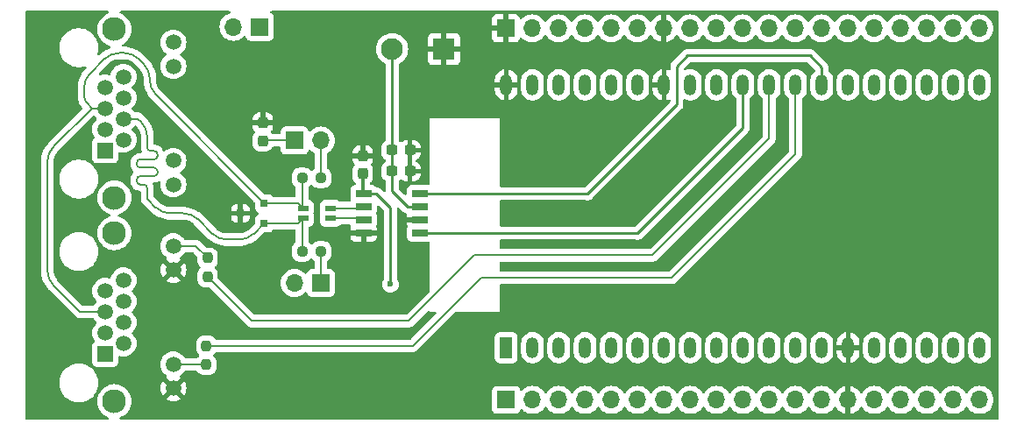
<source format=gbr>
%TF.GenerationSoftware,KiCad,Pcbnew,8.0.0*%
%TF.CreationDate,2024-03-13T03:04:33+09:00*%
%TF.ProjectId,esp32tester,65737033-3274-4657-9374-65722e6b6963,rev?*%
%TF.SameCoordinates,Original*%
%TF.FileFunction,Copper,L1,Top*%
%TF.FilePolarity,Positive*%
%FSLAX46Y46*%
G04 Gerber Fmt 4.6, Leading zero omitted, Abs format (unit mm)*
G04 Created by KiCad (PCBNEW 8.0.0) date 2024-03-13 03:04:33*
%MOMM*%
%LPD*%
G01*
G04 APERTURE LIST*
G04 Aperture macros list*
%AMRoundRect*
0 Rectangle with rounded corners*
0 $1 Rounding radius*
0 $2 $3 $4 $5 $6 $7 $8 $9 X,Y pos of 4 corners*
0 Add a 4 corners polygon primitive as box body*
4,1,4,$2,$3,$4,$5,$6,$7,$8,$9,$2,$3,0*
0 Add four circle primitives for the rounded corners*
1,1,$1+$1,$2,$3*
1,1,$1+$1,$4,$5*
1,1,$1+$1,$6,$7*
1,1,$1+$1,$8,$9*
0 Add four rect primitives between the rounded corners*
20,1,$1+$1,$2,$3,$4,$5,0*
20,1,$1+$1,$4,$5,$6,$7,0*
20,1,$1+$1,$6,$7,$8,$9,0*
20,1,$1+$1,$8,$9,$2,$3,0*%
G04 Aperture macros list end*
%TA.AperFunction,ComponentPad*%
%ADD10R,1.700000X1.700000*%
%TD*%
%TA.AperFunction,ComponentPad*%
%ADD11O,1.700000X1.700000*%
%TD*%
%TA.AperFunction,ComponentPad*%
%ADD12O,1.200000X2.000000*%
%TD*%
%TA.AperFunction,ComponentPad*%
%ADD13R,1.200000X2.000000*%
%TD*%
%TA.AperFunction,ComponentPad*%
%ADD14R,1.500000X1.500000*%
%TD*%
%TA.AperFunction,ComponentPad*%
%ADD15C,1.500000*%
%TD*%
%TA.AperFunction,ComponentPad*%
%ADD16C,2.300000*%
%TD*%
%TA.AperFunction,SMDPad,CuDef*%
%ADD17RoundRect,0.237500X-0.250000X-0.237500X0.250000X-0.237500X0.250000X0.237500X-0.250000X0.237500X0*%
%TD*%
%TA.AperFunction,SMDPad,CuDef*%
%ADD18RoundRect,0.237500X0.237500X-0.300000X0.237500X0.300000X-0.237500X0.300000X-0.237500X-0.300000X0*%
%TD*%
%TA.AperFunction,SMDPad,CuDef*%
%ADD19R,1.050000X0.600000*%
%TD*%
%TA.AperFunction,SMDPad,CuDef*%
%ADD20RoundRect,0.237500X-0.300000X-0.237500X0.300000X-0.237500X0.300000X0.237500X-0.300000X0.237500X0*%
%TD*%
%TA.AperFunction,SMDPad,CuDef*%
%ADD21R,0.780000X0.780000*%
%TD*%
%TA.AperFunction,SMDPad,CuDef*%
%ADD22R,1.550000X0.700000*%
%TD*%
%TA.AperFunction,ComponentPad*%
%ADD23R,2.100000X2.100000*%
%TD*%
%TA.AperFunction,ComponentPad*%
%ADD24C,2.100000*%
%TD*%
%TA.AperFunction,SMDPad,CuDef*%
%ADD25RoundRect,0.237500X0.237500X-0.250000X0.237500X0.250000X-0.237500X0.250000X-0.237500X-0.250000X0*%
%TD*%
%TA.AperFunction,SMDPad,CuDef*%
%ADD26RoundRect,0.237500X-0.237500X0.250000X-0.237500X-0.250000X0.237500X-0.250000X0.237500X0.250000X0*%
%TD*%
%TA.AperFunction,SMDPad,CuDef*%
%ADD27RoundRect,0.237500X0.250000X0.237500X-0.250000X0.237500X-0.250000X-0.237500X0.250000X-0.237500X0*%
%TD*%
%TA.AperFunction,ViaPad*%
%ADD28C,0.600000*%
%TD*%
%TA.AperFunction,Conductor*%
%ADD29C,0.200000*%
%TD*%
%TA.AperFunction,Conductor*%
%ADD30C,0.250000*%
%TD*%
%TA.AperFunction,Conductor*%
%ADD31C,0.300000*%
%TD*%
G04 APERTURE END LIST*
D10*
%TO.P,REF\u002A\u002A,1*%
%TO.N,GND*%
X83794600Y-80162400D03*
D11*
%TO.P,REF\u002A\u002A,2*%
%TO.N,GPIO23*%
X86334600Y-80162400D03*
%TO.P,REF\u002A\u002A,3*%
%TO.N,GPIO22*%
X88874600Y-80162400D03*
%TO.P,REF\u002A\u002A,4*%
%TO.N,GPIO1*%
X91414600Y-80162400D03*
%TO.P,REF\u002A\u002A,5*%
%TO.N,GPIO3*%
X93954600Y-80162400D03*
%TO.P,REF\u002A\u002A,6*%
%TO.N,GPIO21*%
X96494600Y-80162400D03*
%TO.P,REF\u002A\u002A,7*%
%TO.N,GND*%
X99034600Y-80162400D03*
%TO.P,REF\u002A\u002A,8*%
%TO.N,GPIO19*%
X101574600Y-80162400D03*
%TO.P,REF\u002A\u002A,9*%
%TO.N,GPIO18*%
X104114600Y-80162400D03*
%TO.P,REF\u002A\u002A,10*%
%TO.N,GPIO5*%
X106654600Y-80162400D03*
%TO.P,REF\u002A\u002A,11*%
%TO.N,GPIO17*%
X109194600Y-80162400D03*
%TO.P,REF\u002A\u002A,12*%
%TO.N,GPIO16*%
X111734600Y-80162400D03*
%TO.P,REF\u002A\u002A,13*%
%TO.N,GPIO4*%
X114274600Y-80162400D03*
%TO.P,REF\u002A\u002A,14*%
%TO.N,GPIO0*%
X116814600Y-80162400D03*
%TO.P,REF\u002A\u002A,15*%
%TO.N,GPIO2*%
X119354600Y-80162400D03*
%TO.P,REF\u002A\u002A,16*%
%TO.N,GPIO15*%
X121894600Y-80162400D03*
%TO.P,REF\u002A\u002A,17*%
%TO.N,D1*%
X124434600Y-80162400D03*
%TO.P,REF\u002A\u002A,18*%
%TO.N,D0*%
X126974600Y-80162400D03*
%TO.P,REF\u002A\u002A,19*%
%TO.N,clk*%
X129514600Y-80162400D03*
%TD*%
D10*
%TO.P,REF\u002A\u002A,1*%
%TO.N,Net-(IC1-VIO)*%
X83820000Y-116078000D03*
D11*
%TO.P,REF\u002A\u002A,2*%
%TO.N,reset*%
X86360000Y-116078000D03*
%TO.P,REF\u002A\u002A,3*%
%TO.N,GPIO36*%
X88900000Y-116078000D03*
%TO.P,REF\u002A\u002A,4*%
%TO.N,GPIO39*%
X91440000Y-116078000D03*
%TO.P,REF\u002A\u002A,5*%
%TO.N,GPIO34*%
X93980000Y-116078000D03*
%TO.P,REF\u002A\u002A,6*%
%TO.N,GPIO35*%
X96520000Y-116078000D03*
%TO.P,REF\u002A\u002A,7*%
%TO.N,GPIO32*%
X99060000Y-116078000D03*
%TO.P,REF\u002A\u002A,8*%
%TO.N,unconnected-(U1-32K_XN{slash}GPIO33{slash}ADC1_CH5-Pad8)*%
X101600000Y-116078000D03*
%TO.P,REF\u002A\u002A,9*%
%TO.N,unconnected-(U1-DAC_1{slash}ADC2_CH8{slash}GPIO25-Pad9)*%
X104140000Y-116078000D03*
%TO.P,REF\u002A\u002A,10*%
%TO.N,unconnected-(U1-DAC_2{slash}ADC2_CH9{slash}GPIO26-Pad10)*%
X106680000Y-116078000D03*
%TO.P,REF\u002A\u002A,11*%
%TO.N,unconnected-(U1-ADC2_CH7{slash}GPIO27-Pad11)*%
X109220000Y-116078000D03*
%TO.P,REF\u002A\u002A,12*%
%TO.N,unconnected-(U1-MTMS{slash}GPIO14{slash}ADC2_CH6-Pad12)*%
X111760000Y-116078000D03*
%TO.P,REF\u002A\u002A,13*%
%TO.N,unconnected-(U1-MTDI{slash}GPIO12{slash}ADC2_CH5-Pad13)*%
X114300000Y-116078000D03*
%TO.P,REF\u002A\u002A,14*%
%TO.N,GND*%
X116840000Y-116078000D03*
%TO.P,REF\u002A\u002A,15*%
%TO.N,unconnected-(U1-MTCK{slash}GPIO13{slash}ADC2_CH4-Pad15)*%
X119380000Y-116078000D03*
%TO.P,REF\u002A\u002A,16*%
%TO.N,unconnected-(U1-SD_DATA2{slash}GPIO9-Pad16)*%
X121920000Y-116078000D03*
%TO.P,REF\u002A\u002A,17*%
%TO.N,unconnected-(U1-SD_DATA3{slash}GPIO10-Pad17)*%
X124460000Y-116078000D03*
%TO.P,REF\u002A\u002A,18*%
%TO.N,unconnected-(U1-CMD-Pad18)*%
X127000000Y-116078000D03*
%TO.P,REF\u002A\u002A,19*%
%TO.N,Net-(IC1-VCC)*%
X129540000Y-116078000D03*
%TD*%
D12*
%TO.P,U1,38,GND*%
%TO.N,GND*%
X83830160Y-85623400D03*
%TO.P,U1,37,GPIO23*%
%TO.N,GPIO23*%
X86370160Y-85623400D03*
%TO.P,U1,36,GPIO22*%
%TO.N,GPIO22*%
X88910160Y-85623400D03*
%TO.P,U1,35,U0TXD/GPIO1*%
%TO.N,GPIO1*%
X91450160Y-85623400D03*
%TO.P,U1,34,U0RXD/GPIO3*%
%TO.N,GPIO3*%
X93990160Y-85623400D03*
%TO.P,U1,33,GPIO21*%
%TO.N,GPIO21*%
X96530160Y-85623400D03*
%TO.P,U1,32,GND*%
%TO.N,GND*%
X99070160Y-85623400D03*
%TO.P,U1,31,GPIO19*%
%TO.N,GPIO19*%
X101610160Y-85623400D03*
%TO.P,U1,30,GPIO18*%
%TO.N,GPIO18*%
X104150160Y-85623400D03*
%TO.P,U1,29,GPIO5*%
%TO.N,GPIO5*%
X106690160Y-85623400D03*
%TO.P,U1,28,GPIO17*%
%TO.N,GPIO17*%
X109230160Y-85623400D03*
%TO.P,U1,27,GPIO16*%
%TO.N,GPIO16*%
X111770160Y-85623400D03*
%TO.P,U1,26,ADC2_CH0/GPIO4*%
%TO.N,GPIO4*%
X114310160Y-85623400D03*
%TO.P,U1,25,GPIO0/BOOT/ADC2_CH1*%
%TO.N,GPIO0*%
X116850160Y-85623400D03*
%TO.P,U1,24,ADC2_CH2/GPIO2*%
%TO.N,GPIO2*%
X119390160Y-85623400D03*
%TO.P,U1,23,MTDO/GPIO15/ADC2_CH3*%
%TO.N,GPIO15*%
X121930160Y-85623400D03*
%TO.P,U1,22,SD_DATA1/GPIO8*%
%TO.N,D1*%
X124470160Y-85623400D03*
%TO.P,U1,21,SD_DATA0/GPIO7*%
%TO.N,D0*%
X127007440Y-85627080D03*
%TO.P,U1,20,SD_CLK/GPIO6*%
%TO.N,clk*%
X129547440Y-85627080D03*
%TO.P,U1,19,5V*%
%TO.N,Net-(IC1-VCC)*%
X129550160Y-111023400D03*
%TO.P,U1,18,CMD*%
%TO.N,unconnected-(U1-CMD-Pad18)*%
X127010160Y-111023400D03*
%TO.P,U1,17,SD_DATA3/GPIO10*%
%TO.N,unconnected-(U1-SD_DATA3{slash}GPIO10-Pad17)*%
X124470160Y-111023400D03*
%TO.P,U1,16,SD_DATA2/GPIO9*%
%TO.N,unconnected-(U1-SD_DATA2{slash}GPIO9-Pad16)*%
X121930160Y-111023400D03*
%TO.P,U1,15,MTCK/GPIO13/ADC2_CH4*%
%TO.N,unconnected-(U1-MTCK{slash}GPIO13{slash}ADC2_CH4-Pad15)*%
X119390160Y-111023400D03*
%TO.P,U1,14,GND*%
%TO.N,GND*%
X116850160Y-111023400D03*
%TO.P,U1,13,MTDI/GPIO12/ADC2_CH5*%
%TO.N,unconnected-(U1-MTDI{slash}GPIO12{slash}ADC2_CH5-Pad13)*%
X114310160Y-111023400D03*
%TO.P,U1,12,MTMS/GPIO14/ADC2_CH6*%
%TO.N,unconnected-(U1-MTMS{slash}GPIO14{slash}ADC2_CH6-Pad12)*%
X111770160Y-111023400D03*
%TO.P,U1,11,ADC2_CH7/GPIO27*%
%TO.N,unconnected-(U1-ADC2_CH7{slash}GPIO27-Pad11)*%
X109230160Y-111023400D03*
%TO.P,U1,10,DAC_2/ADC2_CH9/GPIO26*%
%TO.N,unconnected-(U1-DAC_2{slash}ADC2_CH9{slash}GPIO26-Pad10)*%
X106690160Y-111023400D03*
%TO.P,U1,9,DAC_1/ADC2_CH8/GPIO25*%
%TO.N,unconnected-(U1-DAC_1{slash}ADC2_CH8{slash}GPIO25-Pad9)*%
X104150160Y-111023400D03*
%TO.P,U1,8,32K_XN/GPIO33/ADC1_CH5*%
%TO.N,unconnected-(U1-32K_XN{slash}GPIO33{slash}ADC1_CH5-Pad8)*%
X101610160Y-111023400D03*
%TO.P,U1,7,32K_XP/GPIO32/ADC1_CH4*%
%TO.N,GPIO32*%
X99070160Y-111023400D03*
%TO.P,U1,6,VDET_2/GPIO35/ADC1_CH7*%
%TO.N,GPIO35*%
X96530160Y-111023400D03*
%TO.P,U1,5,VDET_1/GPIO34/ADC1_CH6*%
%TO.N,GPIO34*%
X93990160Y-111023400D03*
%TO.P,U1,4,SENSOR_VN/GPIO39/ADC1_CH3*%
%TO.N,GPIO39*%
X91450160Y-111023400D03*
%TO.P,U1,3,SENSOR_VP/GPIO36/ADC1_CH0*%
%TO.N,GPIO36*%
X88910160Y-111023400D03*
%TO.P,U1,2,CHIP_PU*%
%TO.N,reset*%
X86370160Y-111023400D03*
D13*
%TO.P,U1,1,3V3*%
%TO.N,Net-(IC1-VIO)*%
X83830160Y-111023400D03*
%TD*%
D10*
%TO.P,J6,1,Pin_1*%
%TO.N,Net-(J6-Pin_1)*%
X60026000Y-80015000D03*
D11*
%TO.P,J6,2,Pin_2*%
%TO.N,Net-(J6-Pin_2)*%
X57486000Y-80015000D03*
%TD*%
D14*
%TO.P,J2,1*%
%TO.N,unconnected-(J2-Pad1)*%
X45089000Y-111639000D03*
D15*
%TO.P,J2,2*%
%TO.N,unconnected-(J2-Pad2)*%
X46869000Y-110623000D03*
%TO.P,J2,3*%
%TO.N,unconnected-(J2-Pad3)*%
X45089000Y-109607000D03*
%TO.P,J2,4*%
%TO.N,/CAN_BUS+*%
X46869000Y-108591000D03*
%TO.P,J2,5*%
%TO.N,/CAN_BUS-*%
X45089000Y-107575000D03*
%TO.P,J2,6*%
%TO.N,unconnected-(J2-Pad6)*%
X46869000Y-106559000D03*
%TO.P,J2,7*%
%TO.N,unconnected-(J2-Pad7)*%
X45089000Y-105543000D03*
%TO.P,J2,8*%
%TO.N,unconnected-(J2-Pad8)*%
X46869000Y-104527000D03*
%TO.P,J2,9*%
%TO.N,GND*%
X51689000Y-114939000D03*
%TO.P,J2,10*%
%TO.N,Net-(J2-Pad10)*%
X51689000Y-112649000D03*
%TO.P,J2,11*%
%TO.N,GND*%
X51689000Y-103509000D03*
%TO.P,J2,12*%
%TO.N,Net-(J2-Pad12)*%
X51689000Y-101219000D03*
D16*
%TO.P,J2,SH*%
%TO.N,unconnected-(J2-PadSH)*%
X45979000Y-116209000D03*
%TO.N,unconnected-(J2-PadSH)_0*%
X45979000Y-99949000D03*
%TD*%
D17*
%TO.P,R1,1*%
%TO.N,/CAN_BUS+*%
X64111500Y-101727000D03*
%TO.P,R1,2*%
%TO.N,Net-(J3-Pin_1)*%
X65936500Y-101727000D03*
%TD*%
D10*
%TO.P,J4,1,Pin_1*%
%TO.N,Net-(J3-Pin_2)*%
X63393000Y-91009000D03*
D11*
%TO.P,J4,2,Pin_2*%
%TO.N,Net-(J4-Pin_2)*%
X65933000Y-91009000D03*
%TD*%
D18*
%TO.P,C1,1*%
%TO.N,Net-(J3-Pin_2)*%
X60325000Y-91032500D03*
%TO.P,C1,2*%
%TO.N,GND*%
X60325000Y-89307500D03*
%TD*%
D19*
%TO.P,L1,1,1*%
%TO.N,Net-(IC1-CANL)*%
X66857000Y-97544000D03*
%TO.P,L1,2,2*%
%TO.N,/CAN_BUS-*%
X64207000Y-97544000D03*
%TO.P,L1,3,3*%
%TO.N,/CAN_BUS+*%
X64207000Y-98544000D03*
%TO.P,L1,4,4*%
%TO.N,Net-(IC1-CANH)*%
X66857000Y-98544000D03*
%TD*%
D20*
%TO.P,C3,1*%
%TO.N,Net-(IC1-VCC)*%
X72797500Y-91948000D03*
%TO.P,C3,2*%
%TO.N,GND*%
X74522500Y-91948000D03*
%TD*%
D21*
%TO.P,D1,1,1*%
%TO.N,/CAN_BUS+*%
X60454000Y-98994000D03*
%TO.P,D1,2,2*%
%TO.N,/CAN_BUS-*%
X60454000Y-97094000D03*
%TO.P,D1,3,3*%
%TO.N,GND*%
X58164000Y-98044000D03*
%TD*%
D22*
%TO.P,IC1,1,TXD*%
%TO.N,GPIO5*%
X75496000Y-99949000D03*
%TO.P,IC1,2,GND*%
%TO.N,GND*%
X75496000Y-98679000D03*
%TO.P,IC1,3,VCC*%
%TO.N,Net-(IC1-VCC)*%
X75496000Y-97409000D03*
%TO.P,IC1,4,RXD*%
%TO.N,GPIO4*%
X75496000Y-96139000D03*
%TO.P,IC1,5,VIO*%
%TO.N,Net-(IC1-VIO)*%
X70046000Y-96139000D03*
%TO.P,IC1,6,CANL*%
%TO.N,Net-(IC1-CANL)*%
X70046000Y-97409000D03*
%TO.P,IC1,7,CANH*%
%TO.N,Net-(IC1-CANH)*%
X70046000Y-98679000D03*
%TO.P,IC1,8,S*%
%TO.N,GND*%
X70046000Y-99949000D03*
%TD*%
D14*
%TO.P,J1,1*%
%TO.N,Net-(J6-Pin_2)*%
X45089000Y-91954000D03*
D15*
%TO.P,J1,2*%
%TO.N,unconnected-(J1-Pad2)*%
X46869000Y-90938000D03*
%TO.P,J1,3*%
%TO.N,unconnected-(J1-Pad3)*%
X45089000Y-89922000D03*
%TO.P,J1,4*%
%TO.N,/CAN_BUS+*%
X46869000Y-88906000D03*
%TO.P,J1,5*%
%TO.N,/CAN_BUS-*%
X45089000Y-87890000D03*
%TO.P,J1,6*%
%TO.N,unconnected-(J1-Pad6)*%
X46869000Y-86874000D03*
%TO.P,J1,7*%
%TO.N,unconnected-(J1-Pad7)*%
X45089000Y-85858000D03*
%TO.P,J1,8*%
%TO.N,Net-(J6-Pin_1)*%
X46869000Y-84842000D03*
%TO.P,J1,9*%
%TO.N,unconnected-(J1-Pad9)*%
X51689000Y-95254000D03*
%TO.P,J1,10*%
%TO.N,unconnected-(J1-Pad10)*%
X51689000Y-92964000D03*
%TO.P,J1,11*%
%TO.N,unconnected-(J1-Pad11)*%
X51689000Y-83824000D03*
%TO.P,J1,12*%
%TO.N,unconnected-(J1-Pad12)*%
X51689000Y-81534000D03*
D16*
%TO.P,J1,SH*%
%TO.N,unconnected-(J1-PadSH)_0*%
X45979000Y-96524000D03*
%TO.N,unconnected-(J1-PadSH)*%
X45979000Y-80264000D03*
%TD*%
D10*
%TO.P,J3,1,Pin_1*%
%TO.N,Net-(J3-Pin_1)*%
X65913000Y-104775000D03*
D11*
%TO.P,J3,2,Pin_2*%
%TO.N,Net-(J3-Pin_2)*%
X63373000Y-104775000D03*
%TD*%
D20*
%TO.P,C4,1*%
%TO.N,Net-(IC1-VCC)*%
X72797500Y-93980000D03*
%TO.P,C4,2*%
%TO.N,GND*%
X74522500Y-93980000D03*
%TD*%
D18*
%TO.P,C2,1*%
%TO.N,Net-(IC1-VIO)*%
X69977000Y-94207500D03*
%TO.P,C2,2*%
%TO.N,GND*%
X69977000Y-92482500D03*
%TD*%
D23*
%TO.P,J5,1,Pin_1*%
%TO.N,GND*%
X77811000Y-82169000D03*
D24*
%TO.P,J5,2,Pin_2*%
%TO.N,Net-(IC1-VCC)*%
X72811000Y-82169000D03*
%TD*%
D25*
%TO.P,R4,1*%
%TO.N,Net-(J2-Pad10)*%
X54864000Y-112672500D03*
%TO.P,R4,2*%
%TO.N,GPIO16*%
X54864000Y-110847500D03*
%TD*%
D26*
%TO.P,R3,1*%
%TO.N,Net-(J2-Pad12)*%
X54991000Y-102362000D03*
%TO.P,R3,2*%
%TO.N,GPIO17*%
X54991000Y-104187000D03*
%TD*%
D27*
%TO.P,R2,1*%
%TO.N,Net-(J4-Pin_2)*%
X65936500Y-94615000D03*
%TO.P,R2,2*%
%TO.N,/CAN_BUS-*%
X64111500Y-94615000D03*
%TD*%
D28*
%TO.N,GND*%
X69723000Y-103632000D03*
X59309000Y-103505000D03*
X39624000Y-85471000D03*
X40386000Y-109728000D03*
X54864000Y-83185000D03*
X127000000Y-96520000D03*
X127000000Y-91694000D03*
%TO.N,Net-(IC1-VIO)*%
X72644000Y-104902000D03*
%TD*%
D29*
%TO.N,/CAN_BUS-*%
X40108187Y-91602813D02*
X43821000Y-87890000D01*
X39522400Y-103590973D02*
G75*
G03*
X40108173Y-105005201I2000000J-27D01*
G01*
X39522400Y-93017027D02*
G75*
G02*
X40108173Y-91602799I2000000J27D01*
G01*
X42678000Y-107575000D02*
X45089000Y-107575000D01*
X39522400Y-93017027D02*
X39522400Y-103590973D01*
X40108187Y-105005187D02*
X42678000Y-107575000D01*
X46923573Y-82550000D02*
X46421427Y-82550000D01*
X60454000Y-97030000D02*
X60454000Y-97094000D01*
X46923573Y-82550000D02*
G75*
G02*
X48337800Y-83135772I27J-2000000D01*
G01*
X60454000Y-97030000D02*
X49988786Y-86564786D01*
X48817213Y-83615213D02*
X48337786Y-83135786D01*
X49403000Y-85029427D02*
G75*
G03*
X48817227Y-83615199I-2000000J27D01*
G01*
X49403000Y-85150573D02*
G75*
G03*
X49988772Y-86564800I2000000J-27D01*
G01*
X49403000Y-85150573D02*
X49403000Y-85029427D01*
X46421427Y-82550000D02*
G75*
G03*
X45007199Y-83135773I-27J-2000000D01*
G01*
X45007213Y-83135787D02*
X43638786Y-84504214D01*
X43053000Y-85918427D02*
G75*
G02*
X43638772Y-84504200I2000000J27D01*
G01*
X43053000Y-85918427D02*
X43053000Y-86789025D01*
X43053000Y-86789025D02*
G75*
G03*
X43288455Y-87357441I803900J25D01*
G01*
X43288448Y-87357448D02*
X43821000Y-87890000D01*
X45089000Y-87890000D02*
X43821000Y-87890000D01*
%TO.N,/CAN_BUS+*%
X49149000Y-90617427D02*
G75*
G03*
X48563228Y-89203200I-2000000J27D01*
G01*
X58035573Y-100584000D02*
G75*
G03*
X59449801Y-99998227I27J2000000D01*
G01*
X55421215Y-99998213D02*
G75*
G03*
X56835427Y-100583980I1414185J1414213D01*
G01*
X54052786Y-98629788D02*
G75*
G03*
X52638573Y-98044020I-1414186J-1414212D01*
G01*
X49960215Y-97458213D02*
G75*
G03*
X51374427Y-98043980I1414185J1414213D01*
G01*
D30*
%TO.N,Net-(IC1-VIO)*%
X71247000Y-96139000D02*
X70046000Y-96139000D01*
X72644000Y-104902000D02*
X72644000Y-97536000D01*
X72644000Y-97536000D02*
X71247000Y-96139000D01*
%TO.N,GPIO4*%
X91643200Y-96139000D02*
X75496000Y-96139000D01*
X100304600Y-87528400D02*
X91668600Y-96164400D01*
X91668600Y-96164400D02*
X91643200Y-96139000D01*
X100304600Y-83845400D02*
X100304600Y-87528400D01*
X101346000Y-82804000D02*
X100304600Y-83845400D01*
X113157000Y-82804000D02*
X101346000Y-82804000D01*
X114310160Y-85623400D02*
X114310160Y-83957160D01*
X114310160Y-83957160D02*
X113157000Y-82804000D01*
D29*
%TO.N,GPIO16*%
X81407000Y-104267000D02*
X74826500Y-110847500D01*
X74826500Y-110847500D02*
X54864000Y-110847500D01*
X99822000Y-104267000D02*
X81407000Y-104267000D01*
X111770160Y-85623400D02*
X111770160Y-92318840D01*
X111770160Y-92318840D02*
X99822000Y-104267000D01*
%TO.N,GPIO17*%
X59262000Y-108458000D02*
X54991000Y-104187000D01*
X80772000Y-102108000D02*
X74422000Y-108458000D01*
X109230160Y-90845640D02*
X97967800Y-102108000D01*
X109230160Y-85623400D02*
X109230160Y-90845640D01*
X97967800Y-102108000D02*
X80772000Y-102108000D01*
X74422000Y-108458000D02*
X59262000Y-108458000D01*
D30*
%TO.N,GPIO5*%
X96469200Y-99949000D02*
X75496000Y-99949000D01*
X96494600Y-99974400D02*
X96469200Y-99949000D01*
%TO.N,Net-(IC1-VCC)*%
X72797500Y-86286500D02*
X72811000Y-86273000D01*
X72811000Y-86273000D02*
X72811000Y-82169000D01*
D29*
%TO.N,Net-(J3-Pin_2)*%
X63393000Y-91009000D02*
X60348500Y-91009000D01*
X60348500Y-91009000D02*
X60325000Y-91032500D01*
D31*
%TO.N,Net-(IC1-VIO)*%
X69977000Y-94207500D02*
X69977000Y-96070000D01*
X69977000Y-96070000D02*
X70046000Y-96139000D01*
D30*
%TO.N,Net-(IC1-VCC)*%
X72797500Y-95911500D02*
X74295000Y-97409000D01*
X74295000Y-97409000D02*
X75496000Y-97409000D01*
X72797500Y-91948000D02*
X72797500Y-86286500D01*
X72797500Y-93980000D02*
X72797500Y-95911500D01*
X72797500Y-91948000D02*
X72797500Y-93980000D01*
D29*
%TO.N,Net-(IC1-CANH)*%
X69911000Y-98544000D02*
X70046000Y-98679000D01*
X66857000Y-98544000D02*
X69911000Y-98544000D01*
D30*
%TO.N,GPIO5*%
X106690160Y-85623400D02*
X106690160Y-89778840D01*
X106690160Y-89778840D02*
X96494600Y-99974400D01*
D29*
%TO.N,Net-(IC1-CANL)*%
X69911000Y-97544000D02*
X70046000Y-97409000D01*
X66857000Y-97544000D02*
X69911000Y-97544000D01*
%TO.N,Net-(J3-Pin_1)*%
X65936500Y-104751500D02*
X65913000Y-104775000D01*
X65936500Y-101727000D02*
X65936500Y-104751500D01*
%TO.N,Net-(J4-Pin_2)*%
X65936500Y-91012500D02*
X65933000Y-91009000D01*
X65936500Y-94615000D02*
X65936500Y-91012500D01*
%TO.N,Net-(J2-Pad12)*%
X54991000Y-102362000D02*
X53848000Y-101219000D01*
X53848000Y-101219000D02*
X51689000Y-101219000D01*
%TO.N,Net-(J2-Pad10)*%
X54864000Y-112672500D02*
X51712500Y-112672500D01*
X51712500Y-112672500D02*
X51689000Y-112649000D01*
%TO.N,/CAN_BUS-*%
X60454000Y-97094000D02*
X63757000Y-97094000D01*
X63757000Y-97094000D02*
X64207000Y-97544000D01*
X64111500Y-97448500D02*
X64207000Y-97544000D01*
X64111500Y-94615000D02*
X64111500Y-97448500D01*
%TO.N,/CAN_BUS+*%
X49149000Y-94448000D02*
X48473000Y-94448000D01*
X60454000Y-98994000D02*
X63757000Y-98994000D01*
X49149000Y-95582000D02*
X49149000Y-95744000D01*
X59449787Y-99998213D02*
X60454000Y-98994000D01*
X49149000Y-93638000D02*
X49825000Y-93638000D01*
X48473000Y-95258000D02*
X48825000Y-95258000D01*
X64111500Y-101727000D02*
X64111500Y-98639500D01*
X49473000Y-92018000D02*
X49825000Y-92018000D01*
X49825000Y-92828000D02*
X49473000Y-92828000D01*
X56835427Y-100584000D02*
X58035573Y-100584000D01*
X54052787Y-98629787D02*
X55421214Y-99998214D01*
X63757000Y-98994000D02*
X64207000Y-98544000D01*
X48266000Y-88906000D02*
X48563214Y-89203214D01*
X49149000Y-95744000D02*
X49149000Y-96647000D01*
X46869000Y-88906000D02*
X48266000Y-88906000D01*
X49825000Y-94448000D02*
X49149000Y-94448000D01*
X50149000Y-93962000D02*
X50149000Y-94124000D01*
X64111500Y-98639500D02*
X64207000Y-98544000D01*
X49473000Y-92828000D02*
X48473000Y-92828000D01*
X49149000Y-96647000D02*
X49272317Y-96770317D01*
X49272317Y-96770317D02*
X49960214Y-97458214D01*
X51374427Y-98044000D02*
X52638573Y-98044000D01*
X48473000Y-93638000D02*
X49149000Y-93638000D01*
X48149000Y-94772000D02*
X48149000Y-94934000D01*
X49149000Y-90617427D02*
X49149000Y-91694000D01*
X50149000Y-92342000D02*
X50149000Y-92504000D01*
X48149000Y-93152000D02*
X48149000Y-93314000D01*
X49149000Y-91694000D02*
G75*
G03*
X49473000Y-92018000I324000J0D01*
G01*
X48473000Y-94448000D02*
G75*
G03*
X48149000Y-94772000I0J-324000D01*
G01*
X49825000Y-92018000D02*
G75*
G02*
X50149000Y-92342000I0J-324000D01*
G01*
X50149000Y-92504000D02*
G75*
G02*
X49825000Y-92828000I-324000J0D01*
G01*
X48825000Y-95258000D02*
G75*
G02*
X49149000Y-95582000I0J-324000D01*
G01*
X50149000Y-94124000D02*
G75*
G02*
X49825000Y-94448000I-324000J0D01*
G01*
X48473000Y-92828000D02*
G75*
G03*
X48149000Y-93152000I0J-324000D01*
G01*
X48149000Y-94934000D02*
G75*
G03*
X48473000Y-95258000I324000J0D01*
G01*
X48149000Y-93314000D02*
G75*
G03*
X48473000Y-93638000I324000J0D01*
G01*
X49825000Y-93638000D02*
G75*
G02*
X50149000Y-93962000I0J-324000D01*
G01*
%TD*%
%TA.AperFunction,Conductor*%
%TO.N,GND*%
G36*
X45420262Y-78498185D02*
G01*
X45466017Y-78550989D01*
X45475961Y-78620147D01*
X45446936Y-78683703D01*
X45400676Y-78717061D01*
X45227376Y-78788843D01*
X45005859Y-78924588D01*
X44808311Y-79093311D01*
X44639588Y-79290859D01*
X44503843Y-79512376D01*
X44404427Y-79752389D01*
X44343778Y-80005009D01*
X44323396Y-80264000D01*
X44343778Y-80522990D01*
X44404427Y-80775610D01*
X44503843Y-81015623D01*
X44503845Y-81015627D01*
X44503846Y-81015628D01*
X44639588Y-81237140D01*
X44808311Y-81434689D01*
X45005860Y-81603412D01*
X45227372Y-81739154D01*
X45227374Y-81739154D01*
X45227376Y-81739156D01*
X45258329Y-81751977D01*
X45467390Y-81838573D01*
X45549337Y-81858246D01*
X45609926Y-81893035D01*
X45642090Y-81955061D01*
X45635614Y-82024630D01*
X45592555Y-82079655D01*
X45561341Y-82095861D01*
X45432875Y-82140812D01*
X45424699Y-82143673D01*
X45161541Y-82270400D01*
X45161536Y-82270402D01*
X45161536Y-82270403D01*
X44914233Y-82425790D01*
X44914224Y-82425797D01*
X44685868Y-82607899D01*
X44685865Y-82607902D01*
X44641623Y-82652143D01*
X44641591Y-82652172D01*
X44540039Y-82753724D01*
X44478716Y-82787209D01*
X44409024Y-82782225D01*
X44353091Y-82740353D01*
X44328674Y-82674889D01*
X44332582Y-82633953D01*
X44392409Y-82410677D01*
X44424500Y-82166927D01*
X44424500Y-81921073D01*
X44392409Y-81677323D01*
X44328778Y-81439847D01*
X44326641Y-81434689D01*
X44274495Y-81308796D01*
X44234694Y-81212708D01*
X44111767Y-80999792D01*
X44037548Y-80903068D01*
X43962102Y-80804745D01*
X43962096Y-80804738D01*
X43788261Y-80630903D01*
X43788254Y-80630897D01*
X43593212Y-80481236D01*
X43593211Y-80481235D01*
X43593208Y-80481233D01*
X43380292Y-80358306D01*
X43380285Y-80358303D01*
X43153162Y-80264225D01*
X43153155Y-80264223D01*
X43153153Y-80264222D01*
X42915677Y-80200591D01*
X42874939Y-80195227D01*
X42671934Y-80168500D01*
X42671927Y-80168500D01*
X42426073Y-80168500D01*
X42426065Y-80168500D01*
X42194059Y-80199045D01*
X42182323Y-80200591D01*
X42079187Y-80228226D01*
X41944847Y-80264222D01*
X41944837Y-80264225D01*
X41717714Y-80358303D01*
X41717705Y-80358307D01*
X41533313Y-80464766D01*
X41509244Y-80478663D01*
X41504787Y-80481236D01*
X41309745Y-80630897D01*
X41309738Y-80630903D01*
X41135903Y-80804738D01*
X41135897Y-80804745D01*
X40986236Y-80999787D01*
X40863307Y-81212705D01*
X40863303Y-81212714D01*
X40769225Y-81439837D01*
X40769222Y-81439847D01*
X40721219Y-81619000D01*
X40705592Y-81677320D01*
X40705590Y-81677331D01*
X40673500Y-81921065D01*
X40673500Y-82166934D01*
X40693408Y-82318140D01*
X40705591Y-82410677D01*
X40769222Y-82648152D01*
X40769225Y-82648162D01*
X40824073Y-82780575D01*
X40863306Y-82875292D01*
X40986233Y-83088208D01*
X40986235Y-83088211D01*
X40986236Y-83088212D01*
X41135897Y-83283254D01*
X41135903Y-83283261D01*
X41309738Y-83457096D01*
X41309744Y-83457101D01*
X41504792Y-83606767D01*
X41717708Y-83729694D01*
X41944847Y-83823778D01*
X42182323Y-83887409D01*
X42426073Y-83919500D01*
X42426080Y-83919500D01*
X42671920Y-83919500D01*
X42671927Y-83919500D01*
X42915677Y-83887409D01*
X43138955Y-83827582D01*
X43208801Y-83829245D01*
X43266664Y-83868407D01*
X43294168Y-83932636D01*
X43282582Y-84001538D01*
X43258726Y-84035038D01*
X43251450Y-84042314D01*
X43251392Y-84042345D01*
X43110883Y-84182855D01*
X42928775Y-84411217D01*
X42773378Y-84658536D01*
X42646653Y-84921693D01*
X42646652Y-84921695D01*
X42550190Y-85197379D01*
X42550185Y-85197394D01*
X42485199Y-85482129D01*
X42485195Y-85482156D01*
X42452498Y-85772385D01*
X42452498Y-85772389D01*
X42452500Y-85886066D01*
X42452500Y-86709328D01*
X42452498Y-86709366D01*
X42452498Y-86737674D01*
X42452489Y-86737704D01*
X42452493Y-86881088D01*
X42476526Y-87063602D01*
X42476528Y-87063612D01*
X42524176Y-87241422D01*
X42549821Y-87303331D01*
X42594628Y-87411501D01*
X42686675Y-87570928D01*
X42686677Y-87570931D01*
X42798740Y-87716972D01*
X42798744Y-87716977D01*
X42798749Y-87716982D01*
X42802541Y-87720774D01*
X42802564Y-87720800D01*
X42884083Y-87802319D01*
X42917568Y-87863642D01*
X42912584Y-87933334D01*
X42884083Y-87977681D01*
X39719897Y-91141867D01*
X39719841Y-91141897D01*
X39580284Y-91281453D01*
X39398179Y-91509811D01*
X39398173Y-91509820D01*
X39242782Y-91757128D01*
X39242781Y-91757129D01*
X39116053Y-92020292D01*
X39116052Y-92020294D01*
X39019590Y-92295979D01*
X39019585Y-92295994D01*
X38954599Y-92580729D01*
X38954595Y-92580756D01*
X38921898Y-92870985D01*
X38921898Y-92870989D01*
X38921900Y-92984520D01*
X38921900Y-103677891D01*
X38921919Y-103678185D01*
X38921919Y-103737013D01*
X38954616Y-104027240D01*
X38954620Y-104027267D01*
X39019605Y-104311999D01*
X39019607Y-104312005D01*
X39019608Y-104312009D01*
X39037599Y-104363425D01*
X39116070Y-104587695D01*
X39116073Y-104587701D01*
X39242800Y-104850859D01*
X39309071Y-104956330D01*
X39398190Y-105098166D01*
X39398197Y-105098176D01*
X39580295Y-105326527D01*
X39580298Y-105326530D01*
X39622280Y-105368513D01*
X39622305Y-105368541D01*
X39666122Y-105412357D01*
X39666124Y-105412360D01*
X39742188Y-105488424D01*
X39742194Y-105488429D01*
X42193139Y-107939374D01*
X42193149Y-107939385D01*
X42197479Y-107943715D01*
X42197480Y-107943716D01*
X42309284Y-108055520D01*
X42309286Y-108055521D01*
X42309290Y-108055524D01*
X42446209Y-108134573D01*
X42446216Y-108134577D01*
X42547329Y-108161670D01*
X42598942Y-108175500D01*
X42598943Y-108175500D01*
X43918345Y-108175500D01*
X43985384Y-108195185D01*
X44019917Y-108228373D01*
X44127402Y-108381877D01*
X44127406Y-108381881D01*
X44248843Y-108503318D01*
X44282328Y-108564641D01*
X44277344Y-108634333D01*
X44248844Y-108678680D01*
X44127400Y-108800124D01*
X44001900Y-108979357D01*
X44001898Y-108979361D01*
X43909426Y-109177668D01*
X43909422Y-109177677D01*
X43852793Y-109389020D01*
X43852793Y-109389024D01*
X43833723Y-109606997D01*
X43833723Y-109607002D01*
X43841394Y-109694680D01*
X43852018Y-109816123D01*
X43852793Y-109824975D01*
X43852793Y-109824979D01*
X43909422Y-110036322D01*
X43909424Y-110036326D01*
X43909425Y-110036330D01*
X44001898Y-110234639D01*
X44062323Y-110320934D01*
X44084650Y-110387140D01*
X44067640Y-110454908D01*
X44035060Y-110491324D01*
X43981452Y-110531455D01*
X43895206Y-110646664D01*
X43895202Y-110646671D01*
X43844908Y-110781517D01*
X43838501Y-110841116D01*
X43838500Y-110841135D01*
X43838500Y-112436870D01*
X43838501Y-112436876D01*
X43844908Y-112496483D01*
X43895202Y-112631328D01*
X43895206Y-112631335D01*
X43981452Y-112746544D01*
X43981455Y-112746547D01*
X44096664Y-112832793D01*
X44096671Y-112832797D01*
X44231517Y-112883091D01*
X44231516Y-112883091D01*
X44238444Y-112883835D01*
X44291127Y-112889500D01*
X45886872Y-112889499D01*
X45946483Y-112883091D01*
X46081331Y-112832796D01*
X46196546Y-112746546D01*
X46269567Y-112649002D01*
X50433723Y-112649002D01*
X50452793Y-112866975D01*
X50452793Y-112866979D01*
X50509422Y-113078322D01*
X50509424Y-113078326D01*
X50509425Y-113078330D01*
X50555661Y-113177484D01*
X50601897Y-113276638D01*
X50626998Y-113312486D01*
X50727402Y-113455877D01*
X50882123Y-113610598D01*
X50999420Y-113692730D01*
X51043044Y-113747306D01*
X51050237Y-113816804D01*
X51018715Y-113879159D01*
X50999428Y-113895871D01*
X50999427Y-113895873D01*
X51604498Y-114500944D01*
X51517236Y-114524326D01*
X51415764Y-114582911D01*
X51332911Y-114665764D01*
X51274326Y-114767236D01*
X51250944Y-114854498D01*
X50645874Y-114249428D01*
X50602333Y-114311613D01*
X50509898Y-114509840D01*
X50509894Y-114509849D01*
X50453289Y-114721105D01*
X50453287Y-114721115D01*
X50434225Y-114938999D01*
X50434225Y-114939000D01*
X50453287Y-115156884D01*
X50453289Y-115156894D01*
X50509894Y-115368150D01*
X50509898Y-115368159D01*
X50602333Y-115566387D01*
X50645874Y-115628571D01*
X51250944Y-115023501D01*
X51274326Y-115110764D01*
X51332911Y-115212236D01*
X51415764Y-115295089D01*
X51517236Y-115353674D01*
X51604497Y-115377055D01*
X50999427Y-115982124D01*
X51061612Y-116025666D01*
X51259840Y-116118101D01*
X51259849Y-116118105D01*
X51471105Y-116174710D01*
X51471115Y-116174712D01*
X51688999Y-116193775D01*
X51689001Y-116193775D01*
X51906884Y-116174712D01*
X51906894Y-116174710D01*
X52118150Y-116118105D01*
X52118164Y-116118100D01*
X52316383Y-116025669D01*
X52316385Y-116025668D01*
X52378571Y-115982124D01*
X51773503Y-115377055D01*
X51860764Y-115353674D01*
X51962236Y-115295089D01*
X52045089Y-115212236D01*
X52103674Y-115110764D01*
X52127055Y-115023502D01*
X52732124Y-115628570D01*
X52775668Y-115566385D01*
X52775669Y-115566383D01*
X52868100Y-115368164D01*
X52868105Y-115368150D01*
X52924710Y-115156894D01*
X52924712Y-115156884D01*
X52943775Y-114939000D01*
X52943775Y-114938999D01*
X52924712Y-114721115D01*
X52924710Y-114721105D01*
X52868105Y-114509849D01*
X52868101Y-114509840D01*
X52775667Y-114311614D01*
X52775666Y-114311612D01*
X52732124Y-114249428D01*
X52732124Y-114249427D01*
X52127055Y-114854496D01*
X52103674Y-114767236D01*
X52045089Y-114665764D01*
X51962236Y-114582911D01*
X51860764Y-114524326D01*
X51773502Y-114500944D01*
X52378571Y-113895874D01*
X52378571Y-113895870D01*
X52334954Y-113841303D01*
X52327762Y-113771804D01*
X52359284Y-113709449D01*
X52378572Y-113692735D01*
X52495877Y-113610598D01*
X52650598Y-113455877D01*
X52741626Y-113325874D01*
X52796202Y-113282251D01*
X52843200Y-113273000D01*
X53906389Y-113273000D01*
X53973428Y-113292685D01*
X54011928Y-113331904D01*
X54043660Y-113383350D01*
X54165650Y-113505340D01*
X54312484Y-113595908D01*
X54476247Y-113650174D01*
X54577323Y-113660500D01*
X55150676Y-113660499D01*
X55150684Y-113660498D01*
X55150687Y-113660498D01*
X55206030Y-113654844D01*
X55251753Y-113650174D01*
X55415516Y-113595908D01*
X55562350Y-113505340D01*
X55684340Y-113383350D01*
X55774908Y-113236516D01*
X55829174Y-113072753D01*
X55839500Y-112971677D01*
X55839499Y-112373324D01*
X55838567Y-112364204D01*
X55829174Y-112272247D01*
X55811754Y-112219677D01*
X55774908Y-112108484D01*
X55751954Y-112071270D01*
X82729660Y-112071270D01*
X82729661Y-112071276D01*
X82736068Y-112130883D01*
X82786362Y-112265728D01*
X82786366Y-112265735D01*
X82872612Y-112380944D01*
X82872615Y-112380947D01*
X82987824Y-112467193D01*
X82987831Y-112467197D01*
X83122677Y-112517491D01*
X83122676Y-112517491D01*
X83129604Y-112518235D01*
X83182287Y-112523900D01*
X84478032Y-112523899D01*
X84537643Y-112517491D01*
X84672491Y-112467196D01*
X84787706Y-112380946D01*
X84873956Y-112265731D01*
X84924251Y-112130883D01*
X84930660Y-112071273D01*
X84930660Y-111510011D01*
X85269660Y-111510011D01*
X85296758Y-111681101D01*
X85350287Y-111845845D01*
X85428928Y-112000188D01*
X85530746Y-112140328D01*
X85653232Y-112262814D01*
X85793372Y-112364632D01*
X85947715Y-112443273D01*
X86112459Y-112496802D01*
X86283549Y-112523900D01*
X86283550Y-112523900D01*
X86456770Y-112523900D01*
X86456771Y-112523900D01*
X86627861Y-112496802D01*
X86792605Y-112443273D01*
X86946948Y-112364632D01*
X87087088Y-112262814D01*
X87209574Y-112140328D01*
X87311392Y-112000188D01*
X87390033Y-111845845D01*
X87443562Y-111681101D01*
X87470660Y-111510011D01*
X87809660Y-111510011D01*
X87836758Y-111681101D01*
X87890287Y-111845845D01*
X87968928Y-112000188D01*
X88070746Y-112140328D01*
X88193232Y-112262814D01*
X88333372Y-112364632D01*
X88487715Y-112443273D01*
X88652459Y-112496802D01*
X88823549Y-112523900D01*
X88823550Y-112523900D01*
X88996770Y-112523900D01*
X88996771Y-112523900D01*
X89167861Y-112496802D01*
X89332605Y-112443273D01*
X89486948Y-112364632D01*
X89627088Y-112262814D01*
X89749574Y-112140328D01*
X89851392Y-112000188D01*
X89930033Y-111845845D01*
X89983562Y-111681101D01*
X90010660Y-111510011D01*
X90349660Y-111510011D01*
X90376758Y-111681101D01*
X90430287Y-111845845D01*
X90508928Y-112000188D01*
X90610746Y-112140328D01*
X90733232Y-112262814D01*
X90873372Y-112364632D01*
X91027715Y-112443273D01*
X91192459Y-112496802D01*
X91363549Y-112523900D01*
X91363550Y-112523900D01*
X91536770Y-112523900D01*
X91536771Y-112523900D01*
X91707861Y-112496802D01*
X91872605Y-112443273D01*
X92026948Y-112364632D01*
X92167088Y-112262814D01*
X92289574Y-112140328D01*
X92391392Y-112000188D01*
X92470033Y-111845845D01*
X92523562Y-111681101D01*
X92550660Y-111510011D01*
X92889660Y-111510011D01*
X92916758Y-111681101D01*
X92970287Y-111845845D01*
X93048928Y-112000188D01*
X93150746Y-112140328D01*
X93273232Y-112262814D01*
X93413372Y-112364632D01*
X93567715Y-112443273D01*
X93732459Y-112496802D01*
X93903549Y-112523900D01*
X93903550Y-112523900D01*
X94076770Y-112523900D01*
X94076771Y-112523900D01*
X94247861Y-112496802D01*
X94412605Y-112443273D01*
X94566948Y-112364632D01*
X94707088Y-112262814D01*
X94829574Y-112140328D01*
X94931392Y-112000188D01*
X95010033Y-111845845D01*
X95063562Y-111681101D01*
X95090660Y-111510011D01*
X95429660Y-111510011D01*
X95456758Y-111681101D01*
X95510287Y-111845845D01*
X95588928Y-112000188D01*
X95690746Y-112140328D01*
X95813232Y-112262814D01*
X95953372Y-112364632D01*
X96107715Y-112443273D01*
X96272459Y-112496802D01*
X96443549Y-112523900D01*
X96443550Y-112523900D01*
X96616770Y-112523900D01*
X96616771Y-112523900D01*
X96787861Y-112496802D01*
X96952605Y-112443273D01*
X97106948Y-112364632D01*
X97247088Y-112262814D01*
X97369574Y-112140328D01*
X97471392Y-112000188D01*
X97550033Y-111845845D01*
X97603562Y-111681101D01*
X97630660Y-111510011D01*
X97969660Y-111510011D01*
X97996758Y-111681101D01*
X98050287Y-111845845D01*
X98128928Y-112000188D01*
X98230746Y-112140328D01*
X98353232Y-112262814D01*
X98493372Y-112364632D01*
X98647715Y-112443273D01*
X98812459Y-112496802D01*
X98983549Y-112523900D01*
X98983550Y-112523900D01*
X99156770Y-112523900D01*
X99156771Y-112523900D01*
X99327861Y-112496802D01*
X99492605Y-112443273D01*
X99646948Y-112364632D01*
X99787088Y-112262814D01*
X99909574Y-112140328D01*
X100011392Y-112000188D01*
X100090033Y-111845845D01*
X100143562Y-111681101D01*
X100170660Y-111510011D01*
X100509660Y-111510011D01*
X100536758Y-111681101D01*
X100590287Y-111845845D01*
X100668928Y-112000188D01*
X100770746Y-112140328D01*
X100893232Y-112262814D01*
X101033372Y-112364632D01*
X101187715Y-112443273D01*
X101352459Y-112496802D01*
X101523549Y-112523900D01*
X101523550Y-112523900D01*
X101696770Y-112523900D01*
X101696771Y-112523900D01*
X101867861Y-112496802D01*
X102032605Y-112443273D01*
X102186948Y-112364632D01*
X102327088Y-112262814D01*
X102449574Y-112140328D01*
X102551392Y-112000188D01*
X102630033Y-111845845D01*
X102683562Y-111681101D01*
X102710660Y-111510011D01*
X103049660Y-111510011D01*
X103076758Y-111681101D01*
X103130287Y-111845845D01*
X103208928Y-112000188D01*
X103310746Y-112140328D01*
X103433232Y-112262814D01*
X103573372Y-112364632D01*
X103727715Y-112443273D01*
X103892459Y-112496802D01*
X104063549Y-112523900D01*
X104063550Y-112523900D01*
X104236770Y-112523900D01*
X104236771Y-112523900D01*
X104407861Y-112496802D01*
X104572605Y-112443273D01*
X104726948Y-112364632D01*
X104867088Y-112262814D01*
X104989574Y-112140328D01*
X105091392Y-112000188D01*
X105170033Y-111845845D01*
X105223562Y-111681101D01*
X105250660Y-111510011D01*
X105589660Y-111510011D01*
X105616758Y-111681101D01*
X105670287Y-111845845D01*
X105748928Y-112000188D01*
X105850746Y-112140328D01*
X105973232Y-112262814D01*
X106113372Y-112364632D01*
X106267715Y-112443273D01*
X106432459Y-112496802D01*
X106603549Y-112523900D01*
X106603550Y-112523900D01*
X106776770Y-112523900D01*
X106776771Y-112523900D01*
X106947861Y-112496802D01*
X107112605Y-112443273D01*
X107266948Y-112364632D01*
X107407088Y-112262814D01*
X107529574Y-112140328D01*
X107631392Y-112000188D01*
X107710033Y-111845845D01*
X107763562Y-111681101D01*
X107790660Y-111510011D01*
X108129660Y-111510011D01*
X108156758Y-111681101D01*
X108210287Y-111845845D01*
X108288928Y-112000188D01*
X108390746Y-112140328D01*
X108513232Y-112262814D01*
X108653372Y-112364632D01*
X108807715Y-112443273D01*
X108972459Y-112496802D01*
X109143549Y-112523900D01*
X109143550Y-112523900D01*
X109316770Y-112523900D01*
X109316771Y-112523900D01*
X109487861Y-112496802D01*
X109652605Y-112443273D01*
X109806948Y-112364632D01*
X109947088Y-112262814D01*
X110069574Y-112140328D01*
X110171392Y-112000188D01*
X110250033Y-111845845D01*
X110303562Y-111681101D01*
X110330660Y-111510011D01*
X110669660Y-111510011D01*
X110696758Y-111681101D01*
X110750287Y-111845845D01*
X110828928Y-112000188D01*
X110930746Y-112140328D01*
X111053232Y-112262814D01*
X111193372Y-112364632D01*
X111347715Y-112443273D01*
X111512459Y-112496802D01*
X111683549Y-112523900D01*
X111683550Y-112523900D01*
X111856770Y-112523900D01*
X111856771Y-112523900D01*
X112027861Y-112496802D01*
X112192605Y-112443273D01*
X112346948Y-112364632D01*
X112487088Y-112262814D01*
X112609574Y-112140328D01*
X112711392Y-112000188D01*
X112790033Y-111845845D01*
X112843562Y-111681101D01*
X112870660Y-111510011D01*
X113209660Y-111510011D01*
X113236758Y-111681101D01*
X113290287Y-111845845D01*
X113368928Y-112000188D01*
X113470746Y-112140328D01*
X113593232Y-112262814D01*
X113733372Y-112364632D01*
X113887715Y-112443273D01*
X114052459Y-112496802D01*
X114223549Y-112523900D01*
X114223550Y-112523900D01*
X114396770Y-112523900D01*
X114396771Y-112523900D01*
X114567861Y-112496802D01*
X114732605Y-112443273D01*
X114886948Y-112364632D01*
X115027088Y-112262814D01*
X115149574Y-112140328D01*
X115251392Y-112000188D01*
X115330033Y-111845845D01*
X115383562Y-111681101D01*
X115410660Y-111510011D01*
X115410660Y-111509971D01*
X115750160Y-111509971D01*
X115777245Y-111680984D01*
X115830751Y-111845657D01*
X115909355Y-111999924D01*
X116011127Y-112140002D01*
X116133557Y-112262432D01*
X116273635Y-112364204D01*
X116427904Y-112442808D01*
X116592575Y-112496314D01*
X116592574Y-112496314D01*
X116600159Y-112497515D01*
X116600160Y-112497514D01*
X116600160Y-111339086D01*
X116604554Y-111343480D01*
X116695766Y-111396141D01*
X116797499Y-111423400D01*
X116902821Y-111423400D01*
X117004554Y-111396141D01*
X117095766Y-111343480D01*
X117100160Y-111339086D01*
X117100160Y-112497515D01*
X117107744Y-112496314D01*
X117272415Y-112442808D01*
X117426684Y-112364204D01*
X117566762Y-112262432D01*
X117689192Y-112140002D01*
X117790964Y-111999924D01*
X117869568Y-111845657D01*
X117923074Y-111680984D01*
X117950154Y-111510011D01*
X118289660Y-111510011D01*
X118316758Y-111681101D01*
X118370287Y-111845845D01*
X118448928Y-112000188D01*
X118550746Y-112140328D01*
X118673232Y-112262814D01*
X118813372Y-112364632D01*
X118967715Y-112443273D01*
X119132459Y-112496802D01*
X119303549Y-112523900D01*
X119303550Y-112523900D01*
X119476770Y-112523900D01*
X119476771Y-112523900D01*
X119647861Y-112496802D01*
X119812605Y-112443273D01*
X119966948Y-112364632D01*
X120107088Y-112262814D01*
X120229574Y-112140328D01*
X120331392Y-112000188D01*
X120410033Y-111845845D01*
X120463562Y-111681101D01*
X120490660Y-111510011D01*
X120829660Y-111510011D01*
X120856758Y-111681101D01*
X120910287Y-111845845D01*
X120988928Y-112000188D01*
X121090746Y-112140328D01*
X121213232Y-112262814D01*
X121353372Y-112364632D01*
X121507715Y-112443273D01*
X121672459Y-112496802D01*
X121843549Y-112523900D01*
X121843550Y-112523900D01*
X122016770Y-112523900D01*
X122016771Y-112523900D01*
X122187861Y-112496802D01*
X122352605Y-112443273D01*
X122506948Y-112364632D01*
X122647088Y-112262814D01*
X122769574Y-112140328D01*
X122871392Y-112000188D01*
X122950033Y-111845845D01*
X123003562Y-111681101D01*
X123030660Y-111510011D01*
X123369660Y-111510011D01*
X123396758Y-111681101D01*
X123450287Y-111845845D01*
X123528928Y-112000188D01*
X123630746Y-112140328D01*
X123753232Y-112262814D01*
X123893372Y-112364632D01*
X124047715Y-112443273D01*
X124212459Y-112496802D01*
X124383549Y-112523900D01*
X124383550Y-112523900D01*
X124556770Y-112523900D01*
X124556771Y-112523900D01*
X124727861Y-112496802D01*
X124892605Y-112443273D01*
X125046948Y-112364632D01*
X125187088Y-112262814D01*
X125309574Y-112140328D01*
X125411392Y-112000188D01*
X125490033Y-111845845D01*
X125543562Y-111681101D01*
X125570660Y-111510011D01*
X125909660Y-111510011D01*
X125936758Y-111681101D01*
X125990287Y-111845845D01*
X126068928Y-112000188D01*
X126170746Y-112140328D01*
X126293232Y-112262814D01*
X126433372Y-112364632D01*
X126587715Y-112443273D01*
X126752459Y-112496802D01*
X126923549Y-112523900D01*
X126923550Y-112523900D01*
X127096770Y-112523900D01*
X127096771Y-112523900D01*
X127267861Y-112496802D01*
X127432605Y-112443273D01*
X127586948Y-112364632D01*
X127727088Y-112262814D01*
X127849574Y-112140328D01*
X127951392Y-112000188D01*
X128030033Y-111845845D01*
X128083562Y-111681101D01*
X128110660Y-111510011D01*
X128449660Y-111510011D01*
X128476758Y-111681101D01*
X128530287Y-111845845D01*
X128608928Y-112000188D01*
X128710746Y-112140328D01*
X128833232Y-112262814D01*
X128973372Y-112364632D01*
X129127715Y-112443273D01*
X129292459Y-112496802D01*
X129463549Y-112523900D01*
X129463550Y-112523900D01*
X129636770Y-112523900D01*
X129636771Y-112523900D01*
X129807861Y-112496802D01*
X129972605Y-112443273D01*
X130126948Y-112364632D01*
X130267088Y-112262814D01*
X130389574Y-112140328D01*
X130491392Y-112000188D01*
X130570033Y-111845845D01*
X130623562Y-111681101D01*
X130650660Y-111510011D01*
X130650660Y-110536789D01*
X130623562Y-110365699D01*
X130570033Y-110200955D01*
X130491392Y-110046612D01*
X130389574Y-109906472D01*
X130267088Y-109783986D01*
X130126948Y-109682168D01*
X129972605Y-109603527D01*
X129807861Y-109549998D01*
X129807859Y-109549997D01*
X129807858Y-109549997D01*
X129676431Y-109529181D01*
X129636771Y-109522900D01*
X129463549Y-109522900D01*
X129423888Y-109529181D01*
X129292462Y-109549997D01*
X129127712Y-109603528D01*
X128973371Y-109682168D01*
X128893416Y-109740259D01*
X128833232Y-109783986D01*
X128833230Y-109783988D01*
X128833229Y-109783988D01*
X128710748Y-109906469D01*
X128710748Y-109906470D01*
X128710746Y-109906472D01*
X128697944Y-109924093D01*
X128608928Y-110046611D01*
X128530288Y-110200952D01*
X128476757Y-110365702D01*
X128456861Y-110491324D01*
X128449660Y-110536789D01*
X128449660Y-111510011D01*
X128110660Y-111510011D01*
X128110660Y-110536789D01*
X128083562Y-110365699D01*
X128030033Y-110200955D01*
X127951392Y-110046612D01*
X127849574Y-109906472D01*
X127727088Y-109783986D01*
X127586948Y-109682168D01*
X127432605Y-109603527D01*
X127267861Y-109549998D01*
X127267859Y-109549997D01*
X127267858Y-109549997D01*
X127136431Y-109529181D01*
X127096771Y-109522900D01*
X126923549Y-109522900D01*
X126883888Y-109529181D01*
X126752462Y-109549997D01*
X126587712Y-109603528D01*
X126433371Y-109682168D01*
X126353416Y-109740259D01*
X126293232Y-109783986D01*
X126293230Y-109783988D01*
X126293229Y-109783988D01*
X126170748Y-109906469D01*
X126170748Y-109906470D01*
X126170746Y-109906472D01*
X126157944Y-109924093D01*
X126068928Y-110046611D01*
X125990288Y-110200952D01*
X125936757Y-110365702D01*
X125916861Y-110491324D01*
X125909660Y-110536789D01*
X125909660Y-111510011D01*
X125570660Y-111510011D01*
X125570660Y-110536789D01*
X125543562Y-110365699D01*
X125490033Y-110200955D01*
X125411392Y-110046612D01*
X125309574Y-109906472D01*
X125187088Y-109783986D01*
X125046948Y-109682168D01*
X124892605Y-109603527D01*
X124727861Y-109549998D01*
X124727859Y-109549997D01*
X124727858Y-109549997D01*
X124596431Y-109529181D01*
X124556771Y-109522900D01*
X124383549Y-109522900D01*
X124343888Y-109529181D01*
X124212462Y-109549997D01*
X124047712Y-109603528D01*
X123893371Y-109682168D01*
X123813416Y-109740259D01*
X123753232Y-109783986D01*
X123753230Y-109783988D01*
X123753229Y-109783988D01*
X123630748Y-109906469D01*
X123630748Y-109906470D01*
X123630746Y-109906472D01*
X123617944Y-109924093D01*
X123528928Y-110046611D01*
X123450288Y-110200952D01*
X123396757Y-110365702D01*
X123376861Y-110491324D01*
X123369660Y-110536789D01*
X123369660Y-111510011D01*
X123030660Y-111510011D01*
X123030660Y-110536789D01*
X123003562Y-110365699D01*
X122950033Y-110200955D01*
X122871392Y-110046612D01*
X122769574Y-109906472D01*
X122647088Y-109783986D01*
X122506948Y-109682168D01*
X122352605Y-109603527D01*
X122187861Y-109549998D01*
X122187859Y-109549997D01*
X122187858Y-109549997D01*
X122056431Y-109529181D01*
X122016771Y-109522900D01*
X121843549Y-109522900D01*
X121803888Y-109529181D01*
X121672462Y-109549997D01*
X121507712Y-109603528D01*
X121353371Y-109682168D01*
X121273416Y-109740259D01*
X121213232Y-109783986D01*
X121213230Y-109783988D01*
X121213229Y-109783988D01*
X121090748Y-109906469D01*
X121090748Y-109906470D01*
X121090746Y-109906472D01*
X121077944Y-109924093D01*
X120988928Y-110046611D01*
X120910288Y-110200952D01*
X120856757Y-110365702D01*
X120836861Y-110491324D01*
X120829660Y-110536789D01*
X120829660Y-111510011D01*
X120490660Y-111510011D01*
X120490660Y-110536789D01*
X120463562Y-110365699D01*
X120410033Y-110200955D01*
X120331392Y-110046612D01*
X120229574Y-109906472D01*
X120107088Y-109783986D01*
X119966948Y-109682168D01*
X119812605Y-109603527D01*
X119647861Y-109549998D01*
X119647859Y-109549997D01*
X119647858Y-109549997D01*
X119516431Y-109529181D01*
X119476771Y-109522900D01*
X119303549Y-109522900D01*
X119263888Y-109529181D01*
X119132462Y-109549997D01*
X118967712Y-109603528D01*
X118813371Y-109682168D01*
X118733416Y-109740259D01*
X118673232Y-109783986D01*
X118673230Y-109783988D01*
X118673229Y-109783988D01*
X118550748Y-109906469D01*
X118550748Y-109906470D01*
X118550746Y-109906472D01*
X118537944Y-109924093D01*
X118448928Y-110046611D01*
X118370288Y-110200952D01*
X118316757Y-110365702D01*
X118296861Y-110491324D01*
X118289660Y-110536789D01*
X118289660Y-111510011D01*
X117950154Y-111510011D01*
X117950160Y-111509971D01*
X117950160Y-111273400D01*
X117165846Y-111273400D01*
X117170240Y-111269006D01*
X117222901Y-111177794D01*
X117250160Y-111076061D01*
X117250160Y-110970739D01*
X117222901Y-110869006D01*
X117170240Y-110777794D01*
X117165846Y-110773400D01*
X117950160Y-110773400D01*
X117950160Y-110536828D01*
X117923074Y-110365815D01*
X117869568Y-110201142D01*
X117790964Y-110046875D01*
X117689192Y-109906797D01*
X117566762Y-109784367D01*
X117426684Y-109682595D01*
X117272417Y-109603991D01*
X117107749Y-109550487D01*
X117107741Y-109550485D01*
X117100160Y-109549284D01*
X117100160Y-110707714D01*
X117095766Y-110703320D01*
X117004554Y-110650659D01*
X116902821Y-110623400D01*
X116797499Y-110623400D01*
X116695766Y-110650659D01*
X116604554Y-110703320D01*
X116600160Y-110707714D01*
X116600160Y-109549284D01*
X116600159Y-109549284D01*
X116592578Y-109550485D01*
X116592570Y-109550487D01*
X116427902Y-109603991D01*
X116273635Y-109682595D01*
X116133557Y-109784367D01*
X116011127Y-109906797D01*
X115909355Y-110046875D01*
X115830751Y-110201142D01*
X115777245Y-110365815D01*
X115750160Y-110536828D01*
X115750160Y-110773400D01*
X116534474Y-110773400D01*
X116530080Y-110777794D01*
X116477419Y-110869006D01*
X116450160Y-110970739D01*
X116450160Y-111076061D01*
X116477419Y-111177794D01*
X116530080Y-111269006D01*
X116534474Y-111273400D01*
X115750160Y-111273400D01*
X115750160Y-111509971D01*
X115410660Y-111509971D01*
X115410660Y-110536789D01*
X115383562Y-110365699D01*
X115330033Y-110200955D01*
X115251392Y-110046612D01*
X115149574Y-109906472D01*
X115027088Y-109783986D01*
X114886948Y-109682168D01*
X114732605Y-109603527D01*
X114567861Y-109549998D01*
X114567859Y-109549997D01*
X114567858Y-109549997D01*
X114436431Y-109529181D01*
X114396771Y-109522900D01*
X114223549Y-109522900D01*
X114183888Y-109529181D01*
X114052462Y-109549997D01*
X113887712Y-109603528D01*
X113733371Y-109682168D01*
X113653416Y-109740259D01*
X113593232Y-109783986D01*
X113593230Y-109783988D01*
X113593229Y-109783988D01*
X113470748Y-109906469D01*
X113470748Y-109906470D01*
X113470746Y-109906472D01*
X113457944Y-109924093D01*
X113368928Y-110046611D01*
X113290288Y-110200952D01*
X113236757Y-110365702D01*
X113216861Y-110491324D01*
X113209660Y-110536789D01*
X113209660Y-111510011D01*
X112870660Y-111510011D01*
X112870660Y-110536789D01*
X112843562Y-110365699D01*
X112790033Y-110200955D01*
X112711392Y-110046612D01*
X112609574Y-109906472D01*
X112487088Y-109783986D01*
X112346948Y-109682168D01*
X112192605Y-109603527D01*
X112027861Y-109549998D01*
X112027859Y-109549997D01*
X112027858Y-109549997D01*
X111896431Y-109529181D01*
X111856771Y-109522900D01*
X111683549Y-109522900D01*
X111643888Y-109529181D01*
X111512462Y-109549997D01*
X111347712Y-109603528D01*
X111193371Y-109682168D01*
X111113416Y-109740259D01*
X111053232Y-109783986D01*
X111053230Y-109783988D01*
X111053229Y-109783988D01*
X110930748Y-109906469D01*
X110930748Y-109906470D01*
X110930746Y-109906472D01*
X110917944Y-109924093D01*
X110828928Y-110046611D01*
X110750288Y-110200952D01*
X110696757Y-110365702D01*
X110676861Y-110491324D01*
X110669660Y-110536789D01*
X110669660Y-111510011D01*
X110330660Y-111510011D01*
X110330660Y-110536789D01*
X110303562Y-110365699D01*
X110250033Y-110200955D01*
X110171392Y-110046612D01*
X110069574Y-109906472D01*
X109947088Y-109783986D01*
X109806948Y-109682168D01*
X109652605Y-109603527D01*
X109487861Y-109549998D01*
X109487859Y-109549997D01*
X109487858Y-109549997D01*
X109356431Y-109529181D01*
X109316771Y-109522900D01*
X109143549Y-109522900D01*
X109103888Y-109529181D01*
X108972462Y-109549997D01*
X108807712Y-109603528D01*
X108653371Y-109682168D01*
X108573416Y-109740259D01*
X108513232Y-109783986D01*
X108513230Y-109783988D01*
X108513229Y-109783988D01*
X108390748Y-109906469D01*
X108390748Y-109906470D01*
X108390746Y-109906472D01*
X108377944Y-109924093D01*
X108288928Y-110046611D01*
X108210288Y-110200952D01*
X108156757Y-110365702D01*
X108136861Y-110491324D01*
X108129660Y-110536789D01*
X108129660Y-111510011D01*
X107790660Y-111510011D01*
X107790660Y-110536789D01*
X107763562Y-110365699D01*
X107710033Y-110200955D01*
X107631392Y-110046612D01*
X107529574Y-109906472D01*
X107407088Y-109783986D01*
X107266948Y-109682168D01*
X107112605Y-109603527D01*
X106947861Y-109549998D01*
X106947859Y-109549997D01*
X106947858Y-109549997D01*
X106816431Y-109529181D01*
X106776771Y-109522900D01*
X106603549Y-109522900D01*
X106563888Y-109529181D01*
X106432462Y-109549997D01*
X106267712Y-109603528D01*
X106113371Y-109682168D01*
X106033416Y-109740259D01*
X105973232Y-109783986D01*
X105973230Y-109783988D01*
X105973229Y-109783988D01*
X105850748Y-109906469D01*
X105850748Y-109906470D01*
X105850746Y-109906472D01*
X105837944Y-109924093D01*
X105748928Y-110046611D01*
X105670288Y-110200952D01*
X105616757Y-110365702D01*
X105596861Y-110491324D01*
X105589660Y-110536789D01*
X105589660Y-111510011D01*
X105250660Y-111510011D01*
X105250660Y-110536789D01*
X105223562Y-110365699D01*
X105170033Y-110200955D01*
X105091392Y-110046612D01*
X104989574Y-109906472D01*
X104867088Y-109783986D01*
X104726948Y-109682168D01*
X104572605Y-109603527D01*
X104407861Y-109549998D01*
X104407859Y-109549997D01*
X104407858Y-109549997D01*
X104276431Y-109529181D01*
X104236771Y-109522900D01*
X104063549Y-109522900D01*
X104023888Y-109529181D01*
X103892462Y-109549997D01*
X103727712Y-109603528D01*
X103573371Y-109682168D01*
X103493416Y-109740259D01*
X103433232Y-109783986D01*
X103433230Y-109783988D01*
X103433229Y-109783988D01*
X103310748Y-109906469D01*
X103310748Y-109906470D01*
X103310746Y-109906472D01*
X103297944Y-109924093D01*
X103208928Y-110046611D01*
X103130288Y-110200952D01*
X103076757Y-110365702D01*
X103056861Y-110491324D01*
X103049660Y-110536789D01*
X103049660Y-111510011D01*
X102710660Y-111510011D01*
X102710660Y-110536789D01*
X102683562Y-110365699D01*
X102630033Y-110200955D01*
X102551392Y-110046612D01*
X102449574Y-109906472D01*
X102327088Y-109783986D01*
X102186948Y-109682168D01*
X102032605Y-109603527D01*
X101867861Y-109549998D01*
X101867859Y-109549997D01*
X101867858Y-109549997D01*
X101736431Y-109529181D01*
X101696771Y-109522900D01*
X101523549Y-109522900D01*
X101483888Y-109529181D01*
X101352462Y-109549997D01*
X101187712Y-109603528D01*
X101033371Y-109682168D01*
X100953416Y-109740259D01*
X100893232Y-109783986D01*
X100893230Y-109783988D01*
X100893229Y-109783988D01*
X100770748Y-109906469D01*
X100770748Y-109906470D01*
X100770746Y-109906472D01*
X100757944Y-109924093D01*
X100668928Y-110046611D01*
X100590288Y-110200952D01*
X100536757Y-110365702D01*
X100516861Y-110491324D01*
X100509660Y-110536789D01*
X100509660Y-111510011D01*
X100170660Y-111510011D01*
X100170660Y-110536789D01*
X100143562Y-110365699D01*
X100090033Y-110200955D01*
X100011392Y-110046612D01*
X99909574Y-109906472D01*
X99787088Y-109783986D01*
X99646948Y-109682168D01*
X99492605Y-109603527D01*
X99327861Y-109549998D01*
X99327859Y-109549997D01*
X99327858Y-109549997D01*
X99196431Y-109529181D01*
X99156771Y-109522900D01*
X98983549Y-109522900D01*
X98943888Y-109529181D01*
X98812462Y-109549997D01*
X98647712Y-109603528D01*
X98493371Y-109682168D01*
X98413416Y-109740259D01*
X98353232Y-109783986D01*
X98353230Y-109783988D01*
X98353229Y-109783988D01*
X98230748Y-109906469D01*
X98230748Y-109906470D01*
X98230746Y-109906472D01*
X98217944Y-109924093D01*
X98128928Y-110046611D01*
X98050288Y-110200952D01*
X97996757Y-110365702D01*
X97976861Y-110491324D01*
X97969660Y-110536789D01*
X97969660Y-111510011D01*
X97630660Y-111510011D01*
X97630660Y-110536789D01*
X97603562Y-110365699D01*
X97550033Y-110200955D01*
X97471392Y-110046612D01*
X97369574Y-109906472D01*
X97247088Y-109783986D01*
X97106948Y-109682168D01*
X96952605Y-109603527D01*
X96787861Y-109549998D01*
X96787859Y-109549997D01*
X96787858Y-109549997D01*
X96656431Y-109529181D01*
X96616771Y-109522900D01*
X96443549Y-109522900D01*
X96403888Y-109529181D01*
X96272462Y-109549997D01*
X96107712Y-109603528D01*
X95953371Y-109682168D01*
X95873416Y-109740259D01*
X95813232Y-109783986D01*
X95813230Y-109783988D01*
X95813229Y-109783988D01*
X95690748Y-109906469D01*
X95690748Y-109906470D01*
X95690746Y-109906472D01*
X95677944Y-109924093D01*
X95588928Y-110046611D01*
X95510288Y-110200952D01*
X95456757Y-110365702D01*
X95436861Y-110491324D01*
X95429660Y-110536789D01*
X95429660Y-111510011D01*
X95090660Y-111510011D01*
X95090660Y-110536789D01*
X95063562Y-110365699D01*
X95010033Y-110200955D01*
X94931392Y-110046612D01*
X94829574Y-109906472D01*
X94707088Y-109783986D01*
X94566948Y-109682168D01*
X94412605Y-109603527D01*
X94247861Y-109549998D01*
X94247859Y-109549997D01*
X94247858Y-109549997D01*
X94116431Y-109529181D01*
X94076771Y-109522900D01*
X93903549Y-109522900D01*
X93863888Y-109529181D01*
X93732462Y-109549997D01*
X93567712Y-109603528D01*
X93413371Y-109682168D01*
X93333416Y-109740259D01*
X93273232Y-109783986D01*
X93273230Y-109783988D01*
X93273229Y-109783988D01*
X93150748Y-109906469D01*
X93150748Y-109906470D01*
X93150746Y-109906472D01*
X93137944Y-109924093D01*
X93048928Y-110046611D01*
X92970288Y-110200952D01*
X92916757Y-110365702D01*
X92896861Y-110491324D01*
X92889660Y-110536789D01*
X92889660Y-111510011D01*
X92550660Y-111510011D01*
X92550660Y-110536789D01*
X92523562Y-110365699D01*
X92470033Y-110200955D01*
X92391392Y-110046612D01*
X92289574Y-109906472D01*
X92167088Y-109783986D01*
X92026948Y-109682168D01*
X91872605Y-109603527D01*
X91707861Y-109549998D01*
X91707859Y-109549997D01*
X91707858Y-109549997D01*
X91576431Y-109529181D01*
X91536771Y-109522900D01*
X91363549Y-109522900D01*
X91323888Y-109529181D01*
X91192462Y-109549997D01*
X91027712Y-109603528D01*
X90873371Y-109682168D01*
X90793416Y-109740259D01*
X90733232Y-109783986D01*
X90733230Y-109783988D01*
X90733229Y-109783988D01*
X90610748Y-109906469D01*
X90610748Y-109906470D01*
X90610746Y-109906472D01*
X90597944Y-109924093D01*
X90508928Y-110046611D01*
X90430288Y-110200952D01*
X90376757Y-110365702D01*
X90356861Y-110491324D01*
X90349660Y-110536789D01*
X90349660Y-111510011D01*
X90010660Y-111510011D01*
X90010660Y-110536789D01*
X89983562Y-110365699D01*
X89930033Y-110200955D01*
X89851392Y-110046612D01*
X89749574Y-109906472D01*
X89627088Y-109783986D01*
X89486948Y-109682168D01*
X89332605Y-109603527D01*
X89167861Y-109549998D01*
X89167859Y-109549997D01*
X89167858Y-109549997D01*
X89036431Y-109529181D01*
X88996771Y-109522900D01*
X88823549Y-109522900D01*
X88783888Y-109529181D01*
X88652462Y-109549997D01*
X88487712Y-109603528D01*
X88333371Y-109682168D01*
X88253416Y-109740259D01*
X88193232Y-109783986D01*
X88193230Y-109783988D01*
X88193229Y-109783988D01*
X88070748Y-109906469D01*
X88070748Y-109906470D01*
X88070746Y-109906472D01*
X88057944Y-109924093D01*
X87968928Y-110046611D01*
X87890288Y-110200952D01*
X87836757Y-110365702D01*
X87816861Y-110491324D01*
X87809660Y-110536789D01*
X87809660Y-111510011D01*
X87470660Y-111510011D01*
X87470660Y-110536789D01*
X87443562Y-110365699D01*
X87390033Y-110200955D01*
X87311392Y-110046612D01*
X87209574Y-109906472D01*
X87087088Y-109783986D01*
X86946948Y-109682168D01*
X86792605Y-109603527D01*
X86627861Y-109549998D01*
X86627859Y-109549997D01*
X86627858Y-109549997D01*
X86496431Y-109529181D01*
X86456771Y-109522900D01*
X86283549Y-109522900D01*
X86243888Y-109529181D01*
X86112462Y-109549997D01*
X85947712Y-109603528D01*
X85793371Y-109682168D01*
X85713416Y-109740259D01*
X85653232Y-109783986D01*
X85653230Y-109783988D01*
X85653229Y-109783988D01*
X85530748Y-109906469D01*
X85530748Y-109906470D01*
X85530746Y-109906472D01*
X85517944Y-109924093D01*
X85428928Y-110046611D01*
X85350288Y-110200952D01*
X85296757Y-110365702D01*
X85276861Y-110491324D01*
X85269660Y-110536789D01*
X85269660Y-111510011D01*
X84930660Y-111510011D01*
X84930659Y-109975528D01*
X84924251Y-109915917D01*
X84920849Y-109906797D01*
X84873957Y-109781071D01*
X84873953Y-109781064D01*
X84787707Y-109665855D01*
X84787704Y-109665852D01*
X84672495Y-109579606D01*
X84672488Y-109579602D01*
X84537642Y-109529308D01*
X84537643Y-109529308D01*
X84478043Y-109522901D01*
X84478041Y-109522900D01*
X84478033Y-109522900D01*
X84478024Y-109522900D01*
X83182289Y-109522900D01*
X83182283Y-109522901D01*
X83122676Y-109529308D01*
X82987831Y-109579602D01*
X82987824Y-109579606D01*
X82872615Y-109665852D01*
X82872612Y-109665855D01*
X82786366Y-109781064D01*
X82786362Y-109781071D01*
X82736068Y-109915917D01*
X82729661Y-109975516D01*
X82729661Y-109975523D01*
X82729660Y-109975535D01*
X82729660Y-112071270D01*
X55751954Y-112071270D01*
X55684340Y-111961650D01*
X55570371Y-111847681D01*
X55536886Y-111786358D01*
X55541870Y-111716666D01*
X55570371Y-111672319D01*
X55684340Y-111558350D01*
X55716072Y-111506904D01*
X55768020Y-111460179D01*
X55821611Y-111448000D01*
X74739831Y-111448000D01*
X74739847Y-111448001D01*
X74747443Y-111448001D01*
X74905554Y-111448001D01*
X74905557Y-111448001D01*
X75058285Y-111407077D01*
X75134268Y-111363208D01*
X75195216Y-111328020D01*
X75307020Y-111216216D01*
X75307020Y-111216214D01*
X75317224Y-111206011D01*
X75317227Y-111206006D01*
X78917916Y-107605319D01*
X78979239Y-107571834D01*
X79005597Y-107569000D01*
X83185000Y-107569000D01*
X83185000Y-104991500D01*
X83204685Y-104924461D01*
X83257489Y-104878706D01*
X83309000Y-104867500D01*
X99735331Y-104867500D01*
X99735347Y-104867501D01*
X99742943Y-104867501D01*
X99901054Y-104867501D01*
X99901057Y-104867501D01*
X100053785Y-104826577D01*
X100103904Y-104797639D01*
X100190716Y-104747520D01*
X100302520Y-104635716D01*
X100302520Y-104635714D01*
X100312728Y-104625507D01*
X100312730Y-104625504D01*
X112128666Y-92809568D01*
X112128671Y-92809564D01*
X112138874Y-92799360D01*
X112138876Y-92799360D01*
X112250680Y-92687556D01*
X112312341Y-92580756D01*
X112326214Y-92556727D01*
X112327462Y-92554563D01*
X112329737Y-92550625D01*
X112370661Y-92397897D01*
X112370661Y-92239783D01*
X112370661Y-92232188D01*
X112370660Y-92232170D01*
X112370660Y-87010584D01*
X112390345Y-86943545D01*
X112421769Y-86910270D01*
X112487088Y-86862814D01*
X112609574Y-86740328D01*
X112711392Y-86600188D01*
X112790033Y-86445845D01*
X112843562Y-86281101D01*
X112870660Y-86110011D01*
X112870660Y-85136789D01*
X112843562Y-84965699D01*
X112790033Y-84800955D01*
X112711392Y-84646612D01*
X112609574Y-84506472D01*
X112487088Y-84383986D01*
X112346948Y-84282168D01*
X112199829Y-84207208D01*
X112192607Y-84203528D01*
X112192606Y-84203527D01*
X112192605Y-84203527D01*
X112027861Y-84149998D01*
X112027859Y-84149997D01*
X112027858Y-84149997D01*
X111896431Y-84129181D01*
X111856771Y-84122900D01*
X111683549Y-84122900D01*
X111643888Y-84129181D01*
X111512462Y-84149997D01*
X111347712Y-84203528D01*
X111193371Y-84282168D01*
X111127987Y-84329673D01*
X111053232Y-84383986D01*
X111053230Y-84383988D01*
X111053229Y-84383988D01*
X110930748Y-84506469D01*
X110930748Y-84506470D01*
X110930746Y-84506472D01*
X110908540Y-84537036D01*
X110828928Y-84646611D01*
X110750288Y-84800952D01*
X110696757Y-84965702D01*
X110669660Y-85136789D01*
X110669660Y-86110010D01*
X110695645Y-86274079D01*
X110696758Y-86281101D01*
X110750287Y-86445845D01*
X110828928Y-86600188D01*
X110930746Y-86740328D01*
X111053232Y-86862814D01*
X111118548Y-86910268D01*
X111161211Y-86965595D01*
X111169660Y-87010584D01*
X111169660Y-92018743D01*
X111149975Y-92085782D01*
X111133341Y-92106424D01*
X99609584Y-103630181D01*
X99548261Y-103663666D01*
X99521903Y-103666500D01*
X83309000Y-103666500D01*
X83241961Y-103646815D01*
X83196206Y-103594011D01*
X83185000Y-103542500D01*
X83185000Y-102832500D01*
X83204685Y-102765461D01*
X83257489Y-102719706D01*
X83309000Y-102708500D01*
X97881131Y-102708500D01*
X97881147Y-102708501D01*
X97888743Y-102708501D01*
X98046854Y-102708501D01*
X98046857Y-102708501D01*
X98199585Y-102667577D01*
X98250973Y-102637908D01*
X98250974Y-102637908D01*
X98336509Y-102588524D01*
X98336508Y-102588524D01*
X98336516Y-102588520D01*
X98448320Y-102476716D01*
X98448320Y-102476714D01*
X98458524Y-102466511D01*
X98458528Y-102466506D01*
X109588666Y-91336368D01*
X109588671Y-91336364D01*
X109598874Y-91326160D01*
X109598876Y-91326160D01*
X109710680Y-91214356D01*
X109744294Y-91156135D01*
X109761322Y-91126642D01*
X109761322Y-91126641D01*
X109789737Y-91077425D01*
X109830660Y-90924698D01*
X109830660Y-90766583D01*
X109830660Y-87010584D01*
X109850345Y-86943545D01*
X109881769Y-86910270D01*
X109947088Y-86862814D01*
X110069574Y-86740328D01*
X110171392Y-86600188D01*
X110250033Y-86445845D01*
X110303562Y-86281101D01*
X110330660Y-86110011D01*
X110330660Y-85136789D01*
X110303562Y-84965699D01*
X110250033Y-84800955D01*
X110171392Y-84646612D01*
X110069574Y-84506472D01*
X109947088Y-84383986D01*
X109806948Y-84282168D01*
X109659829Y-84207208D01*
X109652607Y-84203528D01*
X109652606Y-84203527D01*
X109652605Y-84203527D01*
X109487861Y-84149998D01*
X109487859Y-84149997D01*
X109487858Y-84149997D01*
X109356431Y-84129181D01*
X109316771Y-84122900D01*
X109143549Y-84122900D01*
X109103888Y-84129181D01*
X108972462Y-84149997D01*
X108807712Y-84203528D01*
X108653371Y-84282168D01*
X108587987Y-84329673D01*
X108513232Y-84383986D01*
X108513230Y-84383988D01*
X108513229Y-84383988D01*
X108390748Y-84506469D01*
X108390748Y-84506470D01*
X108390746Y-84506472D01*
X108368540Y-84537036D01*
X108288928Y-84646611D01*
X108210288Y-84800952D01*
X108156757Y-84965702D01*
X108129660Y-85136789D01*
X108129660Y-86110010D01*
X108155645Y-86274079D01*
X108156758Y-86281101D01*
X108210287Y-86445845D01*
X108288928Y-86600188D01*
X108390746Y-86740328D01*
X108513232Y-86862814D01*
X108578548Y-86910268D01*
X108621211Y-86965595D01*
X108629660Y-87010584D01*
X108629660Y-90545543D01*
X108609975Y-90612582D01*
X108593341Y-90633224D01*
X97755384Y-101471181D01*
X97694061Y-101504666D01*
X97667703Y-101507500D01*
X83309000Y-101507500D01*
X83241961Y-101487815D01*
X83196206Y-101435011D01*
X83185000Y-101383500D01*
X83185000Y-100698500D01*
X83204685Y-100631461D01*
X83257489Y-100585706D01*
X83309000Y-100574500D01*
X96293085Y-100574500D01*
X96317276Y-100576883D01*
X96432988Y-100599899D01*
X96432992Y-100599900D01*
X96432993Y-100599900D01*
X96556208Y-100599900D01*
X96556209Y-100599899D01*
X96677051Y-100575863D01*
X96790886Y-100528712D01*
X96893333Y-100460257D01*
X107088889Y-90264700D01*
X107088893Y-90264698D01*
X107176018Y-90177573D01*
X107244471Y-90075126D01*
X107291623Y-89961292D01*
X107315660Y-89840446D01*
X107315660Y-86992421D01*
X107335345Y-86925382D01*
X107366776Y-86892102D01*
X107368698Y-86890706D01*
X107407088Y-86862814D01*
X107529574Y-86740328D01*
X107631392Y-86600188D01*
X107710033Y-86445845D01*
X107763562Y-86281101D01*
X107790660Y-86110011D01*
X107790660Y-85136789D01*
X107763562Y-84965699D01*
X107710033Y-84800955D01*
X107631392Y-84646612D01*
X107529574Y-84506472D01*
X107407088Y-84383986D01*
X107266948Y-84282168D01*
X107119829Y-84207208D01*
X107112607Y-84203528D01*
X107112606Y-84203527D01*
X107112605Y-84203527D01*
X106947861Y-84149998D01*
X106947859Y-84149997D01*
X106947858Y-84149997D01*
X106816431Y-84129181D01*
X106776771Y-84122900D01*
X106603549Y-84122900D01*
X106563888Y-84129181D01*
X106432462Y-84149997D01*
X106267712Y-84203528D01*
X106113371Y-84282168D01*
X106047987Y-84329673D01*
X105973232Y-84383986D01*
X105973230Y-84383988D01*
X105973229Y-84383988D01*
X105850748Y-84506469D01*
X105850748Y-84506470D01*
X105850746Y-84506472D01*
X105828540Y-84537036D01*
X105748928Y-84646611D01*
X105670288Y-84800952D01*
X105616757Y-84965702D01*
X105589660Y-85136789D01*
X105589660Y-86110010D01*
X105615645Y-86274079D01*
X105616758Y-86281101D01*
X105670287Y-86445845D01*
X105748928Y-86600188D01*
X105850746Y-86740328D01*
X105850748Y-86740330D01*
X105973235Y-86862817D01*
X106013544Y-86892102D01*
X106056210Y-86947431D01*
X106064660Y-86992421D01*
X106064660Y-89468388D01*
X106044975Y-89535427D01*
X106028341Y-89556069D01*
X96297229Y-99287181D01*
X96235906Y-99320666D01*
X96209548Y-99323500D01*
X83309000Y-99323500D01*
X83241961Y-99303815D01*
X83196206Y-99251011D01*
X83185000Y-99199500D01*
X83185000Y-96888500D01*
X83204685Y-96821461D01*
X83257489Y-96775706D01*
X83309000Y-96764500D01*
X91467085Y-96764500D01*
X91491276Y-96766883D01*
X91606988Y-96789899D01*
X91606992Y-96789900D01*
X91606993Y-96789900D01*
X91730208Y-96789900D01*
X91730209Y-96789899D01*
X91851051Y-96765863D01*
X91964886Y-96718712D01*
X92067333Y-96650257D01*
X92154457Y-96563133D01*
X92154456Y-96563133D01*
X92213025Y-96504564D01*
X92213024Y-96504564D01*
X100790457Y-87927134D01*
X100815270Y-87890000D01*
X100858911Y-87824686D01*
X100906063Y-87710852D01*
X100930100Y-87590006D01*
X100930100Y-87114361D01*
X100949785Y-87047322D01*
X101002589Y-87001567D01*
X101071747Y-86991623D01*
X101110394Y-87003876D01*
X101123559Y-87010584D01*
X101187710Y-87043271D01*
X101187712Y-87043271D01*
X101187715Y-87043273D01*
X101352459Y-87096802D01*
X101523549Y-87123900D01*
X101523550Y-87123900D01*
X101696770Y-87123900D01*
X101696771Y-87123900D01*
X101867861Y-87096802D01*
X102032605Y-87043273D01*
X102186948Y-86964632D01*
X102327088Y-86862814D01*
X102449574Y-86740328D01*
X102551392Y-86600188D01*
X102630033Y-86445845D01*
X102683562Y-86281101D01*
X102710660Y-86110011D01*
X102710660Y-86110010D01*
X103049660Y-86110010D01*
X103075645Y-86274079D01*
X103076758Y-86281101D01*
X103130287Y-86445845D01*
X103208928Y-86600188D01*
X103310746Y-86740328D01*
X103433232Y-86862814D01*
X103573372Y-86964632D01*
X103727715Y-87043273D01*
X103892459Y-87096802D01*
X104063549Y-87123900D01*
X104063550Y-87123900D01*
X104236770Y-87123900D01*
X104236771Y-87123900D01*
X104407861Y-87096802D01*
X104572605Y-87043273D01*
X104726948Y-86964632D01*
X104867088Y-86862814D01*
X104989574Y-86740328D01*
X105091392Y-86600188D01*
X105170033Y-86445845D01*
X105223562Y-86281101D01*
X105250660Y-86110011D01*
X105250660Y-85136789D01*
X105223562Y-84965699D01*
X105170033Y-84800955D01*
X105091392Y-84646612D01*
X104989574Y-84506472D01*
X104867088Y-84383986D01*
X104726948Y-84282168D01*
X104579829Y-84207208D01*
X104572607Y-84203528D01*
X104572606Y-84203527D01*
X104572605Y-84203527D01*
X104407861Y-84149998D01*
X104407859Y-84149997D01*
X104407858Y-84149997D01*
X104276431Y-84129181D01*
X104236771Y-84122900D01*
X104063549Y-84122900D01*
X104023888Y-84129181D01*
X103892462Y-84149997D01*
X103727712Y-84203528D01*
X103573371Y-84282168D01*
X103507987Y-84329673D01*
X103433232Y-84383986D01*
X103433230Y-84383988D01*
X103433229Y-84383988D01*
X103310748Y-84506469D01*
X103310748Y-84506470D01*
X103310746Y-84506472D01*
X103288540Y-84537036D01*
X103208928Y-84646611D01*
X103130288Y-84800952D01*
X103076757Y-84965702D01*
X103049660Y-85136789D01*
X103049660Y-86110010D01*
X102710660Y-86110010D01*
X102710660Y-85136789D01*
X102683562Y-84965699D01*
X102630033Y-84800955D01*
X102551392Y-84646612D01*
X102449574Y-84506472D01*
X102327088Y-84383986D01*
X102186948Y-84282168D01*
X102039829Y-84207208D01*
X102032607Y-84203528D01*
X102032606Y-84203527D01*
X102032605Y-84203527D01*
X101867861Y-84149998D01*
X101867859Y-84149997D01*
X101867858Y-84149997D01*
X101736431Y-84129181D01*
X101696771Y-84122900D01*
X101523549Y-84122900D01*
X101483888Y-84129181D01*
X101352462Y-84149997D01*
X101187711Y-84203528D01*
X101158129Y-84218601D01*
X101089460Y-84231496D01*
X101024720Y-84205218D01*
X100984464Y-84148111D01*
X100981472Y-84078306D01*
X101014153Y-84020436D01*
X101568771Y-83465819D01*
X101630094Y-83432334D01*
X101656452Y-83429500D01*
X112846548Y-83429500D01*
X112913587Y-83449185D01*
X112934229Y-83465819D01*
X113640676Y-84172266D01*
X113674161Y-84233589D01*
X113669177Y-84303281D01*
X113627305Y-84359214D01*
X113625882Y-84360264D01*
X113593232Y-84383985D01*
X113470748Y-84506469D01*
X113470748Y-84506470D01*
X113470746Y-84506472D01*
X113448540Y-84537036D01*
X113368928Y-84646611D01*
X113290288Y-84800952D01*
X113236757Y-84965702D01*
X113209660Y-85136789D01*
X113209660Y-86110010D01*
X113235645Y-86274079D01*
X113236758Y-86281101D01*
X113290287Y-86445845D01*
X113368928Y-86600188D01*
X113470746Y-86740328D01*
X113593232Y-86862814D01*
X113733372Y-86964632D01*
X113887715Y-87043273D01*
X114052459Y-87096802D01*
X114223549Y-87123900D01*
X114223550Y-87123900D01*
X114396770Y-87123900D01*
X114396771Y-87123900D01*
X114567861Y-87096802D01*
X114732605Y-87043273D01*
X114886948Y-86964632D01*
X115027088Y-86862814D01*
X115149574Y-86740328D01*
X115251392Y-86600188D01*
X115330033Y-86445845D01*
X115383562Y-86281101D01*
X115410660Y-86110011D01*
X115410660Y-86110010D01*
X115749660Y-86110010D01*
X115775645Y-86274079D01*
X115776758Y-86281101D01*
X115830287Y-86445845D01*
X115908928Y-86600188D01*
X116010746Y-86740328D01*
X116133232Y-86862814D01*
X116273372Y-86964632D01*
X116427715Y-87043273D01*
X116592459Y-87096802D01*
X116763549Y-87123900D01*
X116763550Y-87123900D01*
X116936770Y-87123900D01*
X116936771Y-87123900D01*
X117107861Y-87096802D01*
X117272605Y-87043273D01*
X117426948Y-86964632D01*
X117567088Y-86862814D01*
X117689574Y-86740328D01*
X117791392Y-86600188D01*
X117870033Y-86445845D01*
X117923562Y-86281101D01*
X117950660Y-86110011D01*
X117950660Y-86110010D01*
X118289660Y-86110010D01*
X118315645Y-86274079D01*
X118316758Y-86281101D01*
X118370287Y-86445845D01*
X118448928Y-86600188D01*
X118550746Y-86740328D01*
X118673232Y-86862814D01*
X118813372Y-86964632D01*
X118967715Y-87043273D01*
X119132459Y-87096802D01*
X119303549Y-87123900D01*
X119303550Y-87123900D01*
X119476770Y-87123900D01*
X119476771Y-87123900D01*
X119647861Y-87096802D01*
X119812605Y-87043273D01*
X119966948Y-86964632D01*
X120107088Y-86862814D01*
X120229574Y-86740328D01*
X120331392Y-86600188D01*
X120410033Y-86445845D01*
X120463562Y-86281101D01*
X120490660Y-86110011D01*
X120490660Y-86110010D01*
X120829660Y-86110010D01*
X120855645Y-86274079D01*
X120856758Y-86281101D01*
X120910287Y-86445845D01*
X120988928Y-86600188D01*
X121090746Y-86740328D01*
X121213232Y-86862814D01*
X121353372Y-86964632D01*
X121507715Y-87043273D01*
X121672459Y-87096802D01*
X121843549Y-87123900D01*
X121843550Y-87123900D01*
X122016770Y-87123900D01*
X122016771Y-87123900D01*
X122187861Y-87096802D01*
X122352605Y-87043273D01*
X122506948Y-86964632D01*
X122647088Y-86862814D01*
X122769574Y-86740328D01*
X122871392Y-86600188D01*
X122950033Y-86445845D01*
X123003562Y-86281101D01*
X123030660Y-86110011D01*
X123030660Y-86110010D01*
X123369660Y-86110010D01*
X123395645Y-86274079D01*
X123396758Y-86281101D01*
X123450287Y-86445845D01*
X123528928Y-86600188D01*
X123630746Y-86740328D01*
X123753232Y-86862814D01*
X123893372Y-86964632D01*
X124047715Y-87043273D01*
X124212459Y-87096802D01*
X124383549Y-87123900D01*
X124383550Y-87123900D01*
X124556770Y-87123900D01*
X124556771Y-87123900D01*
X124727861Y-87096802D01*
X124892605Y-87043273D01*
X125046948Y-86964632D01*
X125187088Y-86862814D01*
X125309574Y-86740328D01*
X125411392Y-86600188D01*
X125490033Y-86445845D01*
X125543562Y-86281101D01*
X125570077Y-86113691D01*
X125906940Y-86113691D01*
X125911134Y-86140172D01*
X125933454Y-86281097D01*
X125934038Y-86284781D01*
X125987567Y-86449525D01*
X126066208Y-86603868D01*
X126168026Y-86744008D01*
X126290512Y-86866494D01*
X126430652Y-86968312D01*
X126584995Y-87046953D01*
X126749739Y-87100482D01*
X126920829Y-87127580D01*
X126920830Y-87127580D01*
X127094050Y-87127580D01*
X127094051Y-87127580D01*
X127265141Y-87100482D01*
X127429885Y-87046953D01*
X127584228Y-86968312D01*
X127724368Y-86866494D01*
X127846854Y-86744008D01*
X127948672Y-86603868D01*
X128027313Y-86449525D01*
X128080842Y-86284781D01*
X128107940Y-86113691D01*
X128446940Y-86113691D01*
X128451134Y-86140172D01*
X128473454Y-86281097D01*
X128474038Y-86284781D01*
X128527567Y-86449525D01*
X128606208Y-86603868D01*
X128708026Y-86744008D01*
X128830512Y-86866494D01*
X128970652Y-86968312D01*
X129124995Y-87046953D01*
X129289739Y-87100482D01*
X129460829Y-87127580D01*
X129460830Y-87127580D01*
X129634050Y-87127580D01*
X129634051Y-87127580D01*
X129805141Y-87100482D01*
X129969885Y-87046953D01*
X130124228Y-86968312D01*
X130264368Y-86866494D01*
X130386854Y-86744008D01*
X130488672Y-86603868D01*
X130567313Y-86449525D01*
X130620842Y-86284781D01*
X130647940Y-86113691D01*
X130647940Y-85140469D01*
X130620842Y-84969379D01*
X130567313Y-84804635D01*
X130488672Y-84650292D01*
X130386854Y-84510152D01*
X130264368Y-84387666D01*
X130124228Y-84285848D01*
X129969885Y-84207207D01*
X129805141Y-84153678D01*
X129805139Y-84153677D01*
X129805138Y-84153677D01*
X129673711Y-84132861D01*
X129634051Y-84126580D01*
X129460829Y-84126580D01*
X129421168Y-84132861D01*
X129289742Y-84153677D01*
X129289739Y-84153678D01*
X129131117Y-84205218D01*
X129124992Y-84207208D01*
X128970651Y-84285848D01*
X128910332Y-84329673D01*
X128830512Y-84387666D01*
X128830510Y-84387668D01*
X128830509Y-84387668D01*
X128708028Y-84510149D01*
X128708028Y-84510150D01*
X128708026Y-84510152D01*
X128688494Y-84537036D01*
X128606208Y-84650291D01*
X128527568Y-84804632D01*
X128474037Y-84969382D01*
X128451777Y-85109927D01*
X128446940Y-85140469D01*
X128446940Y-86113691D01*
X128107940Y-86113691D01*
X128107940Y-85140469D01*
X128080842Y-84969379D01*
X128027313Y-84804635D01*
X127948672Y-84650292D01*
X127846854Y-84510152D01*
X127724368Y-84387666D01*
X127584228Y-84285848D01*
X127429885Y-84207207D01*
X127265141Y-84153678D01*
X127265139Y-84153677D01*
X127265138Y-84153677D01*
X127133711Y-84132861D01*
X127094051Y-84126580D01*
X126920829Y-84126580D01*
X126881168Y-84132861D01*
X126749742Y-84153677D01*
X126749739Y-84153678D01*
X126591117Y-84205218D01*
X126584992Y-84207208D01*
X126430651Y-84285848D01*
X126370332Y-84329673D01*
X126290512Y-84387666D01*
X126290510Y-84387668D01*
X126290509Y-84387668D01*
X126168028Y-84510149D01*
X126168028Y-84510150D01*
X126168026Y-84510152D01*
X126148494Y-84537036D01*
X126066208Y-84650291D01*
X125987568Y-84804632D01*
X125934037Y-84969382D01*
X125911777Y-85109927D01*
X125906940Y-85140469D01*
X125906940Y-86113691D01*
X125570077Y-86113691D01*
X125570660Y-86110011D01*
X125570660Y-85136789D01*
X125543562Y-84965699D01*
X125490033Y-84800955D01*
X125411392Y-84646612D01*
X125309574Y-84506472D01*
X125187088Y-84383986D01*
X125046948Y-84282168D01*
X124899829Y-84207208D01*
X124892607Y-84203528D01*
X124892606Y-84203527D01*
X124892605Y-84203527D01*
X124727861Y-84149998D01*
X124727859Y-84149997D01*
X124727858Y-84149997D01*
X124596431Y-84129181D01*
X124556771Y-84122900D01*
X124383549Y-84122900D01*
X124343888Y-84129181D01*
X124212462Y-84149997D01*
X124047712Y-84203528D01*
X123893371Y-84282168D01*
X123827987Y-84329673D01*
X123753232Y-84383986D01*
X123753230Y-84383988D01*
X123753229Y-84383988D01*
X123630748Y-84506469D01*
X123630748Y-84506470D01*
X123630746Y-84506472D01*
X123608540Y-84537036D01*
X123528928Y-84646611D01*
X123450288Y-84800952D01*
X123396757Y-84965702D01*
X123369660Y-85136789D01*
X123369660Y-86110010D01*
X123030660Y-86110010D01*
X123030660Y-85136789D01*
X123003562Y-84965699D01*
X122950033Y-84800955D01*
X122871392Y-84646612D01*
X122769574Y-84506472D01*
X122647088Y-84383986D01*
X122506948Y-84282168D01*
X122359829Y-84207208D01*
X122352607Y-84203528D01*
X122352606Y-84203527D01*
X122352605Y-84203527D01*
X122187861Y-84149998D01*
X122187859Y-84149997D01*
X122187858Y-84149997D01*
X122056431Y-84129181D01*
X122016771Y-84122900D01*
X121843549Y-84122900D01*
X121803888Y-84129181D01*
X121672462Y-84149997D01*
X121507712Y-84203528D01*
X121353371Y-84282168D01*
X121287987Y-84329673D01*
X121213232Y-84383986D01*
X121213230Y-84383988D01*
X121213229Y-84383988D01*
X121090748Y-84506469D01*
X121090748Y-84506470D01*
X121090746Y-84506472D01*
X121068540Y-84537036D01*
X120988928Y-84646611D01*
X120910288Y-84800952D01*
X120856757Y-84965702D01*
X120829660Y-85136789D01*
X120829660Y-86110010D01*
X120490660Y-86110010D01*
X120490660Y-85136789D01*
X120463562Y-84965699D01*
X120410033Y-84800955D01*
X120331392Y-84646612D01*
X120229574Y-84506472D01*
X120107088Y-84383986D01*
X119966948Y-84282168D01*
X119819829Y-84207208D01*
X119812607Y-84203528D01*
X119812606Y-84203527D01*
X119812605Y-84203527D01*
X119647861Y-84149998D01*
X119647859Y-84149997D01*
X119647858Y-84149997D01*
X119516431Y-84129181D01*
X119476771Y-84122900D01*
X119303549Y-84122900D01*
X119263888Y-84129181D01*
X119132462Y-84149997D01*
X118967712Y-84203528D01*
X118813371Y-84282168D01*
X118747987Y-84329673D01*
X118673232Y-84383986D01*
X118673230Y-84383988D01*
X118673229Y-84383988D01*
X118550748Y-84506469D01*
X118550748Y-84506470D01*
X118550746Y-84506472D01*
X118528540Y-84537036D01*
X118448928Y-84646611D01*
X118370288Y-84800952D01*
X118316757Y-84965702D01*
X118289660Y-85136789D01*
X118289660Y-86110010D01*
X117950660Y-86110010D01*
X117950660Y-85136789D01*
X117923562Y-84965699D01*
X117870033Y-84800955D01*
X117791392Y-84646612D01*
X117689574Y-84506472D01*
X117567088Y-84383986D01*
X117426948Y-84282168D01*
X117279829Y-84207208D01*
X117272607Y-84203528D01*
X117272606Y-84203527D01*
X117272605Y-84203527D01*
X117107861Y-84149998D01*
X117107859Y-84149997D01*
X117107858Y-84149997D01*
X116976431Y-84129181D01*
X116936771Y-84122900D01*
X116763549Y-84122900D01*
X116723888Y-84129181D01*
X116592462Y-84149997D01*
X116427712Y-84203528D01*
X116273371Y-84282168D01*
X116207987Y-84329673D01*
X116133232Y-84383986D01*
X116133230Y-84383988D01*
X116133229Y-84383988D01*
X116010748Y-84506469D01*
X116010748Y-84506470D01*
X116010746Y-84506472D01*
X115988540Y-84537036D01*
X115908928Y-84646611D01*
X115830288Y-84800952D01*
X115776757Y-84965702D01*
X115749660Y-85136789D01*
X115749660Y-86110010D01*
X115410660Y-86110010D01*
X115410660Y-85136789D01*
X115383562Y-84965699D01*
X115330033Y-84800955D01*
X115251392Y-84646612D01*
X115149574Y-84506472D01*
X115027088Y-84383986D01*
X114986773Y-84354695D01*
X114944108Y-84299365D01*
X114935660Y-84254378D01*
X114935660Y-84024901D01*
X114935661Y-84024880D01*
X114935661Y-83895551D01*
X114935660Y-83895549D01*
X114911625Y-83774717D01*
X114911623Y-83774711D01*
X114911623Y-83774709D01*
X114909482Y-83769541D01*
X114886189Y-83713306D01*
X114864472Y-83660875D01*
X114864471Y-83660873D01*
X114864470Y-83660871D01*
X114796018Y-83558427D01*
X114796015Y-83558423D01*
X113649928Y-82412338D01*
X113649925Y-82412334D01*
X113649925Y-82412335D01*
X113642858Y-82405268D01*
X113642858Y-82405267D01*
X113555733Y-82318142D01*
X113555732Y-82318141D01*
X113555731Y-82318140D01*
X113487373Y-82272465D01*
X113453286Y-82249688D01*
X113453287Y-82249688D01*
X113453285Y-82249687D01*
X113413039Y-82233017D01*
X113372792Y-82216347D01*
X113339452Y-82202537D01*
X113339448Y-82202536D01*
X113339444Y-82202535D01*
X113232603Y-82181283D01*
X113232602Y-82181283D01*
X113218611Y-82178500D01*
X113218607Y-82178500D01*
X113218606Y-82178500D01*
X101407607Y-82178500D01*
X101284393Y-82178500D01*
X101270396Y-82181284D01*
X101270395Y-82181283D01*
X101163554Y-82202535D01*
X101163545Y-82202537D01*
X101143543Y-82210823D01*
X101130207Y-82216347D01*
X101049718Y-82249685D01*
X101049715Y-82249687D01*
X101049714Y-82249688D01*
X101015627Y-82272465D01*
X100947268Y-82318140D01*
X100924532Y-82340877D01*
X100860142Y-82405267D01*
X99818744Y-83446664D01*
X99818738Y-83446672D01*
X99750292Y-83549105D01*
X99750284Y-83549119D01*
X99716947Y-83629606D01*
X99716947Y-83629607D01*
X99703137Y-83662948D01*
X99703135Y-83662954D01*
X99691987Y-83719000D01*
X99691118Y-83723371D01*
X99684848Y-83754898D01*
X99680907Y-83774709D01*
X99679100Y-83783794D01*
X99679100Y-84096761D01*
X99659415Y-84163800D01*
X99606611Y-84209555D01*
X99537453Y-84219499D01*
X99498811Y-84207249D01*
X99492419Y-84203992D01*
X99327749Y-84150487D01*
X99327741Y-84150485D01*
X99320160Y-84149284D01*
X99320160Y-85307714D01*
X99315766Y-85303320D01*
X99224554Y-85250659D01*
X99122821Y-85223400D01*
X99017499Y-85223400D01*
X98915766Y-85250659D01*
X98824554Y-85303320D01*
X98820160Y-85307714D01*
X98820160Y-84149284D01*
X98820159Y-84149284D01*
X98812578Y-84150485D01*
X98812570Y-84150487D01*
X98647902Y-84203991D01*
X98493635Y-84282595D01*
X98353557Y-84384367D01*
X98231127Y-84506797D01*
X98129355Y-84646875D01*
X98050751Y-84801142D01*
X97997245Y-84965815D01*
X97970160Y-85136828D01*
X97970160Y-85373400D01*
X98754474Y-85373400D01*
X98750080Y-85377794D01*
X98697419Y-85469006D01*
X98670160Y-85570739D01*
X98670160Y-85676061D01*
X98697419Y-85777794D01*
X98750080Y-85869006D01*
X98754474Y-85873400D01*
X97970160Y-85873400D01*
X97970160Y-86109971D01*
X97997245Y-86280984D01*
X98050751Y-86445657D01*
X98129355Y-86599924D01*
X98231127Y-86740002D01*
X98353557Y-86862432D01*
X98493635Y-86964204D01*
X98647904Y-87042808D01*
X98812575Y-87096314D01*
X98812574Y-87096314D01*
X98820159Y-87097515D01*
X98820160Y-87097514D01*
X98820160Y-85939086D01*
X98824554Y-85943480D01*
X98915766Y-85996141D01*
X99017499Y-86023400D01*
X99122821Y-86023400D01*
X99224554Y-85996141D01*
X99315766Y-85943480D01*
X99320160Y-85939086D01*
X99320160Y-87097515D01*
X99327744Y-87096314D01*
X99492414Y-87042809D01*
X99498803Y-87039554D01*
X99567472Y-87026657D01*
X99632213Y-87052932D01*
X99672471Y-87110038D01*
X99679100Y-87150038D01*
X99679100Y-87217947D01*
X99659415Y-87284986D01*
X99642781Y-87305628D01*
X91471229Y-95477181D01*
X91409906Y-95510666D01*
X91383548Y-95513500D01*
X83309000Y-95513500D01*
X83241961Y-95493815D01*
X83196206Y-95441011D01*
X83185000Y-95389500D01*
X83185000Y-88900000D01*
X76454000Y-88900000D01*
X76454000Y-95164982D01*
X76434315Y-95232021D01*
X76381511Y-95277776D01*
X76322250Y-95287382D01*
X76322194Y-95288435D01*
X76322194Y-95288500D01*
X76322190Y-95288500D01*
X76322181Y-95288678D01*
X76318881Y-95288500D01*
X76318873Y-95288500D01*
X76318864Y-95288500D01*
X74673129Y-95288500D01*
X74673123Y-95288501D01*
X74613516Y-95294908D01*
X74478671Y-95345202D01*
X74478664Y-95345206D01*
X74363455Y-95431452D01*
X74363452Y-95431455D01*
X74277206Y-95546664D01*
X74277204Y-95546669D01*
X74226908Y-95681517D01*
X74220501Y-95741116D01*
X74220500Y-95741135D01*
X74220500Y-96150548D01*
X74200815Y-96217587D01*
X74148011Y-96263342D01*
X74078853Y-96273286D01*
X74015297Y-96244261D01*
X74008819Y-96238229D01*
X73459319Y-95688729D01*
X73425834Y-95627406D01*
X73423000Y-95601048D01*
X73423000Y-94953030D01*
X73442685Y-94885991D01*
X73481904Y-94847491D01*
X73558350Y-94800340D01*
X73572671Y-94786018D01*
X73633989Y-94752533D01*
X73703681Y-94757514D01*
X73748034Y-94786017D01*
X73761961Y-94799944D01*
X73761965Y-94799947D01*
X73908688Y-94890448D01*
X73908699Y-94890453D01*
X74072347Y-94944680D01*
X74173351Y-94954999D01*
X74272500Y-94954998D01*
X74272500Y-94230000D01*
X74772500Y-94230000D01*
X74772500Y-94954999D01*
X74871640Y-94954999D01*
X74871654Y-94954998D01*
X74972652Y-94944680D01*
X75136300Y-94890453D01*
X75136311Y-94890448D01*
X75283034Y-94799947D01*
X75283038Y-94799944D01*
X75404944Y-94678038D01*
X75404947Y-94678034D01*
X75495448Y-94531311D01*
X75495453Y-94531300D01*
X75549680Y-94367652D01*
X75559999Y-94266654D01*
X75560000Y-94266641D01*
X75560000Y-94230000D01*
X74772500Y-94230000D01*
X74272500Y-94230000D01*
X74272500Y-92198000D01*
X74772500Y-92198000D01*
X74772500Y-93730000D01*
X75559999Y-93730000D01*
X75559999Y-93693360D01*
X75559998Y-93693345D01*
X75549680Y-93592347D01*
X75495453Y-93428699D01*
X75495448Y-93428688D01*
X75404947Y-93281965D01*
X75404944Y-93281961D01*
X75283038Y-93160055D01*
X75283034Y-93160052D01*
X75136289Y-93069538D01*
X75089564Y-93017590D01*
X75078343Y-92948628D01*
X75106186Y-92884546D01*
X75136289Y-92858462D01*
X75283034Y-92767947D01*
X75283038Y-92767944D01*
X75404944Y-92646038D01*
X75404947Y-92646034D01*
X75495448Y-92499311D01*
X75495453Y-92499300D01*
X75549680Y-92335652D01*
X75559999Y-92234654D01*
X75560000Y-92234641D01*
X75560000Y-92198000D01*
X74772500Y-92198000D01*
X74272500Y-92198000D01*
X74272500Y-90973000D01*
X74772500Y-90973000D01*
X74772500Y-91698000D01*
X75559999Y-91698000D01*
X75559999Y-91661360D01*
X75559998Y-91661345D01*
X75549680Y-91560347D01*
X75495453Y-91396699D01*
X75495448Y-91396688D01*
X75404947Y-91249965D01*
X75404944Y-91249961D01*
X75283038Y-91128055D01*
X75283034Y-91128052D01*
X75136311Y-91037551D01*
X75136300Y-91037546D01*
X74972652Y-90983319D01*
X74871654Y-90973000D01*
X74772500Y-90973000D01*
X74272500Y-90973000D01*
X74272500Y-90972999D01*
X74173360Y-90973000D01*
X74173344Y-90973001D01*
X74072347Y-90983319D01*
X73908699Y-91037546D01*
X73908688Y-91037551D01*
X73761965Y-91128052D01*
X73748032Y-91141985D01*
X73686708Y-91175468D01*
X73617016Y-91170482D01*
X73572672Y-91141982D01*
X73558350Y-91127660D01*
X73558346Y-91127657D01*
X73481903Y-91080506D01*
X73435178Y-91028558D01*
X73423000Y-90974968D01*
X73423000Y-86414686D01*
X73425383Y-86390493D01*
X73436500Y-86334608D01*
X73436500Y-86109971D01*
X82730160Y-86109971D01*
X82757245Y-86280984D01*
X82810751Y-86445657D01*
X82889355Y-86599924D01*
X82991127Y-86740002D01*
X83113557Y-86862432D01*
X83253635Y-86964204D01*
X83407904Y-87042808D01*
X83572575Y-87096314D01*
X83572574Y-87096314D01*
X83580159Y-87097515D01*
X83580160Y-87097514D01*
X83580160Y-85939086D01*
X83584554Y-85943480D01*
X83675766Y-85996141D01*
X83777499Y-86023400D01*
X83882821Y-86023400D01*
X83984554Y-85996141D01*
X84075766Y-85943480D01*
X84080160Y-85939086D01*
X84080160Y-87097515D01*
X84087744Y-87096314D01*
X84252415Y-87042808D01*
X84406684Y-86964204D01*
X84546762Y-86862432D01*
X84669192Y-86740002D01*
X84770964Y-86599924D01*
X84849568Y-86445657D01*
X84903074Y-86280984D01*
X84930154Y-86110010D01*
X85269660Y-86110010D01*
X85295645Y-86274079D01*
X85296758Y-86281101D01*
X85350287Y-86445845D01*
X85428928Y-86600188D01*
X85530746Y-86740328D01*
X85653232Y-86862814D01*
X85793372Y-86964632D01*
X85947715Y-87043273D01*
X86112459Y-87096802D01*
X86283549Y-87123900D01*
X86283550Y-87123900D01*
X86456770Y-87123900D01*
X86456771Y-87123900D01*
X86627861Y-87096802D01*
X86792605Y-87043273D01*
X86946948Y-86964632D01*
X87087088Y-86862814D01*
X87209574Y-86740328D01*
X87311392Y-86600188D01*
X87390033Y-86445845D01*
X87443562Y-86281101D01*
X87470660Y-86110011D01*
X87470660Y-86110010D01*
X87809660Y-86110010D01*
X87835645Y-86274079D01*
X87836758Y-86281101D01*
X87890287Y-86445845D01*
X87968928Y-86600188D01*
X88070746Y-86740328D01*
X88193232Y-86862814D01*
X88333372Y-86964632D01*
X88487715Y-87043273D01*
X88652459Y-87096802D01*
X88823549Y-87123900D01*
X88823550Y-87123900D01*
X88996770Y-87123900D01*
X88996771Y-87123900D01*
X89167861Y-87096802D01*
X89332605Y-87043273D01*
X89486948Y-86964632D01*
X89627088Y-86862814D01*
X89749574Y-86740328D01*
X89851392Y-86600188D01*
X89930033Y-86445845D01*
X89983562Y-86281101D01*
X90010660Y-86110011D01*
X90010660Y-86110010D01*
X90349660Y-86110010D01*
X90375645Y-86274079D01*
X90376758Y-86281101D01*
X90430287Y-86445845D01*
X90508928Y-86600188D01*
X90610746Y-86740328D01*
X90733232Y-86862814D01*
X90873372Y-86964632D01*
X91027715Y-87043273D01*
X91192459Y-87096802D01*
X91363549Y-87123900D01*
X91363550Y-87123900D01*
X91536770Y-87123900D01*
X91536771Y-87123900D01*
X91707861Y-87096802D01*
X91872605Y-87043273D01*
X92026948Y-86964632D01*
X92167088Y-86862814D01*
X92289574Y-86740328D01*
X92391392Y-86600188D01*
X92470033Y-86445845D01*
X92523562Y-86281101D01*
X92550660Y-86110011D01*
X92550660Y-86110010D01*
X92889660Y-86110010D01*
X92915645Y-86274079D01*
X92916758Y-86281101D01*
X92970287Y-86445845D01*
X93048928Y-86600188D01*
X93150746Y-86740328D01*
X93273232Y-86862814D01*
X93413372Y-86964632D01*
X93567715Y-87043273D01*
X93732459Y-87096802D01*
X93903549Y-87123900D01*
X93903550Y-87123900D01*
X94076770Y-87123900D01*
X94076771Y-87123900D01*
X94247861Y-87096802D01*
X94412605Y-87043273D01*
X94566948Y-86964632D01*
X94707088Y-86862814D01*
X94829574Y-86740328D01*
X94931392Y-86600188D01*
X95010033Y-86445845D01*
X95063562Y-86281101D01*
X95090660Y-86110011D01*
X95090660Y-86110010D01*
X95429660Y-86110010D01*
X95455645Y-86274079D01*
X95456758Y-86281101D01*
X95510287Y-86445845D01*
X95588928Y-86600188D01*
X95690746Y-86740328D01*
X95813232Y-86862814D01*
X95953372Y-86964632D01*
X96107715Y-87043273D01*
X96272459Y-87096802D01*
X96443549Y-87123900D01*
X96443550Y-87123900D01*
X96616770Y-87123900D01*
X96616771Y-87123900D01*
X96787861Y-87096802D01*
X96952605Y-87043273D01*
X97106948Y-86964632D01*
X97247088Y-86862814D01*
X97369574Y-86740328D01*
X97471392Y-86600188D01*
X97550033Y-86445845D01*
X97603562Y-86281101D01*
X97630660Y-86110011D01*
X97630660Y-85136789D01*
X97603562Y-84965699D01*
X97550033Y-84800955D01*
X97471392Y-84646612D01*
X97369574Y-84506472D01*
X97247088Y-84383986D01*
X97106948Y-84282168D01*
X96959829Y-84207208D01*
X96952607Y-84203528D01*
X96952606Y-84203527D01*
X96952605Y-84203527D01*
X96787861Y-84149998D01*
X96787859Y-84149997D01*
X96787858Y-84149997D01*
X96656431Y-84129181D01*
X96616771Y-84122900D01*
X96443549Y-84122900D01*
X96403888Y-84129181D01*
X96272462Y-84149997D01*
X96107712Y-84203528D01*
X95953371Y-84282168D01*
X95887987Y-84329673D01*
X95813232Y-84383986D01*
X95813230Y-84383988D01*
X95813229Y-84383988D01*
X95690748Y-84506469D01*
X95690748Y-84506470D01*
X95690746Y-84506472D01*
X95668540Y-84537036D01*
X95588928Y-84646611D01*
X95510288Y-84800952D01*
X95456757Y-84965702D01*
X95429660Y-85136789D01*
X95429660Y-86110010D01*
X95090660Y-86110010D01*
X95090660Y-85136789D01*
X95063562Y-84965699D01*
X95010033Y-84800955D01*
X94931392Y-84646612D01*
X94829574Y-84506472D01*
X94707088Y-84383986D01*
X94566948Y-84282168D01*
X94419829Y-84207208D01*
X94412607Y-84203528D01*
X94412606Y-84203527D01*
X94412605Y-84203527D01*
X94247861Y-84149998D01*
X94247859Y-84149997D01*
X94247858Y-84149997D01*
X94116431Y-84129181D01*
X94076771Y-84122900D01*
X93903549Y-84122900D01*
X93863888Y-84129181D01*
X93732462Y-84149997D01*
X93567712Y-84203528D01*
X93413371Y-84282168D01*
X93347987Y-84329673D01*
X93273232Y-84383986D01*
X93273230Y-84383988D01*
X93273229Y-84383988D01*
X93150748Y-84506469D01*
X93150748Y-84506470D01*
X93150746Y-84506472D01*
X93128540Y-84537036D01*
X93048928Y-84646611D01*
X92970288Y-84800952D01*
X92916757Y-84965702D01*
X92889660Y-85136789D01*
X92889660Y-86110010D01*
X92550660Y-86110010D01*
X92550660Y-85136789D01*
X92523562Y-84965699D01*
X92470033Y-84800955D01*
X92391392Y-84646612D01*
X92289574Y-84506472D01*
X92167088Y-84383986D01*
X92026948Y-84282168D01*
X91879829Y-84207208D01*
X91872607Y-84203528D01*
X91872606Y-84203527D01*
X91872605Y-84203527D01*
X91707861Y-84149998D01*
X91707859Y-84149997D01*
X91707858Y-84149997D01*
X91576431Y-84129181D01*
X91536771Y-84122900D01*
X91363549Y-84122900D01*
X91323888Y-84129181D01*
X91192462Y-84149997D01*
X91027712Y-84203528D01*
X90873371Y-84282168D01*
X90807987Y-84329673D01*
X90733232Y-84383986D01*
X90733230Y-84383988D01*
X90733229Y-84383988D01*
X90610748Y-84506469D01*
X90610748Y-84506470D01*
X90610746Y-84506472D01*
X90588540Y-84537036D01*
X90508928Y-84646611D01*
X90430288Y-84800952D01*
X90376757Y-84965702D01*
X90349660Y-85136789D01*
X90349660Y-86110010D01*
X90010660Y-86110010D01*
X90010660Y-85136789D01*
X89983562Y-84965699D01*
X89930033Y-84800955D01*
X89851392Y-84646612D01*
X89749574Y-84506472D01*
X89627088Y-84383986D01*
X89486948Y-84282168D01*
X89339829Y-84207208D01*
X89332607Y-84203528D01*
X89332606Y-84203527D01*
X89332605Y-84203527D01*
X89167861Y-84149998D01*
X89167859Y-84149997D01*
X89167858Y-84149997D01*
X89036431Y-84129181D01*
X88996771Y-84122900D01*
X88823549Y-84122900D01*
X88783888Y-84129181D01*
X88652462Y-84149997D01*
X88487712Y-84203528D01*
X88333371Y-84282168D01*
X88267987Y-84329673D01*
X88193232Y-84383986D01*
X88193230Y-84383988D01*
X88193229Y-84383988D01*
X88070748Y-84506469D01*
X88070748Y-84506470D01*
X88070746Y-84506472D01*
X88048540Y-84537036D01*
X87968928Y-84646611D01*
X87890288Y-84800952D01*
X87836757Y-84965702D01*
X87809660Y-85136789D01*
X87809660Y-86110010D01*
X87470660Y-86110010D01*
X87470660Y-85136789D01*
X87443562Y-84965699D01*
X87390033Y-84800955D01*
X87311392Y-84646612D01*
X87209574Y-84506472D01*
X87087088Y-84383986D01*
X86946948Y-84282168D01*
X86799829Y-84207208D01*
X86792607Y-84203528D01*
X86792606Y-84203527D01*
X86792605Y-84203527D01*
X86627861Y-84149998D01*
X86627859Y-84149997D01*
X86627858Y-84149997D01*
X86496431Y-84129181D01*
X86456771Y-84122900D01*
X86283549Y-84122900D01*
X86243888Y-84129181D01*
X86112462Y-84149997D01*
X85947712Y-84203528D01*
X85793371Y-84282168D01*
X85727987Y-84329673D01*
X85653232Y-84383986D01*
X85653230Y-84383988D01*
X85653229Y-84383988D01*
X85530748Y-84506469D01*
X85530748Y-84506470D01*
X85530746Y-84506472D01*
X85508540Y-84537036D01*
X85428928Y-84646611D01*
X85350288Y-84800952D01*
X85296757Y-84965702D01*
X85269660Y-85136789D01*
X85269660Y-86110010D01*
X84930154Y-86110010D01*
X84930160Y-86109971D01*
X84930160Y-85873400D01*
X84145846Y-85873400D01*
X84150240Y-85869006D01*
X84202901Y-85777794D01*
X84230160Y-85676061D01*
X84230160Y-85570739D01*
X84202901Y-85469006D01*
X84150240Y-85377794D01*
X84145846Y-85373400D01*
X84930160Y-85373400D01*
X84930160Y-85136828D01*
X84903074Y-84965815D01*
X84849568Y-84801142D01*
X84770964Y-84646875D01*
X84669192Y-84506797D01*
X84546762Y-84384367D01*
X84406684Y-84282595D01*
X84252417Y-84203991D01*
X84087749Y-84150487D01*
X84087741Y-84150485D01*
X84080160Y-84149284D01*
X84080160Y-85307714D01*
X84075766Y-85303320D01*
X83984554Y-85250659D01*
X83882821Y-85223400D01*
X83777499Y-85223400D01*
X83675766Y-85250659D01*
X83584554Y-85303320D01*
X83580160Y-85307714D01*
X83580160Y-84149284D01*
X83580159Y-84149284D01*
X83572578Y-84150485D01*
X83572570Y-84150487D01*
X83407902Y-84203991D01*
X83253635Y-84282595D01*
X83113557Y-84384367D01*
X82991127Y-84506797D01*
X82889355Y-84646875D01*
X82810751Y-84801142D01*
X82757245Y-84965815D01*
X82730160Y-85136828D01*
X82730160Y-85373400D01*
X83514474Y-85373400D01*
X83510080Y-85377794D01*
X83457419Y-85469006D01*
X83430160Y-85570739D01*
X83430160Y-85676061D01*
X83457419Y-85777794D01*
X83510080Y-85869006D01*
X83514474Y-85873400D01*
X82730160Y-85873400D01*
X82730160Y-86109971D01*
X73436500Y-86109971D01*
X73436500Y-83671012D01*
X73456185Y-83603973D01*
X73508989Y-83558218D01*
X73513050Y-83556450D01*
X73513305Y-83556344D01*
X73517089Y-83554777D01*
X73725179Y-83427259D01*
X73910759Y-83268759D01*
X73912395Y-83266844D01*
X76261000Y-83266844D01*
X76267401Y-83326372D01*
X76267403Y-83326379D01*
X76317645Y-83461086D01*
X76317649Y-83461093D01*
X76403809Y-83576187D01*
X76403812Y-83576190D01*
X76518906Y-83662350D01*
X76518913Y-83662354D01*
X76653620Y-83712596D01*
X76653627Y-83712598D01*
X76713155Y-83718999D01*
X76713172Y-83719000D01*
X77561000Y-83719000D01*
X77561000Y-82659747D01*
X77598708Y-82681518D01*
X77738591Y-82719000D01*
X77883409Y-82719000D01*
X78023292Y-82681518D01*
X78061000Y-82659747D01*
X78061000Y-83719000D01*
X78908828Y-83719000D01*
X78908844Y-83718999D01*
X78968372Y-83712598D01*
X78968379Y-83712596D01*
X79103086Y-83662354D01*
X79103093Y-83662350D01*
X79218187Y-83576190D01*
X79218190Y-83576187D01*
X79304350Y-83461093D01*
X79304354Y-83461086D01*
X79354596Y-83326379D01*
X79354598Y-83326372D01*
X79360999Y-83266844D01*
X79361000Y-83266827D01*
X79361000Y-82419000D01*
X78301748Y-82419000D01*
X78323518Y-82381292D01*
X78361000Y-82241409D01*
X78361000Y-82096591D01*
X78323518Y-81956708D01*
X78301748Y-81919000D01*
X79361000Y-81919000D01*
X79361000Y-81071172D01*
X79360999Y-81071155D01*
X79359826Y-81060244D01*
X82444600Y-81060244D01*
X82451001Y-81119772D01*
X82451003Y-81119779D01*
X82501245Y-81254486D01*
X82501249Y-81254493D01*
X82587409Y-81369587D01*
X82587412Y-81369590D01*
X82702506Y-81455750D01*
X82702513Y-81455754D01*
X82837220Y-81505996D01*
X82837227Y-81505998D01*
X82896755Y-81512399D01*
X82896772Y-81512400D01*
X83544600Y-81512400D01*
X83544600Y-80595412D01*
X83601607Y-80628325D01*
X83728774Y-80662400D01*
X83860426Y-80662400D01*
X83987593Y-80628325D01*
X84044600Y-80595412D01*
X84044600Y-81512400D01*
X84692428Y-81512400D01*
X84692444Y-81512399D01*
X84751972Y-81505998D01*
X84751979Y-81505996D01*
X84886686Y-81455754D01*
X84886693Y-81455750D01*
X85001787Y-81369590D01*
X85001790Y-81369587D01*
X85087950Y-81254493D01*
X85087954Y-81254486D01*
X85137022Y-81122929D01*
X85178893Y-81066995D01*
X85244357Y-81042578D01*
X85312630Y-81057430D01*
X85340885Y-81078581D01*
X85463199Y-81200895D01*
X85559984Y-81268665D01*
X85656765Y-81336432D01*
X85656767Y-81336433D01*
X85656770Y-81336435D01*
X85870937Y-81436303D01*
X85870943Y-81436304D01*
X85870944Y-81436305D01*
X85925885Y-81451026D01*
X86099192Y-81497463D01*
X86269919Y-81512400D01*
X86334599Y-81518059D01*
X86334600Y-81518059D01*
X86334601Y-81518059D01*
X86399281Y-81512400D01*
X86570008Y-81497463D01*
X86798263Y-81436303D01*
X87012430Y-81336435D01*
X87206001Y-81200895D01*
X87373095Y-81033801D01*
X87503025Y-80848242D01*
X87557602Y-80804617D01*
X87627100Y-80797423D01*
X87689455Y-80828946D01*
X87706175Y-80848242D01*
X87836100Y-81033795D01*
X87836105Y-81033801D01*
X88003199Y-81200895D01*
X88099984Y-81268665D01*
X88196765Y-81336432D01*
X88196767Y-81336433D01*
X88196770Y-81336435D01*
X88410937Y-81436303D01*
X88410943Y-81436304D01*
X88410944Y-81436305D01*
X88465885Y-81451026D01*
X88639192Y-81497463D01*
X88809919Y-81512400D01*
X88874599Y-81518059D01*
X88874600Y-81518059D01*
X88874601Y-81518059D01*
X88939281Y-81512400D01*
X89110008Y-81497463D01*
X89338263Y-81436303D01*
X89552430Y-81336435D01*
X89746001Y-81200895D01*
X89913095Y-81033801D01*
X90043025Y-80848242D01*
X90097602Y-80804617D01*
X90167100Y-80797423D01*
X90229455Y-80828946D01*
X90246175Y-80848242D01*
X90376100Y-81033795D01*
X90376105Y-81033801D01*
X90543199Y-81200895D01*
X90639984Y-81268665D01*
X90736765Y-81336432D01*
X90736767Y-81336433D01*
X90736770Y-81336435D01*
X90950937Y-81436303D01*
X90950943Y-81436304D01*
X90950944Y-81436305D01*
X91005885Y-81451026D01*
X91179192Y-81497463D01*
X91349919Y-81512400D01*
X91414599Y-81518059D01*
X91414600Y-81518059D01*
X91414601Y-81518059D01*
X91479281Y-81512400D01*
X91650008Y-81497463D01*
X91878263Y-81436303D01*
X92092430Y-81336435D01*
X92286001Y-81200895D01*
X92453095Y-81033801D01*
X92583025Y-80848242D01*
X92637602Y-80804617D01*
X92707100Y-80797423D01*
X92769455Y-80828946D01*
X92786175Y-80848242D01*
X92916100Y-81033795D01*
X92916105Y-81033801D01*
X93083199Y-81200895D01*
X93179984Y-81268665D01*
X93276765Y-81336432D01*
X93276767Y-81336433D01*
X93276770Y-81336435D01*
X93490937Y-81436303D01*
X93490943Y-81436304D01*
X93490944Y-81436305D01*
X93545885Y-81451026D01*
X93719192Y-81497463D01*
X93889919Y-81512400D01*
X93954599Y-81518059D01*
X93954600Y-81518059D01*
X93954601Y-81518059D01*
X94019281Y-81512400D01*
X94190008Y-81497463D01*
X94418263Y-81436303D01*
X94632430Y-81336435D01*
X94826001Y-81200895D01*
X94993095Y-81033801D01*
X95123025Y-80848242D01*
X95177602Y-80804617D01*
X95247100Y-80797423D01*
X95309455Y-80828946D01*
X95326175Y-80848242D01*
X95456100Y-81033795D01*
X95456105Y-81033801D01*
X95623199Y-81200895D01*
X95719984Y-81268665D01*
X95816765Y-81336432D01*
X95816767Y-81336433D01*
X95816770Y-81336435D01*
X96030937Y-81436303D01*
X96030943Y-81436304D01*
X96030944Y-81436305D01*
X96085885Y-81451026D01*
X96259192Y-81497463D01*
X96429919Y-81512400D01*
X96494599Y-81518059D01*
X96494600Y-81518059D01*
X96494601Y-81518059D01*
X96559281Y-81512400D01*
X96730008Y-81497463D01*
X96958263Y-81436303D01*
X97172430Y-81336435D01*
X97366001Y-81200895D01*
X97533095Y-81033801D01*
X97663330Y-80847805D01*
X97717907Y-80804181D01*
X97787405Y-80796987D01*
X97849760Y-80828510D01*
X97866479Y-80847805D01*
X97996490Y-81033478D01*
X98163517Y-81200505D01*
X98357021Y-81336000D01*
X98571107Y-81435829D01*
X98571116Y-81435833D01*
X98784600Y-81493034D01*
X98784600Y-80595412D01*
X98841607Y-80628325D01*
X98968774Y-80662400D01*
X99100426Y-80662400D01*
X99227593Y-80628325D01*
X99284600Y-80595412D01*
X99284600Y-81493033D01*
X99498083Y-81435833D01*
X99498092Y-81435829D01*
X99712178Y-81336000D01*
X99905682Y-81200505D01*
X100072705Y-81033482D01*
X100202719Y-80847805D01*
X100257296Y-80804181D01*
X100326795Y-80796988D01*
X100389149Y-80828510D01*
X100405869Y-80847805D01*
X100536105Y-81033801D01*
X100703199Y-81200895D01*
X100799984Y-81268665D01*
X100896765Y-81336432D01*
X100896767Y-81336433D01*
X100896770Y-81336435D01*
X101110937Y-81436303D01*
X101110943Y-81436304D01*
X101110944Y-81436305D01*
X101165885Y-81451026D01*
X101339192Y-81497463D01*
X101509919Y-81512400D01*
X101574599Y-81518059D01*
X101574600Y-81518059D01*
X101574601Y-81518059D01*
X101639281Y-81512400D01*
X101810008Y-81497463D01*
X102038263Y-81436303D01*
X102252430Y-81336435D01*
X102446001Y-81200895D01*
X102613095Y-81033801D01*
X102743025Y-80848242D01*
X102797602Y-80804617D01*
X102867100Y-80797423D01*
X102929455Y-80828946D01*
X102946175Y-80848242D01*
X103076100Y-81033795D01*
X103076105Y-81033801D01*
X103243199Y-81200895D01*
X103339984Y-81268665D01*
X103436765Y-81336432D01*
X103436767Y-81336433D01*
X103436770Y-81336435D01*
X103650937Y-81436303D01*
X103650943Y-81436304D01*
X103650944Y-81436305D01*
X103705885Y-81451026D01*
X103879192Y-81497463D01*
X104049919Y-81512400D01*
X104114599Y-81518059D01*
X104114600Y-81518059D01*
X104114601Y-81518059D01*
X104179281Y-81512400D01*
X104350008Y-81497463D01*
X104578263Y-81436303D01*
X104792430Y-81336435D01*
X104986001Y-81200895D01*
X105153095Y-81033801D01*
X105283025Y-80848242D01*
X105337602Y-80804617D01*
X105407100Y-80797423D01*
X105469455Y-80828946D01*
X105486175Y-80848242D01*
X105616100Y-81033795D01*
X105616105Y-81033801D01*
X105783199Y-81200895D01*
X105879984Y-81268665D01*
X105976765Y-81336432D01*
X105976767Y-81336433D01*
X105976770Y-81336435D01*
X106190937Y-81436303D01*
X106190943Y-81436304D01*
X106190944Y-81436305D01*
X106245885Y-81451026D01*
X106419192Y-81497463D01*
X106589919Y-81512400D01*
X106654599Y-81518059D01*
X106654600Y-81518059D01*
X106654601Y-81518059D01*
X106719281Y-81512400D01*
X106890008Y-81497463D01*
X107118263Y-81436303D01*
X107332430Y-81336435D01*
X107526001Y-81200895D01*
X107693095Y-81033801D01*
X107823025Y-80848242D01*
X107877602Y-80804617D01*
X107947100Y-80797423D01*
X108009455Y-80828946D01*
X108026175Y-80848242D01*
X108156100Y-81033795D01*
X108156105Y-81033801D01*
X108323199Y-81200895D01*
X108419984Y-81268665D01*
X108516765Y-81336432D01*
X108516767Y-81336433D01*
X108516770Y-81336435D01*
X108730937Y-81436303D01*
X108730943Y-81436304D01*
X108730944Y-81436305D01*
X108785885Y-81451026D01*
X108959192Y-81497463D01*
X109129919Y-81512400D01*
X109194599Y-81518059D01*
X109194600Y-81518059D01*
X109194601Y-81518059D01*
X109259281Y-81512400D01*
X109430008Y-81497463D01*
X109658263Y-81436303D01*
X109872430Y-81336435D01*
X110066001Y-81200895D01*
X110233095Y-81033801D01*
X110363025Y-80848242D01*
X110417602Y-80804617D01*
X110487100Y-80797423D01*
X110549455Y-80828946D01*
X110566175Y-80848242D01*
X110696100Y-81033795D01*
X110696105Y-81033801D01*
X110863199Y-81200895D01*
X110959984Y-81268665D01*
X111056765Y-81336432D01*
X111056767Y-81336433D01*
X111056770Y-81336435D01*
X111270937Y-81436303D01*
X111270943Y-81436304D01*
X111270944Y-81436305D01*
X111325885Y-81451026D01*
X111499192Y-81497463D01*
X111669919Y-81512400D01*
X111734599Y-81518059D01*
X111734600Y-81518059D01*
X111734601Y-81518059D01*
X111799281Y-81512400D01*
X111970008Y-81497463D01*
X112198263Y-81436303D01*
X112412430Y-81336435D01*
X112606001Y-81200895D01*
X112773095Y-81033801D01*
X112903025Y-80848242D01*
X112957602Y-80804617D01*
X113027100Y-80797423D01*
X113089455Y-80828946D01*
X113106175Y-80848242D01*
X113236100Y-81033795D01*
X113236105Y-81033801D01*
X113403199Y-81200895D01*
X113499984Y-81268665D01*
X113596765Y-81336432D01*
X113596767Y-81336433D01*
X113596770Y-81336435D01*
X113810937Y-81436303D01*
X113810943Y-81436304D01*
X113810944Y-81436305D01*
X113865885Y-81451026D01*
X114039192Y-81497463D01*
X114209919Y-81512400D01*
X114274599Y-81518059D01*
X114274600Y-81518059D01*
X114274601Y-81518059D01*
X114339281Y-81512400D01*
X114510008Y-81497463D01*
X114738263Y-81436303D01*
X114952430Y-81336435D01*
X115146001Y-81200895D01*
X115313095Y-81033801D01*
X115443025Y-80848242D01*
X115497602Y-80804617D01*
X115567100Y-80797423D01*
X115629455Y-80828946D01*
X115646175Y-80848242D01*
X115776100Y-81033795D01*
X115776105Y-81033801D01*
X115943199Y-81200895D01*
X116039984Y-81268665D01*
X116136765Y-81336432D01*
X116136767Y-81336433D01*
X116136770Y-81336435D01*
X116350937Y-81436303D01*
X116350943Y-81436304D01*
X116350944Y-81436305D01*
X116405885Y-81451026D01*
X116579192Y-81497463D01*
X116749919Y-81512400D01*
X116814599Y-81518059D01*
X116814600Y-81518059D01*
X116814601Y-81518059D01*
X116879281Y-81512400D01*
X117050008Y-81497463D01*
X117278263Y-81436303D01*
X117492430Y-81336435D01*
X117686001Y-81200895D01*
X117853095Y-81033801D01*
X117983025Y-80848242D01*
X118037602Y-80804617D01*
X118107100Y-80797423D01*
X118169455Y-80828946D01*
X118186175Y-80848242D01*
X118316100Y-81033795D01*
X118316105Y-81033801D01*
X118483199Y-81200895D01*
X118579984Y-81268665D01*
X118676765Y-81336432D01*
X118676767Y-81336433D01*
X118676770Y-81336435D01*
X118890937Y-81436303D01*
X118890943Y-81436304D01*
X118890944Y-81436305D01*
X118945885Y-81451026D01*
X119119192Y-81497463D01*
X119289919Y-81512400D01*
X119354599Y-81518059D01*
X119354600Y-81518059D01*
X119354601Y-81518059D01*
X119419281Y-81512400D01*
X119590008Y-81497463D01*
X119818263Y-81436303D01*
X120032430Y-81336435D01*
X120226001Y-81200895D01*
X120393095Y-81033801D01*
X120523025Y-80848242D01*
X120577602Y-80804617D01*
X120647100Y-80797423D01*
X120709455Y-80828946D01*
X120726175Y-80848242D01*
X120856100Y-81033795D01*
X120856105Y-81033801D01*
X121023199Y-81200895D01*
X121119984Y-81268665D01*
X121216765Y-81336432D01*
X121216767Y-81336433D01*
X121216770Y-81336435D01*
X121430937Y-81436303D01*
X121430943Y-81436304D01*
X121430944Y-81436305D01*
X121485885Y-81451026D01*
X121659192Y-81497463D01*
X121829919Y-81512400D01*
X121894599Y-81518059D01*
X121894600Y-81518059D01*
X121894601Y-81518059D01*
X121959281Y-81512400D01*
X122130008Y-81497463D01*
X122358263Y-81436303D01*
X122572430Y-81336435D01*
X122766001Y-81200895D01*
X122933095Y-81033801D01*
X123063025Y-80848242D01*
X123117602Y-80804617D01*
X123187100Y-80797423D01*
X123249455Y-80828946D01*
X123266175Y-80848242D01*
X123396100Y-81033795D01*
X123396105Y-81033801D01*
X123563199Y-81200895D01*
X123659984Y-81268665D01*
X123756765Y-81336432D01*
X123756767Y-81336433D01*
X123756770Y-81336435D01*
X123970937Y-81436303D01*
X123970943Y-81436304D01*
X123970944Y-81436305D01*
X124025885Y-81451026D01*
X124199192Y-81497463D01*
X124369919Y-81512400D01*
X124434599Y-81518059D01*
X124434600Y-81518059D01*
X124434601Y-81518059D01*
X124499281Y-81512400D01*
X124670008Y-81497463D01*
X124898263Y-81436303D01*
X125112430Y-81336435D01*
X125306001Y-81200895D01*
X125473095Y-81033801D01*
X125603025Y-80848242D01*
X125657602Y-80804617D01*
X125727100Y-80797423D01*
X125789455Y-80828946D01*
X125806175Y-80848242D01*
X125936100Y-81033795D01*
X125936105Y-81033801D01*
X126103199Y-81200895D01*
X126199984Y-81268665D01*
X126296765Y-81336432D01*
X126296767Y-81336433D01*
X126296770Y-81336435D01*
X126510937Y-81436303D01*
X126510943Y-81436304D01*
X126510944Y-81436305D01*
X126565885Y-81451026D01*
X126739192Y-81497463D01*
X126909919Y-81512400D01*
X126974599Y-81518059D01*
X126974600Y-81518059D01*
X126974601Y-81518059D01*
X127039281Y-81512400D01*
X127210008Y-81497463D01*
X127438263Y-81436303D01*
X127652430Y-81336435D01*
X127846001Y-81200895D01*
X128013095Y-81033801D01*
X128143025Y-80848242D01*
X128197602Y-80804617D01*
X128267100Y-80797423D01*
X128329455Y-80828946D01*
X128346175Y-80848242D01*
X128476100Y-81033795D01*
X128476105Y-81033801D01*
X128643199Y-81200895D01*
X128739984Y-81268665D01*
X128836765Y-81336432D01*
X128836767Y-81336433D01*
X128836770Y-81336435D01*
X129050937Y-81436303D01*
X129050943Y-81436304D01*
X129050944Y-81436305D01*
X129105885Y-81451026D01*
X129279192Y-81497463D01*
X129449919Y-81512400D01*
X129514599Y-81518059D01*
X129514600Y-81518059D01*
X129514601Y-81518059D01*
X129579281Y-81512400D01*
X129750008Y-81497463D01*
X129978263Y-81436303D01*
X130192430Y-81336435D01*
X130386001Y-81200895D01*
X130553095Y-81033801D01*
X130688635Y-80840230D01*
X130788503Y-80626063D01*
X130849663Y-80397808D01*
X130870259Y-80162400D01*
X130849663Y-79926992D01*
X130788503Y-79698737D01*
X130688635Y-79484571D01*
X130683331Y-79476995D01*
X130553094Y-79290997D01*
X130386002Y-79123906D01*
X130385995Y-79123901D01*
X130379825Y-79119581D01*
X130309454Y-79070306D01*
X130192434Y-78988367D01*
X130192430Y-78988365D01*
X130121327Y-78955209D01*
X129978263Y-78888497D01*
X129978259Y-78888496D01*
X129978255Y-78888494D01*
X129750013Y-78827338D01*
X129750003Y-78827336D01*
X129514601Y-78806741D01*
X129514599Y-78806741D01*
X129279196Y-78827336D01*
X129279186Y-78827338D01*
X129050944Y-78888494D01*
X129050935Y-78888498D01*
X128836771Y-78988364D01*
X128836769Y-78988365D01*
X128643197Y-79123905D01*
X128476105Y-79290997D01*
X128346175Y-79476558D01*
X128291598Y-79520183D01*
X128222100Y-79527377D01*
X128159745Y-79495854D01*
X128143025Y-79476558D01*
X128013094Y-79290997D01*
X127846002Y-79123906D01*
X127845995Y-79123901D01*
X127839825Y-79119581D01*
X127769454Y-79070306D01*
X127652434Y-78988367D01*
X127652430Y-78988365D01*
X127581327Y-78955209D01*
X127438263Y-78888497D01*
X127438259Y-78888496D01*
X127438255Y-78888494D01*
X127210013Y-78827338D01*
X127210003Y-78827336D01*
X126974601Y-78806741D01*
X126974599Y-78806741D01*
X126739196Y-78827336D01*
X126739186Y-78827338D01*
X126510944Y-78888494D01*
X126510935Y-78888498D01*
X126296771Y-78988364D01*
X126296769Y-78988365D01*
X126103197Y-79123905D01*
X125936105Y-79290997D01*
X125806175Y-79476558D01*
X125751598Y-79520183D01*
X125682100Y-79527377D01*
X125619745Y-79495854D01*
X125603025Y-79476558D01*
X125473094Y-79290997D01*
X125306002Y-79123906D01*
X125305995Y-79123901D01*
X125299825Y-79119581D01*
X125229454Y-79070306D01*
X125112434Y-78988367D01*
X125112430Y-78988365D01*
X125041327Y-78955209D01*
X124898263Y-78888497D01*
X124898259Y-78888496D01*
X124898255Y-78888494D01*
X124670013Y-78827338D01*
X124670003Y-78827336D01*
X124434601Y-78806741D01*
X124434599Y-78806741D01*
X124199196Y-78827336D01*
X124199186Y-78827338D01*
X123970944Y-78888494D01*
X123970935Y-78888498D01*
X123756771Y-78988364D01*
X123756769Y-78988365D01*
X123563197Y-79123905D01*
X123396105Y-79290997D01*
X123266175Y-79476558D01*
X123211598Y-79520183D01*
X123142100Y-79527377D01*
X123079745Y-79495854D01*
X123063025Y-79476558D01*
X122933094Y-79290997D01*
X122766002Y-79123906D01*
X122765995Y-79123901D01*
X122759825Y-79119581D01*
X122689454Y-79070306D01*
X122572434Y-78988367D01*
X122572430Y-78988365D01*
X122501327Y-78955209D01*
X122358263Y-78888497D01*
X122358259Y-78888496D01*
X122358255Y-78888494D01*
X122130013Y-78827338D01*
X122130003Y-78827336D01*
X121894601Y-78806741D01*
X121894599Y-78806741D01*
X121659196Y-78827336D01*
X121659186Y-78827338D01*
X121430944Y-78888494D01*
X121430935Y-78888498D01*
X121216771Y-78988364D01*
X121216769Y-78988365D01*
X121023197Y-79123905D01*
X120856105Y-79290997D01*
X120726175Y-79476558D01*
X120671598Y-79520183D01*
X120602100Y-79527377D01*
X120539745Y-79495854D01*
X120523025Y-79476558D01*
X120393094Y-79290997D01*
X120226002Y-79123906D01*
X120225995Y-79123901D01*
X120219825Y-79119581D01*
X120149454Y-79070306D01*
X120032434Y-78988367D01*
X120032430Y-78988365D01*
X119961327Y-78955209D01*
X119818263Y-78888497D01*
X119818259Y-78888496D01*
X119818255Y-78888494D01*
X119590013Y-78827338D01*
X119590003Y-78827336D01*
X119354601Y-78806741D01*
X119354599Y-78806741D01*
X119119196Y-78827336D01*
X119119186Y-78827338D01*
X118890944Y-78888494D01*
X118890935Y-78888498D01*
X118676771Y-78988364D01*
X118676769Y-78988365D01*
X118483197Y-79123905D01*
X118316105Y-79290997D01*
X118186175Y-79476558D01*
X118131598Y-79520183D01*
X118062100Y-79527377D01*
X117999745Y-79495854D01*
X117983025Y-79476558D01*
X117853094Y-79290997D01*
X117686002Y-79123906D01*
X117685995Y-79123901D01*
X117679825Y-79119581D01*
X117609454Y-79070306D01*
X117492434Y-78988367D01*
X117492430Y-78988365D01*
X117421327Y-78955209D01*
X117278263Y-78888497D01*
X117278259Y-78888496D01*
X117278255Y-78888494D01*
X117050013Y-78827338D01*
X117050003Y-78827336D01*
X116814601Y-78806741D01*
X116814599Y-78806741D01*
X116579196Y-78827336D01*
X116579186Y-78827338D01*
X116350944Y-78888494D01*
X116350935Y-78888498D01*
X116136771Y-78988364D01*
X116136769Y-78988365D01*
X115943197Y-79123905D01*
X115776105Y-79290997D01*
X115646175Y-79476558D01*
X115591598Y-79520183D01*
X115522100Y-79527377D01*
X115459745Y-79495854D01*
X115443025Y-79476558D01*
X115313094Y-79290997D01*
X115146002Y-79123906D01*
X115145995Y-79123901D01*
X115139825Y-79119581D01*
X115069454Y-79070306D01*
X114952434Y-78988367D01*
X114952430Y-78988365D01*
X114881327Y-78955209D01*
X114738263Y-78888497D01*
X114738259Y-78888496D01*
X114738255Y-78888494D01*
X114510013Y-78827338D01*
X114510003Y-78827336D01*
X114274601Y-78806741D01*
X114274599Y-78806741D01*
X114039196Y-78827336D01*
X114039186Y-78827338D01*
X113810944Y-78888494D01*
X113810935Y-78888498D01*
X113596771Y-78988364D01*
X113596769Y-78988365D01*
X113403197Y-79123905D01*
X113236105Y-79290997D01*
X113106175Y-79476558D01*
X113051598Y-79520183D01*
X112982100Y-79527377D01*
X112919745Y-79495854D01*
X112903025Y-79476558D01*
X112773094Y-79290997D01*
X112606002Y-79123906D01*
X112605995Y-79123901D01*
X112599825Y-79119581D01*
X112529454Y-79070306D01*
X112412434Y-78988367D01*
X112412430Y-78988365D01*
X112341327Y-78955209D01*
X112198263Y-78888497D01*
X112198259Y-78888496D01*
X112198255Y-78888494D01*
X111970013Y-78827338D01*
X111970003Y-78827336D01*
X111734601Y-78806741D01*
X111734599Y-78806741D01*
X111499196Y-78827336D01*
X111499186Y-78827338D01*
X111270944Y-78888494D01*
X111270935Y-78888498D01*
X111056771Y-78988364D01*
X111056769Y-78988365D01*
X110863197Y-79123905D01*
X110696105Y-79290997D01*
X110566175Y-79476558D01*
X110511598Y-79520183D01*
X110442100Y-79527377D01*
X110379745Y-79495854D01*
X110363025Y-79476558D01*
X110233094Y-79290997D01*
X110066002Y-79123906D01*
X110065995Y-79123901D01*
X110059825Y-79119581D01*
X109989454Y-79070306D01*
X109872434Y-78988367D01*
X109872430Y-78988365D01*
X109801327Y-78955209D01*
X109658263Y-78888497D01*
X109658259Y-78888496D01*
X109658255Y-78888494D01*
X109430013Y-78827338D01*
X109430003Y-78827336D01*
X109194601Y-78806741D01*
X109194599Y-78806741D01*
X108959196Y-78827336D01*
X108959186Y-78827338D01*
X108730944Y-78888494D01*
X108730935Y-78888498D01*
X108516771Y-78988364D01*
X108516769Y-78988365D01*
X108323197Y-79123905D01*
X108156105Y-79290997D01*
X108026175Y-79476558D01*
X107971598Y-79520183D01*
X107902100Y-79527377D01*
X107839745Y-79495854D01*
X107823025Y-79476558D01*
X107693094Y-79290997D01*
X107526002Y-79123906D01*
X107525995Y-79123901D01*
X107519825Y-79119581D01*
X107449454Y-79070306D01*
X107332434Y-78988367D01*
X107332430Y-78988365D01*
X107261327Y-78955209D01*
X107118263Y-78888497D01*
X107118259Y-78888496D01*
X107118255Y-78888494D01*
X106890013Y-78827338D01*
X106890003Y-78827336D01*
X106654601Y-78806741D01*
X106654599Y-78806741D01*
X106419196Y-78827336D01*
X106419186Y-78827338D01*
X106190944Y-78888494D01*
X106190935Y-78888498D01*
X105976771Y-78988364D01*
X105976769Y-78988365D01*
X105783197Y-79123905D01*
X105616105Y-79290997D01*
X105486175Y-79476558D01*
X105431598Y-79520183D01*
X105362100Y-79527377D01*
X105299745Y-79495854D01*
X105283025Y-79476558D01*
X105153094Y-79290997D01*
X104986002Y-79123906D01*
X104985995Y-79123901D01*
X104979825Y-79119581D01*
X104909454Y-79070306D01*
X104792434Y-78988367D01*
X104792430Y-78988365D01*
X104721327Y-78955209D01*
X104578263Y-78888497D01*
X104578259Y-78888496D01*
X104578255Y-78888494D01*
X104350013Y-78827338D01*
X104350003Y-78827336D01*
X104114601Y-78806741D01*
X104114599Y-78806741D01*
X103879196Y-78827336D01*
X103879186Y-78827338D01*
X103650944Y-78888494D01*
X103650935Y-78888498D01*
X103436771Y-78988364D01*
X103436769Y-78988365D01*
X103243197Y-79123905D01*
X103076105Y-79290997D01*
X102946175Y-79476558D01*
X102891598Y-79520183D01*
X102822100Y-79527377D01*
X102759745Y-79495854D01*
X102743025Y-79476558D01*
X102613094Y-79290997D01*
X102446002Y-79123906D01*
X102445995Y-79123901D01*
X102439825Y-79119581D01*
X102369454Y-79070306D01*
X102252434Y-78988367D01*
X102252430Y-78988365D01*
X102181327Y-78955209D01*
X102038263Y-78888497D01*
X102038259Y-78888496D01*
X102038255Y-78888494D01*
X101810013Y-78827338D01*
X101810003Y-78827336D01*
X101574601Y-78806741D01*
X101574599Y-78806741D01*
X101339196Y-78827336D01*
X101339186Y-78827338D01*
X101110944Y-78888494D01*
X101110935Y-78888498D01*
X100896771Y-78988364D01*
X100896769Y-78988365D01*
X100703197Y-79123905D01*
X100536108Y-79290994D01*
X100405869Y-79476995D01*
X100351292Y-79520619D01*
X100281793Y-79527812D01*
X100219439Y-79496290D01*
X100202719Y-79476994D01*
X100072713Y-79291326D01*
X100072708Y-79291320D01*
X99905682Y-79124294D01*
X99712178Y-78988799D01*
X99498092Y-78888970D01*
X99498086Y-78888967D01*
X99284600Y-78831764D01*
X99284600Y-79729388D01*
X99227593Y-79696475D01*
X99100426Y-79662400D01*
X98968774Y-79662400D01*
X98841607Y-79696475D01*
X98784600Y-79729388D01*
X98784600Y-78831764D01*
X98784599Y-78831764D01*
X98571113Y-78888967D01*
X98571107Y-78888970D01*
X98357022Y-78988799D01*
X98357020Y-78988800D01*
X98163526Y-79124286D01*
X98163520Y-79124291D01*
X97996491Y-79291320D01*
X97996490Y-79291322D01*
X97866480Y-79476995D01*
X97811903Y-79520619D01*
X97742404Y-79527812D01*
X97680050Y-79496290D01*
X97663330Y-79476994D01*
X97533094Y-79290997D01*
X97366002Y-79123906D01*
X97365995Y-79123901D01*
X97359825Y-79119581D01*
X97289454Y-79070306D01*
X97172434Y-78988367D01*
X97172430Y-78988365D01*
X97101327Y-78955209D01*
X96958263Y-78888497D01*
X96958259Y-78888496D01*
X96958255Y-78888494D01*
X96730013Y-78827338D01*
X96730003Y-78827336D01*
X96494601Y-78806741D01*
X96494599Y-78806741D01*
X96259196Y-78827336D01*
X96259186Y-78827338D01*
X96030944Y-78888494D01*
X96030935Y-78888498D01*
X95816771Y-78988364D01*
X95816769Y-78988365D01*
X95623197Y-79123905D01*
X95456105Y-79290997D01*
X95326175Y-79476558D01*
X95271598Y-79520183D01*
X95202100Y-79527377D01*
X95139745Y-79495854D01*
X95123025Y-79476558D01*
X94993094Y-79290997D01*
X94826002Y-79123906D01*
X94825995Y-79123901D01*
X94819825Y-79119581D01*
X94749454Y-79070306D01*
X94632434Y-78988367D01*
X94632430Y-78988365D01*
X94561327Y-78955209D01*
X94418263Y-78888497D01*
X94418259Y-78888496D01*
X94418255Y-78888494D01*
X94190013Y-78827338D01*
X94190003Y-78827336D01*
X93954601Y-78806741D01*
X93954599Y-78806741D01*
X93719196Y-78827336D01*
X93719186Y-78827338D01*
X93490944Y-78888494D01*
X93490935Y-78888498D01*
X93276771Y-78988364D01*
X93276769Y-78988365D01*
X93083197Y-79123905D01*
X92916105Y-79290997D01*
X92786175Y-79476558D01*
X92731598Y-79520183D01*
X92662100Y-79527377D01*
X92599745Y-79495854D01*
X92583025Y-79476558D01*
X92453094Y-79290997D01*
X92286002Y-79123906D01*
X92285995Y-79123901D01*
X92279825Y-79119581D01*
X92209454Y-79070306D01*
X92092434Y-78988367D01*
X92092430Y-78988365D01*
X92021327Y-78955209D01*
X91878263Y-78888497D01*
X91878259Y-78888496D01*
X91878255Y-78888494D01*
X91650013Y-78827338D01*
X91650003Y-78827336D01*
X91414601Y-78806741D01*
X91414599Y-78806741D01*
X91179196Y-78827336D01*
X91179186Y-78827338D01*
X90950944Y-78888494D01*
X90950935Y-78888498D01*
X90736771Y-78988364D01*
X90736769Y-78988365D01*
X90543197Y-79123905D01*
X90376105Y-79290997D01*
X90246175Y-79476558D01*
X90191598Y-79520183D01*
X90122100Y-79527377D01*
X90059745Y-79495854D01*
X90043025Y-79476558D01*
X89913094Y-79290997D01*
X89746002Y-79123906D01*
X89745995Y-79123901D01*
X89739825Y-79119581D01*
X89669454Y-79070306D01*
X89552434Y-78988367D01*
X89552430Y-78988365D01*
X89481327Y-78955209D01*
X89338263Y-78888497D01*
X89338259Y-78888496D01*
X89338255Y-78888494D01*
X89110013Y-78827338D01*
X89110003Y-78827336D01*
X88874601Y-78806741D01*
X88874599Y-78806741D01*
X88639196Y-78827336D01*
X88639186Y-78827338D01*
X88410944Y-78888494D01*
X88410935Y-78888498D01*
X88196771Y-78988364D01*
X88196769Y-78988365D01*
X88003197Y-79123905D01*
X87836105Y-79290997D01*
X87706175Y-79476558D01*
X87651598Y-79520183D01*
X87582100Y-79527377D01*
X87519745Y-79495854D01*
X87503025Y-79476558D01*
X87373094Y-79290997D01*
X87206002Y-79123906D01*
X87205995Y-79123901D01*
X87199825Y-79119581D01*
X87129454Y-79070306D01*
X87012434Y-78988367D01*
X87012430Y-78988365D01*
X86941327Y-78955209D01*
X86798263Y-78888497D01*
X86798259Y-78888496D01*
X86798255Y-78888494D01*
X86570013Y-78827338D01*
X86570003Y-78827336D01*
X86334601Y-78806741D01*
X86334599Y-78806741D01*
X86099196Y-78827336D01*
X86099186Y-78827338D01*
X85870944Y-78888494D01*
X85870935Y-78888498D01*
X85656771Y-78988364D01*
X85656769Y-78988365D01*
X85463200Y-79123903D01*
X85340884Y-79246219D01*
X85279561Y-79279703D01*
X85209869Y-79274719D01*
X85153936Y-79232847D01*
X85137021Y-79201870D01*
X85087954Y-79070313D01*
X85087950Y-79070306D01*
X85001790Y-78955212D01*
X85001787Y-78955209D01*
X84886693Y-78869049D01*
X84886686Y-78869045D01*
X84751979Y-78818803D01*
X84751972Y-78818801D01*
X84692444Y-78812400D01*
X84044600Y-78812400D01*
X84044600Y-79729388D01*
X83987593Y-79696475D01*
X83860426Y-79662400D01*
X83728774Y-79662400D01*
X83601607Y-79696475D01*
X83544600Y-79729388D01*
X83544600Y-78812400D01*
X82896755Y-78812400D01*
X82837227Y-78818801D01*
X82837220Y-78818803D01*
X82702513Y-78869045D01*
X82702506Y-78869049D01*
X82587412Y-78955209D01*
X82587409Y-78955212D01*
X82501249Y-79070306D01*
X82501245Y-79070313D01*
X82451003Y-79205020D01*
X82451001Y-79205027D01*
X82444600Y-79264555D01*
X82444600Y-79912400D01*
X83361588Y-79912400D01*
X83328675Y-79969407D01*
X83294600Y-80096574D01*
X83294600Y-80228226D01*
X83328675Y-80355393D01*
X83361588Y-80412400D01*
X82444600Y-80412400D01*
X82444600Y-81060244D01*
X79359826Y-81060244D01*
X79354598Y-81011627D01*
X79354596Y-81011620D01*
X79304354Y-80876913D01*
X79304350Y-80876906D01*
X79218190Y-80761812D01*
X79218187Y-80761809D01*
X79103093Y-80675649D01*
X79103086Y-80675645D01*
X78968379Y-80625403D01*
X78968372Y-80625401D01*
X78908844Y-80619000D01*
X78061000Y-80619000D01*
X78061000Y-81678252D01*
X78023292Y-81656482D01*
X77883409Y-81619000D01*
X77738591Y-81619000D01*
X77598708Y-81656482D01*
X77561000Y-81678252D01*
X77561000Y-80619000D01*
X76713155Y-80619000D01*
X76653627Y-80625401D01*
X76653620Y-80625403D01*
X76518913Y-80675645D01*
X76518906Y-80675649D01*
X76403812Y-80761809D01*
X76403809Y-80761812D01*
X76317649Y-80876906D01*
X76317645Y-80876913D01*
X76267403Y-81011620D01*
X76267401Y-81011627D01*
X76261000Y-81071155D01*
X76261000Y-81919000D01*
X77320252Y-81919000D01*
X77298482Y-81956708D01*
X77261000Y-82096591D01*
X77261000Y-82241409D01*
X77298482Y-82381292D01*
X77320252Y-82419000D01*
X76261000Y-82419000D01*
X76261000Y-83266844D01*
X73912395Y-83266844D01*
X74069259Y-83083179D01*
X74196777Y-82875089D01*
X74290172Y-82649612D01*
X74347146Y-82412302D01*
X74366294Y-82169000D01*
X74347146Y-81925698D01*
X74290172Y-81688388D01*
X74285588Y-81677320D01*
X74196777Y-81462910D01*
X74069262Y-81254826D01*
X74069261Y-81254823D01*
X74022869Y-81200505D01*
X73910759Y-81069241D01*
X73765220Y-80944939D01*
X73725176Y-80910738D01*
X73725173Y-80910737D01*
X73517089Y-80783222D01*
X73291618Y-80689830D01*
X73291621Y-80689830D01*
X73165968Y-80659663D01*
X73054302Y-80632854D01*
X73054300Y-80632853D01*
X73054297Y-80632853D01*
X72811000Y-80613706D01*
X72567702Y-80632853D01*
X72330380Y-80689830D01*
X72104910Y-80783222D01*
X71896826Y-80910737D01*
X71896823Y-80910738D01*
X71711241Y-81069241D01*
X71552738Y-81254823D01*
X71552737Y-81254826D01*
X71425222Y-81462910D01*
X71331830Y-81688380D01*
X71331828Y-81688387D01*
X71331828Y-81688388D01*
X71318405Y-81744297D01*
X71274853Y-81925702D01*
X71255706Y-82169000D01*
X71274853Y-82412297D01*
X71274853Y-82412300D01*
X71274854Y-82412302D01*
X71331477Y-82648152D01*
X71331830Y-82649619D01*
X71425222Y-82875089D01*
X71552737Y-83083173D01*
X71552738Y-83083176D01*
X71596744Y-83134700D01*
X71711241Y-83268759D01*
X71854897Y-83391453D01*
X71896823Y-83427261D01*
X71896826Y-83427262D01*
X72095669Y-83549114D01*
X72104911Y-83554777D01*
X72108325Y-83556191D01*
X72108950Y-83556450D01*
X72163355Y-83600290D01*
X72185421Y-83666584D01*
X72185500Y-83671012D01*
X72185500Y-86144807D01*
X72183118Y-86168996D01*
X72172000Y-86224894D01*
X72172000Y-90974968D01*
X72152315Y-91042007D01*
X72113097Y-91080506D01*
X72036653Y-91127657D01*
X72036649Y-91127660D01*
X71914661Y-91249648D01*
X71824093Y-91396481D01*
X71824091Y-91396486D01*
X71823651Y-91397815D01*
X71769826Y-91560247D01*
X71769826Y-91560248D01*
X71769825Y-91560248D01*
X71759500Y-91661315D01*
X71759500Y-92234669D01*
X71759501Y-92234687D01*
X71769825Y-92335752D01*
X71806109Y-92445249D01*
X71824020Y-92499300D01*
X71824092Y-92499515D01*
X71824093Y-92499518D01*
X71914661Y-92646351D01*
X72036649Y-92768339D01*
X72036654Y-92768343D01*
X72083116Y-92797000D01*
X72113095Y-92815491D01*
X72159821Y-92867438D01*
X72172000Y-92921030D01*
X72172000Y-93006968D01*
X72152315Y-93074007D01*
X72113097Y-93112506D01*
X72036653Y-93159657D01*
X72036649Y-93159660D01*
X71914661Y-93281648D01*
X71824093Y-93428481D01*
X71824091Y-93428486D01*
X71818073Y-93446648D01*
X71769826Y-93592247D01*
X71769826Y-93592248D01*
X71769825Y-93592248D01*
X71759500Y-93693315D01*
X71759500Y-94266669D01*
X71759501Y-94266687D01*
X71769825Y-94367752D01*
X71796127Y-94447123D01*
X71824020Y-94531300D01*
X71824092Y-94531515D01*
X71824093Y-94531518D01*
X71858395Y-94587129D01*
X71901954Y-94657751D01*
X71914661Y-94678351D01*
X72036649Y-94800339D01*
X72036654Y-94800343D01*
X72070977Y-94821513D01*
X72113095Y-94847491D01*
X72159821Y-94899438D01*
X72172000Y-94953030D01*
X72172000Y-95880047D01*
X72152315Y-95947086D01*
X72099511Y-95992841D01*
X72030353Y-96002785D01*
X71966797Y-95973760D01*
X71960319Y-95967728D01*
X71739928Y-95747338D01*
X71739925Y-95747334D01*
X71739925Y-95747335D01*
X71732858Y-95740268D01*
X71732858Y-95740267D01*
X71645733Y-95653142D01*
X71645732Y-95653141D01*
X71645731Y-95653140D01*
X71588970Y-95615214D01*
X71588969Y-95615213D01*
X71543290Y-95584690D01*
X71543281Y-95584685D01*
X71451499Y-95546669D01*
X71429455Y-95537538D01*
X71429453Y-95537537D01*
X71429452Y-95537537D01*
X71369029Y-95525518D01*
X71308610Y-95513500D01*
X71308607Y-95513500D01*
X71308606Y-95513500D01*
X71302035Y-95513500D01*
X71234996Y-95493815D01*
X71202768Y-95463810D01*
X71178550Y-95431458D01*
X71178547Y-95431455D01*
X71178546Y-95431454D01*
X71122503Y-95389500D01*
X71063335Y-95345206D01*
X71063328Y-95345202D01*
X70928482Y-95294908D01*
X70928483Y-95294908D01*
X70868883Y-95288501D01*
X70868881Y-95288500D01*
X70868873Y-95288500D01*
X70868865Y-95288500D01*
X70776552Y-95288500D01*
X70709513Y-95268815D01*
X70663758Y-95216011D01*
X70653814Y-95146853D01*
X70682839Y-95083297D01*
X70688871Y-95076819D01*
X70729670Y-95036020D01*
X70797340Y-94968350D01*
X70887908Y-94821516D01*
X70942174Y-94657753D01*
X70952500Y-94556677D01*
X70952499Y-93858324D01*
X70951270Y-93846297D01*
X70942174Y-93757247D01*
X70925261Y-93706207D01*
X70887908Y-93593484D01*
X70797340Y-93446650D01*
X70783017Y-93432327D01*
X70749532Y-93371004D01*
X70754516Y-93301312D01*
X70783021Y-93256960D01*
X70796947Y-93243035D01*
X70887448Y-93096311D01*
X70887453Y-93096300D01*
X70941680Y-92932652D01*
X70951999Y-92831654D01*
X70952000Y-92831641D01*
X70952000Y-92732500D01*
X69002001Y-92732500D01*
X69002001Y-92831654D01*
X69012319Y-92932652D01*
X69066546Y-93096300D01*
X69066551Y-93096311D01*
X69157052Y-93243034D01*
X69157055Y-93243038D01*
X69170982Y-93256965D01*
X69204467Y-93318288D01*
X69199483Y-93387980D01*
X69170984Y-93432325D01*
X69156661Y-93446648D01*
X69066093Y-93593481D01*
X69066092Y-93593484D01*
X69011826Y-93757247D01*
X69011826Y-93757248D01*
X69011825Y-93757248D01*
X69001500Y-93858315D01*
X69001500Y-94556669D01*
X69001501Y-94556687D01*
X69011825Y-94657752D01*
X69066092Y-94821515D01*
X69066093Y-94821518D01*
X69090499Y-94861086D01*
X69154644Y-94965082D01*
X69156661Y-94968351D01*
X69268918Y-95080608D01*
X69302403Y-95141931D01*
X69297419Y-95211623D01*
X69255547Y-95267556D01*
X69194491Y-95291579D01*
X69163516Y-95294908D01*
X69028671Y-95345202D01*
X69028664Y-95345206D01*
X68913455Y-95431452D01*
X68913452Y-95431455D01*
X68827206Y-95546664D01*
X68827204Y-95546669D01*
X68776908Y-95681517D01*
X68770501Y-95741116D01*
X68770500Y-95741135D01*
X68770500Y-96536870D01*
X68770501Y-96536876D01*
X68776909Y-96596484D01*
X68826955Y-96730668D01*
X68831939Y-96800360D01*
X68826956Y-96817330D01*
X68809987Y-96862830D01*
X68768118Y-96918765D01*
X68702654Y-96943184D01*
X68693804Y-96943500D01*
X67844320Y-96943500D01*
X67777281Y-96923815D01*
X67745052Y-96893809D01*
X67745051Y-96893808D01*
X67739546Y-96886454D01*
X67729299Y-96878783D01*
X67624335Y-96800206D01*
X67624328Y-96800202D01*
X67489482Y-96749908D01*
X67489483Y-96749908D01*
X67429883Y-96743501D01*
X67429881Y-96743500D01*
X67429873Y-96743500D01*
X67429864Y-96743500D01*
X66284129Y-96743500D01*
X66284123Y-96743501D01*
X66224516Y-96749908D01*
X66089671Y-96800202D01*
X66089664Y-96800206D01*
X65974455Y-96886452D01*
X65974452Y-96886455D01*
X65888206Y-97001664D01*
X65888202Y-97001671D01*
X65837910Y-97136513D01*
X65837909Y-97136517D01*
X65831500Y-97196127D01*
X65831500Y-97196134D01*
X65831500Y-97196135D01*
X65831500Y-97891870D01*
X65831501Y-97891876D01*
X65837908Y-97951482D01*
X65844700Y-97969692D01*
X65856252Y-98000665D01*
X65856253Y-98000666D01*
X65861237Y-98070358D01*
X65856253Y-98087331D01*
X65837910Y-98136511D01*
X65837910Y-98136514D01*
X65837909Y-98136517D01*
X65831500Y-98196127D01*
X65831500Y-98196134D01*
X65831500Y-98196135D01*
X65831500Y-98891870D01*
X65831501Y-98891876D01*
X65837908Y-98951483D01*
X65888202Y-99086328D01*
X65888206Y-99086335D01*
X65974452Y-99201544D01*
X65974455Y-99201547D01*
X66089664Y-99287793D01*
X66089671Y-99287797D01*
X66224517Y-99338091D01*
X66224516Y-99338091D01*
X66231444Y-99338835D01*
X66284127Y-99344500D01*
X67429872Y-99344499D01*
X67489483Y-99338091D01*
X67624331Y-99287796D01*
X67739546Y-99201546D01*
X67745052Y-99194191D01*
X67800985Y-99152319D01*
X67844320Y-99144500D01*
X68693804Y-99144500D01*
X68760843Y-99164185D01*
X68806598Y-99216989D01*
X68809985Y-99225165D01*
X68827222Y-99271378D01*
X68832207Y-99341070D01*
X68827223Y-99358046D01*
X68777403Y-99491620D01*
X68777401Y-99491627D01*
X68771000Y-99551155D01*
X68771000Y-99699000D01*
X71321000Y-99699000D01*
X71321000Y-99551172D01*
X71320999Y-99551155D01*
X71314598Y-99491627D01*
X71314597Y-99491623D01*
X71264776Y-99358049D01*
X71259792Y-99288358D01*
X71264776Y-99271381D01*
X71264793Y-99271334D01*
X71264796Y-99271331D01*
X71315091Y-99136483D01*
X71321500Y-99076873D01*
X71321499Y-98281128D01*
X71315091Y-98221517D01*
X71265042Y-98087330D01*
X71260059Y-98017642D01*
X71265039Y-98000678D01*
X71315091Y-97866483D01*
X71321500Y-97806873D01*
X71321499Y-97397449D01*
X71341183Y-97330412D01*
X71393987Y-97284657D01*
X71463146Y-97274713D01*
X71526702Y-97303738D01*
X71533180Y-97309770D01*
X71982181Y-97758771D01*
X72015666Y-97820094D01*
X72018500Y-97846452D01*
X72018500Y-104357145D01*
X71999494Y-104423117D01*
X71918211Y-104552476D01*
X71858631Y-104722745D01*
X71858630Y-104722750D01*
X71838435Y-104901996D01*
X71838435Y-104902003D01*
X71858630Y-105081249D01*
X71858631Y-105081254D01*
X71918211Y-105251523D01*
X71969958Y-105333877D01*
X72014184Y-105404262D01*
X72141738Y-105531816D01*
X72294478Y-105627789D01*
X72395300Y-105663068D01*
X72464745Y-105687368D01*
X72464750Y-105687369D01*
X72643996Y-105707565D01*
X72644000Y-105707565D01*
X72644004Y-105707565D01*
X72823249Y-105687369D01*
X72823252Y-105687368D01*
X72823255Y-105687368D01*
X72993522Y-105627789D01*
X73146262Y-105531816D01*
X73273816Y-105404262D01*
X73369789Y-105251522D01*
X73429368Y-105081255D01*
X73437350Y-105010413D01*
X73449565Y-104902003D01*
X73449565Y-104901996D01*
X73429369Y-104722750D01*
X73429368Y-104722745D01*
X73417247Y-104688105D01*
X73369789Y-104552478D01*
X73361688Y-104539586D01*
X73288506Y-104423117D01*
X73269500Y-104357145D01*
X73269500Y-97567452D01*
X73289185Y-97500413D01*
X73341989Y-97454658D01*
X73411147Y-97444714D01*
X73474703Y-97473739D01*
X73481181Y-97479771D01*
X73806016Y-97804606D01*
X73806045Y-97804637D01*
X73896263Y-97894855D01*
X73896267Y-97894858D01*
X73969063Y-97943499D01*
X73969064Y-97943500D01*
X73998710Y-97963309D01*
X73998709Y-97963309D01*
X73998712Y-97963310D01*
X73998715Y-97963312D01*
X74065396Y-97990931D01*
X74065398Y-97990933D01*
X74105640Y-98007601D01*
X74112548Y-98010463D01*
X74124624Y-98012865D01*
X74149202Y-98017754D01*
X74149221Y-98017757D01*
X74149390Y-98017791D01*
X74149718Y-98017856D01*
X74211670Y-98050157D01*
X74246324Y-98110827D01*
X74242677Y-98180601D01*
X74241868Y-98182836D01*
X74227403Y-98221616D01*
X74227401Y-98221627D01*
X74221000Y-98281155D01*
X74221000Y-98429000D01*
X75622000Y-98429000D01*
X75689039Y-98448685D01*
X75734794Y-98501489D01*
X75746000Y-98553000D01*
X75746000Y-98805000D01*
X75726315Y-98872039D01*
X75673511Y-98917794D01*
X75622000Y-98929000D01*
X74221000Y-98929000D01*
X74221000Y-99076844D01*
X74227401Y-99136372D01*
X74227403Y-99136380D01*
X74277222Y-99269952D01*
X74282206Y-99339644D01*
X74277222Y-99356617D01*
X74226909Y-99491514D01*
X74226908Y-99491516D01*
X74220501Y-99551116D01*
X74220500Y-99551135D01*
X74220500Y-100346870D01*
X74220501Y-100346876D01*
X74226908Y-100406483D01*
X74277202Y-100541328D01*
X74277206Y-100541335D01*
X74363452Y-100656544D01*
X74363455Y-100656547D01*
X74478664Y-100742793D01*
X74478671Y-100742797D01*
X74613517Y-100793091D01*
X74613516Y-100793091D01*
X74620444Y-100793835D01*
X74673127Y-100799500D01*
X76318872Y-100799499D01*
X76318873Y-100799498D01*
X76322195Y-100799321D01*
X76322270Y-100800738D01*
X76385452Y-100812107D01*
X76436612Y-100859693D01*
X76454000Y-100923017D01*
X76454000Y-105525403D01*
X76434315Y-105592442D01*
X76417681Y-105613084D01*
X74209584Y-107821181D01*
X74148261Y-107854666D01*
X74121903Y-107857500D01*
X59562097Y-107857500D01*
X59495058Y-107837815D01*
X59474416Y-107821181D01*
X56002818Y-104349583D01*
X55969333Y-104288260D01*
X55966499Y-104261902D01*
X55966499Y-103887830D01*
X55966498Y-103887813D01*
X55956174Y-103786747D01*
X55949147Y-103765540D01*
X55901908Y-103622984D01*
X55811340Y-103476150D01*
X55697371Y-103362181D01*
X55663886Y-103300858D01*
X55668870Y-103231166D01*
X55697371Y-103186819D01*
X55742094Y-103142096D01*
X55811340Y-103072850D01*
X55901908Y-102926016D01*
X55956174Y-102762253D01*
X55966500Y-102661177D01*
X55966499Y-102062824D01*
X55956174Y-101961747D01*
X55901908Y-101797984D01*
X55811340Y-101651150D01*
X55689350Y-101529160D01*
X55545324Y-101440324D01*
X55542518Y-101438593D01*
X55542513Y-101438591D01*
X55498945Y-101424154D01*
X55378753Y-101384326D01*
X55378751Y-101384325D01*
X55277684Y-101374000D01*
X55277677Y-101374000D01*
X54903597Y-101374000D01*
X54836558Y-101354315D01*
X54815916Y-101337681D01*
X54335590Y-100857355D01*
X54335588Y-100857352D01*
X54216717Y-100738481D01*
X54216716Y-100738480D01*
X54123725Y-100684792D01*
X54123724Y-100684791D01*
X54079790Y-100659425D01*
X54079789Y-100659424D01*
X54067263Y-100656067D01*
X53927057Y-100618499D01*
X53768943Y-100618499D01*
X53761347Y-100618499D01*
X53761331Y-100618500D01*
X52859655Y-100618500D01*
X52792616Y-100598815D01*
X52758080Y-100565623D01*
X52650599Y-100412124D01*
X52585302Y-100346827D01*
X52495877Y-100257402D01*
X52316639Y-100131898D01*
X52316640Y-100131898D01*
X52316638Y-100131897D01*
X52217484Y-100085661D01*
X52118330Y-100039425D01*
X52118326Y-100039424D01*
X52118322Y-100039422D01*
X51906977Y-99982793D01*
X51689002Y-99963723D01*
X51688998Y-99963723D01*
X51543682Y-99976436D01*
X51471023Y-99982793D01*
X51471020Y-99982793D01*
X51259677Y-100039422D01*
X51259668Y-100039426D01*
X51061361Y-100131898D01*
X51061357Y-100131900D01*
X50882121Y-100257402D01*
X50727402Y-100412121D01*
X50601900Y-100591357D01*
X50601898Y-100591361D01*
X50509426Y-100789668D01*
X50509422Y-100789677D01*
X50452793Y-101001020D01*
X50452793Y-101001024D01*
X50433723Y-101218997D01*
X50433723Y-101219002D01*
X50439796Y-101288412D01*
X50448114Y-101383500D01*
X50452793Y-101436975D01*
X50452793Y-101436979D01*
X50509422Y-101648322D01*
X50509424Y-101648326D01*
X50509425Y-101648330D01*
X50555661Y-101747484D01*
X50601897Y-101846638D01*
X50608326Y-101855819D01*
X50727402Y-102025877D01*
X50882123Y-102180598D01*
X50999420Y-102262730D01*
X51043044Y-102317306D01*
X51050237Y-102386804D01*
X51018715Y-102449159D01*
X50999428Y-102465871D01*
X50999427Y-102465873D01*
X51604498Y-103070944D01*
X51517236Y-103094326D01*
X51415764Y-103152911D01*
X51332911Y-103235764D01*
X51274326Y-103337236D01*
X51250944Y-103424498D01*
X50645874Y-102819428D01*
X50602333Y-102881613D01*
X50509898Y-103079840D01*
X50509894Y-103079849D01*
X50453289Y-103291105D01*
X50453287Y-103291115D01*
X50434225Y-103508999D01*
X50434225Y-103509000D01*
X50453287Y-103726884D01*
X50453289Y-103726894D01*
X50509894Y-103938150D01*
X50509898Y-103938159D01*
X50602333Y-104136387D01*
X50645874Y-104198571D01*
X51250944Y-103593501D01*
X51274326Y-103680764D01*
X51332911Y-103782236D01*
X51415764Y-103865089D01*
X51517236Y-103923674D01*
X51604497Y-103947055D01*
X50999427Y-104552124D01*
X51061612Y-104595666D01*
X51259840Y-104688101D01*
X51259849Y-104688105D01*
X51471105Y-104744710D01*
X51471115Y-104744712D01*
X51688999Y-104763775D01*
X51689001Y-104763775D01*
X51906884Y-104744712D01*
X51906894Y-104744710D01*
X52118150Y-104688105D01*
X52118164Y-104688100D01*
X52316383Y-104595669D01*
X52316385Y-104595668D01*
X52378571Y-104552124D01*
X51773503Y-103947055D01*
X51860764Y-103923674D01*
X51962236Y-103865089D01*
X52045089Y-103782236D01*
X52103674Y-103680764D01*
X52127055Y-103593502D01*
X52732124Y-104198570D01*
X52775668Y-104136385D01*
X52775669Y-104136383D01*
X52868100Y-103938164D01*
X52868105Y-103938150D01*
X52924710Y-103726894D01*
X52924712Y-103726884D01*
X52943775Y-103509000D01*
X52943775Y-103508999D01*
X52924712Y-103291115D01*
X52924710Y-103291105D01*
X52868105Y-103079849D01*
X52868101Y-103079840D01*
X52775667Y-102881614D01*
X52775666Y-102881612D01*
X52732124Y-102819428D01*
X52732124Y-102819427D01*
X52127055Y-103424496D01*
X52103674Y-103337236D01*
X52045089Y-103235764D01*
X51962236Y-103152911D01*
X51860764Y-103094326D01*
X51773502Y-103070944D01*
X52378571Y-102465874D01*
X52378571Y-102465870D01*
X52334954Y-102411303D01*
X52327762Y-102341804D01*
X52359284Y-102279449D01*
X52378572Y-102262735D01*
X52495877Y-102180598D01*
X52650598Y-102025877D01*
X52758081Y-101872374D01*
X52812657Y-101828751D01*
X52859655Y-101819500D01*
X53547903Y-101819500D01*
X53614942Y-101839185D01*
X53635584Y-101855819D01*
X53979181Y-102199416D01*
X54012666Y-102260739D01*
X54015500Y-102287097D01*
X54015500Y-102661169D01*
X54015501Y-102661187D01*
X54025825Y-102762252D01*
X54062109Y-102871749D01*
X54080092Y-102926016D01*
X54165201Y-103064000D01*
X54170661Y-103072851D01*
X54284629Y-103186819D01*
X54318114Y-103248142D01*
X54313130Y-103317834D01*
X54284629Y-103362181D01*
X54170661Y-103476148D01*
X54080093Y-103622981D01*
X54080091Y-103622986D01*
X54052719Y-103705588D01*
X54025826Y-103786747D01*
X54025826Y-103786748D01*
X54025825Y-103786748D01*
X54015500Y-103887815D01*
X54015500Y-104486169D01*
X54015501Y-104486187D01*
X54025825Y-104587252D01*
X54038500Y-104625501D01*
X54080092Y-104751016D01*
X54170660Y-104897850D01*
X54292650Y-105019840D01*
X54439484Y-105110408D01*
X54603247Y-105164674D01*
X54704323Y-105175000D01*
X55078402Y-105174999D01*
X55145441Y-105194683D01*
X55166083Y-105211318D01*
X58777139Y-108822374D01*
X58777149Y-108822385D01*
X58781479Y-108826715D01*
X58781480Y-108826716D01*
X58893284Y-108938520D01*
X58964025Y-108979362D01*
X59030215Y-109017577D01*
X59182943Y-109058500D01*
X74335331Y-109058500D01*
X74335347Y-109058501D01*
X74342943Y-109058501D01*
X74501054Y-109058501D01*
X74501057Y-109058501D01*
X74653785Y-109017577D01*
X74719975Y-108979362D01*
X74790716Y-108938520D01*
X74902520Y-108826716D01*
X74902520Y-108826714D01*
X74912724Y-108816511D01*
X74912727Y-108816506D01*
X76242320Y-107486913D01*
X76303642Y-107453430D01*
X76373334Y-107458414D01*
X76429267Y-107500286D01*
X76453684Y-107565750D01*
X76453792Y-107568792D01*
X76454000Y-107569000D01*
X76956403Y-107569000D01*
X77023442Y-107588685D01*
X77069197Y-107641489D01*
X77079141Y-107710647D01*
X77050116Y-107774203D01*
X77044084Y-107780681D01*
X74614084Y-110210681D01*
X74552761Y-110244166D01*
X74526403Y-110247000D01*
X55821611Y-110247000D01*
X55754572Y-110227315D01*
X55716072Y-110188096D01*
X55684340Y-110136650D01*
X55562351Y-110014661D01*
X55562350Y-110014660D01*
X55415516Y-109924092D01*
X55251753Y-109869826D01*
X55251751Y-109869825D01*
X55150678Y-109859500D01*
X54577330Y-109859500D01*
X54577312Y-109859501D01*
X54476247Y-109869825D01*
X54312484Y-109924092D01*
X54312481Y-109924093D01*
X54165648Y-110014661D01*
X54043661Y-110136648D01*
X53953093Y-110283481D01*
X53953092Y-110283484D01*
X53898826Y-110447247D01*
X53898826Y-110447248D01*
X53898825Y-110447248D01*
X53888500Y-110548315D01*
X53888500Y-111146669D01*
X53888501Y-111146687D01*
X53898825Y-111247752D01*
X53925423Y-111328018D01*
X53951620Y-111407075D01*
X53953092Y-111411515D01*
X53953093Y-111411518D01*
X53975596Y-111448001D01*
X54043659Y-111558349D01*
X54043661Y-111558351D01*
X54157629Y-111672319D01*
X54191114Y-111733642D01*
X54186130Y-111803334D01*
X54157629Y-111847681D01*
X54043660Y-111961649D01*
X54043659Y-111961650D01*
X54011928Y-112013096D01*
X53959980Y-112059821D01*
X53906389Y-112072000D01*
X52876110Y-112072000D01*
X52809071Y-112052315D01*
X52774535Y-112019123D01*
X52650599Y-111842124D01*
X52594833Y-111786358D01*
X52495877Y-111687402D01*
X52316639Y-111561898D01*
X52316640Y-111561898D01*
X52316638Y-111561897D01*
X52198704Y-111506904D01*
X52118330Y-111469425D01*
X52118326Y-111469424D01*
X52118322Y-111469422D01*
X51906977Y-111412793D01*
X51689002Y-111393723D01*
X51688998Y-111393723D01*
X51543682Y-111406436D01*
X51471023Y-111412793D01*
X51471020Y-111412793D01*
X51259677Y-111469422D01*
X51259668Y-111469426D01*
X51061361Y-111561898D01*
X51061357Y-111561900D01*
X50882121Y-111687402D01*
X50727402Y-111842121D01*
X50601900Y-112021357D01*
X50601898Y-112021361D01*
X50509426Y-112219668D01*
X50509422Y-112219677D01*
X50452793Y-112431020D01*
X50452793Y-112431023D01*
X50451721Y-112443273D01*
X50433723Y-112648997D01*
X50433723Y-112649002D01*
X46269567Y-112649002D01*
X46282796Y-112631331D01*
X46333091Y-112496483D01*
X46339500Y-112436873D01*
X46339499Y-111937333D01*
X46359183Y-111870295D01*
X46411987Y-111824540D01*
X46481146Y-111814596D01*
X46495584Y-111817557D01*
X46651023Y-111859207D01*
X46838787Y-111875633D01*
X46868998Y-111878277D01*
X46869000Y-111878277D01*
X46869002Y-111878277D01*
X46897254Y-111875805D01*
X47086977Y-111859207D01*
X47298330Y-111802575D01*
X47496639Y-111710102D01*
X47675877Y-111584598D01*
X47830598Y-111429877D01*
X47956102Y-111250639D01*
X48048575Y-111052330D01*
X48105207Y-110840977D01*
X48124277Y-110623000D01*
X48105207Y-110405023D01*
X48048575Y-110193670D01*
X47956102Y-109995362D01*
X47956100Y-109995359D01*
X47956099Y-109995357D01*
X47830597Y-109816121D01*
X47709156Y-109694680D01*
X47675671Y-109633357D01*
X47680655Y-109563665D01*
X47709152Y-109519322D01*
X47830598Y-109397877D01*
X47956102Y-109218639D01*
X48048575Y-109020330D01*
X48105207Y-108808977D01*
X48124277Y-108591000D01*
X48105207Y-108373023D01*
X48048575Y-108161670D01*
X47956102Y-107963362D01*
X47956100Y-107963359D01*
X47956099Y-107963357D01*
X47830597Y-107784121D01*
X47709156Y-107662680D01*
X47675671Y-107601357D01*
X47680655Y-107531665D01*
X47709152Y-107487322D01*
X47830598Y-107365877D01*
X47956102Y-107186639D01*
X48048575Y-106988330D01*
X48105207Y-106776977D01*
X48124277Y-106559000D01*
X48105207Y-106341023D01*
X48048575Y-106129670D01*
X47956102Y-105931362D01*
X47956100Y-105931359D01*
X47956099Y-105931357D01*
X47830597Y-105752121D01*
X47709156Y-105630680D01*
X47675671Y-105569357D01*
X47680655Y-105499665D01*
X47709152Y-105455322D01*
X47830598Y-105333877D01*
X47956102Y-105154639D01*
X48048575Y-104956330D01*
X48105207Y-104744977D01*
X48124277Y-104527000D01*
X48105207Y-104309023D01*
X48048575Y-104097670D01*
X47956102Y-103899362D01*
X47956100Y-103899359D01*
X47956099Y-103899357D01*
X47830599Y-103720124D01*
X47757290Y-103646815D01*
X47675877Y-103565402D01*
X47511659Y-103450415D01*
X47496638Y-103439897D01*
X47397484Y-103393661D01*
X47298330Y-103347425D01*
X47298326Y-103347424D01*
X47298322Y-103347422D01*
X47086977Y-103290793D01*
X46869002Y-103271723D01*
X46868998Y-103271723D01*
X46723682Y-103284436D01*
X46651023Y-103290793D01*
X46651020Y-103290793D01*
X46439677Y-103347422D01*
X46439668Y-103347426D01*
X46241361Y-103439898D01*
X46241357Y-103439900D01*
X46062121Y-103565402D01*
X45907402Y-103720121D01*
X45781900Y-103899357D01*
X45781898Y-103899361D01*
X45689426Y-104097668D01*
X45689423Y-104097675D01*
X45643618Y-104268621D01*
X45607253Y-104328281D01*
X45544405Y-104358810D01*
X45491750Y-104356302D01*
X45306977Y-104306793D01*
X45089002Y-104287723D01*
X45088998Y-104287723D01*
X44943682Y-104300436D01*
X44871023Y-104306793D01*
X44871020Y-104306793D01*
X44659677Y-104363422D01*
X44659668Y-104363426D01*
X44461361Y-104455898D01*
X44461357Y-104455900D01*
X44282121Y-104581402D01*
X44127402Y-104736121D01*
X44001900Y-104915357D01*
X44001898Y-104915361D01*
X43909426Y-105113668D01*
X43909422Y-105113677D01*
X43852793Y-105325020D01*
X43852793Y-105325023D01*
X43852661Y-105326530D01*
X43834702Y-105531815D01*
X43833723Y-105543000D01*
X43852018Y-105752123D01*
X43852793Y-105760975D01*
X43852793Y-105760979D01*
X43909422Y-105972322D01*
X43909424Y-105972326D01*
X43909425Y-105972330D01*
X43945131Y-106048901D01*
X44001897Y-106170638D01*
X44001898Y-106170639D01*
X44127402Y-106349877D01*
X44127406Y-106349881D01*
X44248843Y-106471318D01*
X44282328Y-106532641D01*
X44277344Y-106602333D01*
X44248844Y-106646680D01*
X44127400Y-106768124D01*
X44019920Y-106921623D01*
X43965343Y-106965248D01*
X43918345Y-106974500D01*
X42978097Y-106974500D01*
X42911058Y-106954815D01*
X42890416Y-106938181D01*
X40549714Y-104597479D01*
X40549712Y-104597476D01*
X40535675Y-104583438D01*
X40530130Y-104577518D01*
X40468181Y-104506877D01*
X40417467Y-104449048D01*
X40407594Y-104436180D01*
X40314921Y-104297481D01*
X40306811Y-104283435D01*
X40299506Y-104268621D01*
X40233035Y-104133828D01*
X40226831Y-104118848D01*
X40219472Y-104097169D01*
X40173211Y-103960883D01*
X40169018Y-103945236D01*
X40136474Y-103781615D01*
X40134359Y-103765547D01*
X40123165Y-103594719D01*
X40122900Y-103586609D01*
X40122900Y-103565402D01*
X40122901Y-103518067D01*
X40122900Y-103518062D01*
X40122900Y-101851934D01*
X40673500Y-101851934D01*
X40696401Y-102025877D01*
X40705591Y-102095677D01*
X40759321Y-102296200D01*
X40769222Y-102333152D01*
X40769225Y-102333162D01*
X40857940Y-102547338D01*
X40863306Y-102560292D01*
X40986233Y-102773208D01*
X40986235Y-102773211D01*
X40986236Y-102773212D01*
X41135897Y-102968254D01*
X41135903Y-102968261D01*
X41309738Y-103142096D01*
X41309745Y-103142102D01*
X41424335Y-103230030D01*
X41504792Y-103291767D01*
X41717708Y-103414694D01*
X41944847Y-103508778D01*
X42182323Y-103572409D01*
X42426073Y-103604500D01*
X42426080Y-103604500D01*
X42671920Y-103604500D01*
X42671927Y-103604500D01*
X42915677Y-103572409D01*
X43153153Y-103508778D01*
X43380292Y-103414694D01*
X43593208Y-103291767D01*
X43788256Y-103142101D01*
X43962101Y-102968256D01*
X44111767Y-102773208D01*
X44234694Y-102560292D01*
X44328778Y-102333153D01*
X44392409Y-102095677D01*
X44424500Y-101851927D01*
X44424500Y-101606073D01*
X44424306Y-101604603D01*
X44411149Y-101504666D01*
X44392409Y-101362323D01*
X44328778Y-101124847D01*
X44326641Y-101119689D01*
X44288931Y-101028648D01*
X44234694Y-100897708D01*
X44111767Y-100684792D01*
X43962101Y-100489744D01*
X43962096Y-100489738D01*
X43788261Y-100315903D01*
X43788254Y-100315897D01*
X43593212Y-100166236D01*
X43593211Y-100166235D01*
X43593208Y-100166233D01*
X43380292Y-100043306D01*
X43370925Y-100039426D01*
X43153162Y-99949225D01*
X43153155Y-99949223D01*
X43153153Y-99949222D01*
X43152324Y-99949000D01*
X44323396Y-99949000D01*
X44343778Y-100207990D01*
X44404427Y-100460610D01*
X44503843Y-100700623D01*
X44503845Y-100700627D01*
X44503846Y-100700628D01*
X44639588Y-100922140D01*
X44808311Y-101119689D01*
X45005860Y-101288412D01*
X45227372Y-101424154D01*
X45227374Y-101424154D01*
X45227376Y-101424156D01*
X45266424Y-101440330D01*
X45467390Y-101523573D01*
X45720006Y-101584221D01*
X45979000Y-101604604D01*
X46237994Y-101584221D01*
X46490610Y-101523573D01*
X46730628Y-101424154D01*
X46952140Y-101288412D01*
X47149689Y-101119689D01*
X47318412Y-100922140D01*
X47454154Y-100700628D01*
X47553573Y-100460610D01*
X47614221Y-100207994D01*
X47634604Y-99949000D01*
X47614221Y-99690006D01*
X47553573Y-99437390D01*
X47476372Y-99251011D01*
X47454156Y-99197376D01*
X47452204Y-99194191D01*
X47318412Y-98975860D01*
X47149689Y-98778311D01*
X46952140Y-98609588D01*
X46730628Y-98473846D01*
X46730627Y-98473845D01*
X46730623Y-98473843D01*
X46536656Y-98393500D01*
X46490610Y-98374427D01*
X46490611Y-98374427D01*
X46465407Y-98368376D01*
X46418326Y-98357073D01*
X46357736Y-98322283D01*
X46325572Y-98260257D01*
X46332048Y-98190688D01*
X46375108Y-98135664D01*
X46418325Y-98115926D01*
X46490610Y-98098573D01*
X46730628Y-97999154D01*
X46952140Y-97863412D01*
X47149689Y-97694689D01*
X47318412Y-97497140D01*
X47454154Y-97275628D01*
X47553573Y-97035610D01*
X47614221Y-96782994D01*
X47634604Y-96524000D01*
X47614221Y-96265006D01*
X47553573Y-96012390D01*
X47455276Y-95775080D01*
X47454156Y-95772376D01*
X47438810Y-95747334D01*
X47318412Y-95550860D01*
X47149689Y-95353311D01*
X46952140Y-95184588D01*
X46730628Y-95048846D01*
X46730627Y-95048845D01*
X46730623Y-95048843D01*
X46528404Y-94965082D01*
X46490610Y-94949427D01*
X46490611Y-94949427D01*
X46291747Y-94901684D01*
X46237994Y-94888779D01*
X46237992Y-94888778D01*
X46237991Y-94888778D01*
X45979000Y-94868396D01*
X45720009Y-94888778D01*
X45467389Y-94949427D01*
X45227376Y-95048843D01*
X45005859Y-95184588D01*
X44808311Y-95353311D01*
X44639588Y-95550859D01*
X44503843Y-95772376D01*
X44404427Y-96012389D01*
X44343778Y-96265009D01*
X44323396Y-96524000D01*
X44343778Y-96782990D01*
X44404427Y-97035610D01*
X44503843Y-97275623D01*
X44503845Y-97275627D01*
X44503846Y-97275628D01*
X44639588Y-97497140D01*
X44808311Y-97694689D01*
X45005860Y-97863412D01*
X45227372Y-97999154D01*
X45227374Y-97999154D01*
X45227376Y-97999156D01*
X45272520Y-98017855D01*
X45467390Y-98098573D01*
X45539673Y-98115926D01*
X45600264Y-98150717D01*
X45632427Y-98212744D01*
X45625951Y-98282313D01*
X45582891Y-98337336D01*
X45539674Y-98357073D01*
X45467390Y-98374427D01*
X45467388Y-98374427D01*
X45467387Y-98374428D01*
X45227376Y-98473843D01*
X45005859Y-98609588D01*
X44808311Y-98778311D01*
X44639588Y-98975859D01*
X44503843Y-99197376D01*
X44404427Y-99437389D01*
X44343778Y-99690009D01*
X44323396Y-99949000D01*
X43152324Y-99949000D01*
X42915677Y-99885591D01*
X42869929Y-99879568D01*
X42671934Y-99853500D01*
X42671927Y-99853500D01*
X42426073Y-99853500D01*
X42426065Y-99853500D01*
X42194059Y-99884045D01*
X42182323Y-99885591D01*
X41945676Y-99949000D01*
X41944847Y-99949222D01*
X41944837Y-99949225D01*
X41717714Y-100043303D01*
X41717705Y-100043307D01*
X41504787Y-100166236D01*
X41309745Y-100315897D01*
X41309738Y-100315903D01*
X41135903Y-100489738D01*
X41135897Y-100489745D01*
X40986236Y-100684787D01*
X40986233Y-100684791D01*
X40986233Y-100684792D01*
X40978319Y-100698500D01*
X40863307Y-100897705D01*
X40863303Y-100897714D01*
X40769225Y-101124837D01*
X40769222Y-101124847D01*
X40743994Y-101219002D01*
X40705592Y-101362320D01*
X40705590Y-101362331D01*
X40673500Y-101606065D01*
X40673500Y-101851934D01*
X40122900Y-101851934D01*
X40122900Y-94866934D01*
X40673500Y-94866934D01*
X40697405Y-95048499D01*
X40705591Y-95110677D01*
X40769222Y-95348152D01*
X40769225Y-95348162D01*
X40863303Y-95575285D01*
X40863307Y-95575294D01*
X40868729Y-95584685D01*
X40986233Y-95788208D01*
X40986235Y-95788211D01*
X40986236Y-95788212D01*
X41135897Y-95983254D01*
X41135903Y-95983261D01*
X41309738Y-96157096D01*
X41309745Y-96157102D01*
X41388571Y-96217587D01*
X41504792Y-96306767D01*
X41717708Y-96429694D01*
X41944847Y-96523778D01*
X42182323Y-96587409D01*
X42426073Y-96619500D01*
X42426080Y-96619500D01*
X42671920Y-96619500D01*
X42671927Y-96619500D01*
X42915677Y-96587409D01*
X43153153Y-96523778D01*
X43380292Y-96429694D01*
X43593208Y-96306767D01*
X43788256Y-96157101D01*
X43962101Y-95983256D01*
X44111767Y-95788208D01*
X44234694Y-95575292D01*
X44328778Y-95348153D01*
X44392409Y-95110677D01*
X44424500Y-94866927D01*
X44424500Y-94621073D01*
X44392409Y-94377323D01*
X44328778Y-94139847D01*
X44234694Y-93912708D01*
X44111767Y-93699792D01*
X44030194Y-93593484D01*
X43962102Y-93504745D01*
X43962096Y-93504738D01*
X43788261Y-93330903D01*
X43788254Y-93330897D01*
X43593212Y-93181236D01*
X43593211Y-93181235D01*
X43593208Y-93181233D01*
X43402480Y-93071116D01*
X43380294Y-93058307D01*
X43380285Y-93058303D01*
X43153162Y-92964225D01*
X43153155Y-92964223D01*
X43153153Y-92964222D01*
X42915677Y-92900591D01*
X42874939Y-92895227D01*
X42671934Y-92868500D01*
X42671927Y-92868500D01*
X42426073Y-92868500D01*
X42426065Y-92868500D01*
X42194059Y-92899045D01*
X42182323Y-92900591D01*
X42062669Y-92932652D01*
X41944847Y-92964222D01*
X41944837Y-92964225D01*
X41717714Y-93058303D01*
X41717705Y-93058307D01*
X41504787Y-93181236D01*
X41309745Y-93330897D01*
X41309738Y-93330903D01*
X41135903Y-93504738D01*
X41135897Y-93504745D01*
X40986236Y-93699787D01*
X40863307Y-93912705D01*
X40863303Y-93912714D01*
X40769225Y-94139837D01*
X40769222Y-94139847D01*
X40708183Y-94367652D01*
X40705592Y-94377320D01*
X40705590Y-94377331D01*
X40673500Y-94621065D01*
X40673500Y-94866934D01*
X40122900Y-94866934D01*
X40122900Y-93089937D01*
X40122901Y-93089933D01*
X40122900Y-93021083D01*
X40123165Y-93012975D01*
X40126374Y-92964000D01*
X40134340Y-92842443D01*
X40136454Y-92826384D01*
X40168998Y-92662758D01*
X40173194Y-92647104D01*
X40226815Y-92489140D01*
X40233016Y-92474166D01*
X40306798Y-92324546D01*
X40314904Y-92310508D01*
X40405975Y-92174207D01*
X40407580Y-92171803D01*
X40417453Y-92158938D01*
X40442113Y-92130818D01*
X40529919Y-92030691D01*
X40535447Y-92024788D01*
X40558587Y-92001647D01*
X43914166Y-88646067D01*
X43975487Y-88612584D01*
X44045179Y-88617568D01*
X44101112Y-88659440D01*
X44103420Y-88662627D01*
X44127398Y-88696872D01*
X44127405Y-88696880D01*
X44248843Y-88818318D01*
X44282328Y-88879641D01*
X44277344Y-88949333D01*
X44248844Y-88993680D01*
X44127400Y-89115124D01*
X44001900Y-89294357D01*
X44001898Y-89294361D01*
X43909426Y-89492668D01*
X43909422Y-89492677D01*
X43852793Y-89704020D01*
X43852793Y-89704024D01*
X43833723Y-89921997D01*
X43833723Y-89922002D01*
X43837967Y-89970506D01*
X43852018Y-90131123D01*
X43852793Y-90139975D01*
X43852793Y-90139979D01*
X43909422Y-90351322D01*
X43909424Y-90351326D01*
X43909425Y-90351330D01*
X44001898Y-90549639D01*
X44060425Y-90633224D01*
X44062323Y-90635934D01*
X44084650Y-90702140D01*
X44067640Y-90769908D01*
X44035060Y-90806324D01*
X43981452Y-90846455D01*
X43895206Y-90961664D01*
X43895202Y-90961671D01*
X43844908Y-91096517D01*
X43838501Y-91156116D01*
X43838500Y-91156135D01*
X43838500Y-92751870D01*
X43838501Y-92751876D01*
X43844908Y-92811483D01*
X43895202Y-92946328D01*
X43895206Y-92946335D01*
X43981452Y-93061544D01*
X43981455Y-93061547D01*
X44096664Y-93147793D01*
X44096671Y-93147797D01*
X44231517Y-93198091D01*
X44231516Y-93198091D01*
X44238444Y-93198835D01*
X44291127Y-93204500D01*
X45886872Y-93204499D01*
X45946483Y-93198091D01*
X46081331Y-93147796D01*
X46196546Y-93061546D01*
X46282796Y-92946331D01*
X46333091Y-92811483D01*
X46339500Y-92751873D01*
X46339499Y-92252333D01*
X46359183Y-92185295D01*
X46411987Y-92139540D01*
X46481146Y-92129596D01*
X46495584Y-92132557D01*
X46651023Y-92174207D01*
X46838787Y-92190633D01*
X46868998Y-92193277D01*
X46869000Y-92193277D01*
X46869002Y-92193277D01*
X46897254Y-92190805D01*
X47086977Y-92174207D01*
X47298330Y-92117575D01*
X47496639Y-92025102D01*
X47675877Y-91899598D01*
X47830598Y-91744877D01*
X47956102Y-91565639D01*
X48048575Y-91367330D01*
X48105207Y-91155977D01*
X48124277Y-90938000D01*
X48105207Y-90720023D01*
X48048575Y-90508670D01*
X47956102Y-90310362D01*
X47956100Y-90310359D01*
X47956099Y-90310357D01*
X47830597Y-90131121D01*
X47709156Y-90009680D01*
X47675671Y-89948357D01*
X47680655Y-89878665D01*
X47709152Y-89834322D01*
X47830598Y-89712877D01*
X47907708Y-89602752D01*
X47962283Y-89559130D01*
X48031782Y-89551937D01*
X48094136Y-89583459D01*
X48096962Y-89586197D01*
X48135714Y-89624949D01*
X48141253Y-89630862D01*
X48205409Y-89704020D01*
X48253931Y-89759350D01*
X48263805Y-89772219D01*
X48356478Y-89910918D01*
X48364588Y-89924964D01*
X48438361Y-90074565D01*
X48444568Y-90089551D01*
X48498185Y-90247507D01*
X48502383Y-90263174D01*
X48534924Y-90426777D01*
X48537041Y-90442859D01*
X48548234Y-90613680D01*
X48548499Y-90621788D01*
X48548499Y-90697927D01*
X48548500Y-90697944D01*
X48548500Y-91621086D01*
X48548500Y-91694000D01*
X48548500Y-91774883D01*
X48576591Y-91934192D01*
X48622778Y-92061091D01*
X48627209Y-92130818D01*
X48593239Y-92191874D01*
X48531652Y-92224871D01*
X48506256Y-92227500D01*
X48392116Y-92227500D01*
X48232807Y-92255591D01*
X48080793Y-92310919D01*
X48080792Y-92310920D01*
X47940704Y-92391800D01*
X47940701Y-92391803D01*
X47816782Y-92495782D01*
X47712803Y-92619701D01*
X47712800Y-92619704D01*
X47631920Y-92759792D01*
X47631919Y-92759793D01*
X47576591Y-92911807D01*
X47548500Y-93071116D01*
X47548500Y-93394883D01*
X47576591Y-93554192D01*
X47631919Y-93706206D01*
X47631920Y-93706207D01*
X47712800Y-93846295D01*
X47712803Y-93846298D01*
X47810974Y-93963295D01*
X47838986Y-94027303D01*
X47827947Y-94096295D01*
X47810974Y-94122705D01*
X47712803Y-94239701D01*
X47712800Y-94239704D01*
X47631920Y-94379792D01*
X47631919Y-94379793D01*
X47576591Y-94531807D01*
X47548500Y-94691116D01*
X47548500Y-95014883D01*
X47576591Y-95174192D01*
X47631919Y-95326206D01*
X47631920Y-95326207D01*
X47712800Y-95466295D01*
X47712802Y-95466297D01*
X47717568Y-95471977D01*
X47816782Y-95590217D01*
X47846573Y-95615214D01*
X47934185Y-95688729D01*
X47940701Y-95694196D01*
X47940704Y-95694199D01*
X48080792Y-95775079D01*
X48080793Y-95775080D01*
X48080794Y-95775080D01*
X48080797Y-95775082D01*
X48232808Y-95830409D01*
X48392117Y-95858500D01*
X48393943Y-95858500D01*
X48424500Y-95858500D01*
X48491539Y-95878185D01*
X48537294Y-95930989D01*
X48548500Y-95982500D01*
X48548500Y-96560330D01*
X48548499Y-96560348D01*
X48548499Y-96726054D01*
X48548498Y-96726054D01*
X48585147Y-96862830D01*
X48589423Y-96878785D01*
X48605478Y-96906593D01*
X48605479Y-96906595D01*
X48605480Y-96906595D01*
X48631935Y-96952417D01*
X48668479Y-97015714D01*
X48668481Y-97015717D01*
X48910666Y-97257902D01*
X48910672Y-97257907D01*
X49498314Y-97845549D01*
X49498346Y-97845608D01*
X49535587Y-97882848D01*
X49535587Y-97882849D01*
X49638855Y-97986116D01*
X49867217Y-98168224D01*
X50114532Y-98323619D01*
X50377692Y-98450346D01*
X50653385Y-98546812D01*
X50653394Y-98546814D01*
X50938129Y-98611800D01*
X50938139Y-98611801D01*
X50938146Y-98611803D01*
X51228393Y-98644502D01*
X51374435Y-98644500D01*
X52565663Y-98644500D01*
X52565667Y-98644501D01*
X52634515Y-98644500D01*
X52642624Y-98644765D01*
X52656393Y-98645667D01*
X52813154Y-98655940D01*
X52829217Y-98658054D01*
X52992837Y-98690598D01*
X53008495Y-98694794D01*
X53166459Y-98748415D01*
X53181438Y-98754618D01*
X53283605Y-98805000D01*
X53331045Y-98828394D01*
X53345091Y-98836504D01*
X53483793Y-98929179D01*
X53496662Y-98939053D01*
X53624903Y-99051515D01*
X53630824Y-99057060D01*
X53646822Y-99073057D01*
X54959314Y-100385549D01*
X54959346Y-100385608D01*
X54996587Y-100422848D01*
X54996587Y-100422849D01*
X55099855Y-100526116D01*
X55328217Y-100708224D01*
X55575532Y-100863619D01*
X55838692Y-100990346D01*
X56114385Y-101086812D01*
X56114394Y-101086814D01*
X56399129Y-101151800D01*
X56399139Y-101151801D01*
X56399146Y-101151803D01*
X56689393Y-101184502D01*
X56835435Y-101184500D01*
X58035565Y-101184500D01*
X58114630Y-101184500D01*
X58122898Y-101184500D01*
X58123187Y-101184480D01*
X58181605Y-101184481D01*
X58471851Y-101151782D01*
X58471858Y-101151780D01*
X58471867Y-101151779D01*
X58670538Y-101106435D01*
X58756609Y-101086792D01*
X59032301Y-100990327D01*
X59295459Y-100863600D01*
X59542772Y-100708206D01*
X59771133Y-100526099D01*
X59809589Y-100487642D01*
X59809601Y-100487633D01*
X59818501Y-100478732D01*
X59818503Y-100478732D01*
X59838083Y-100459152D01*
X59874400Y-100422834D01*
X59874401Y-100422835D01*
X59925959Y-100371277D01*
X59925959Y-100371275D01*
X59936163Y-100361072D01*
X59936167Y-100361067D01*
X60376416Y-99920818D01*
X60437739Y-99887333D01*
X60464097Y-99884499D01*
X60891871Y-99884499D01*
X60891872Y-99884499D01*
X60951483Y-99878091D01*
X61086331Y-99827796D01*
X61201546Y-99741546D01*
X61274428Y-99644188D01*
X61330361Y-99602318D01*
X61373694Y-99594500D01*
X63387000Y-99594500D01*
X63454039Y-99614185D01*
X63499794Y-99666989D01*
X63511000Y-99718500D01*
X63511000Y-100769388D01*
X63491315Y-100836427D01*
X63452098Y-100874926D01*
X63400650Y-100906659D01*
X63278661Y-101028648D01*
X63188093Y-101175481D01*
X63188091Y-101175486D01*
X63173673Y-101218997D01*
X63133826Y-101339247D01*
X63133826Y-101339248D01*
X63133825Y-101339248D01*
X63123500Y-101440315D01*
X63123500Y-102013669D01*
X63123501Y-102013687D01*
X63133825Y-102114752D01*
X63188092Y-102278515D01*
X63188093Y-102278518D01*
X63205107Y-102306102D01*
X63278660Y-102425350D01*
X63400650Y-102547340D01*
X63547484Y-102637908D01*
X63711247Y-102692174D01*
X63812323Y-102702500D01*
X64410676Y-102702499D01*
X64410684Y-102702498D01*
X64410687Y-102702498D01*
X64466030Y-102696844D01*
X64511753Y-102692174D01*
X64675516Y-102637908D01*
X64822350Y-102547340D01*
X64936319Y-102433371D01*
X64997642Y-102399886D01*
X65067334Y-102404870D01*
X65111681Y-102433371D01*
X65225650Y-102547340D01*
X65277097Y-102579072D01*
X65323821Y-102631017D01*
X65336000Y-102684610D01*
X65336000Y-103300500D01*
X65316315Y-103367539D01*
X65263511Y-103413294D01*
X65212001Y-103424500D01*
X65015130Y-103424500D01*
X65015123Y-103424501D01*
X64955516Y-103430908D01*
X64820671Y-103481202D01*
X64820664Y-103481206D01*
X64705455Y-103567452D01*
X64705452Y-103567455D01*
X64619206Y-103682664D01*
X64619203Y-103682669D01*
X64570189Y-103814083D01*
X64528317Y-103870016D01*
X64462853Y-103894433D01*
X64394580Y-103879581D01*
X64366326Y-103858430D01*
X64244402Y-103736506D01*
X64244395Y-103736501D01*
X64221006Y-103720124D01*
X64167518Y-103682671D01*
X64050834Y-103600967D01*
X64050830Y-103600965D01*
X64029419Y-103590981D01*
X63836663Y-103501097D01*
X63836659Y-103501096D01*
X63836655Y-103501094D01*
X63608413Y-103439938D01*
X63608403Y-103439936D01*
X63373001Y-103419341D01*
X63372999Y-103419341D01*
X63137596Y-103439936D01*
X63137586Y-103439938D01*
X62909344Y-103501094D01*
X62909335Y-103501098D01*
X62695171Y-103600964D01*
X62695169Y-103600965D01*
X62501597Y-103736505D01*
X62334505Y-103903597D01*
X62198965Y-104097169D01*
X62198964Y-104097171D01*
X62099098Y-104311335D01*
X62099094Y-104311344D01*
X62037938Y-104539586D01*
X62037936Y-104539596D01*
X62017341Y-104774999D01*
X62017341Y-104775000D01*
X62037936Y-105010403D01*
X62037938Y-105010413D01*
X62099094Y-105238655D01*
X62099096Y-105238659D01*
X62099097Y-105238663D01*
X62183499Y-105419663D01*
X62198965Y-105452830D01*
X62198967Y-105452834D01*
X62262104Y-105543002D01*
X62334505Y-105646401D01*
X62501599Y-105813495D01*
X62598384Y-105881265D01*
X62695165Y-105949032D01*
X62695167Y-105949033D01*
X62695170Y-105949035D01*
X62909337Y-106048903D01*
X63137592Y-106110063D01*
X63314034Y-106125500D01*
X63372999Y-106130659D01*
X63373000Y-106130659D01*
X63373001Y-106130659D01*
X63431966Y-106125500D01*
X63608408Y-106110063D01*
X63836663Y-106048903D01*
X64050830Y-105949035D01*
X64244401Y-105813495D01*
X64366329Y-105691566D01*
X64427648Y-105658084D01*
X64497340Y-105663068D01*
X64553274Y-105704939D01*
X64570189Y-105735917D01*
X64619202Y-105867328D01*
X64619206Y-105867335D01*
X64705452Y-105982544D01*
X64705455Y-105982547D01*
X64820664Y-106068793D01*
X64820671Y-106068797D01*
X64955517Y-106119091D01*
X64955516Y-106119091D01*
X64962444Y-106119835D01*
X65015127Y-106125500D01*
X66810872Y-106125499D01*
X66870483Y-106119091D01*
X67005331Y-106068796D01*
X67120546Y-105982546D01*
X67206796Y-105867331D01*
X67257091Y-105732483D01*
X67263500Y-105672873D01*
X67263499Y-103877128D01*
X67257091Y-103817517D01*
X67255810Y-103814083D01*
X67206797Y-103682671D01*
X67206793Y-103682664D01*
X67120547Y-103567455D01*
X67120544Y-103567452D01*
X67005335Y-103481206D01*
X67005328Y-103481202D01*
X66870482Y-103430908D01*
X66870483Y-103430908D01*
X66810883Y-103424501D01*
X66810881Y-103424500D01*
X66810873Y-103424500D01*
X66810865Y-103424500D01*
X66661000Y-103424500D01*
X66593961Y-103404815D01*
X66548206Y-103352011D01*
X66537000Y-103300500D01*
X66537000Y-102684610D01*
X66556685Y-102617571D01*
X66595901Y-102579073D01*
X66647350Y-102547340D01*
X66769340Y-102425350D01*
X66859908Y-102278516D01*
X66914174Y-102114753D01*
X66924500Y-102013677D01*
X66924499Y-101440324D01*
X66924157Y-101436979D01*
X66914174Y-101339247D01*
X66897329Y-101288412D01*
X66859908Y-101175484D01*
X66769340Y-101028650D01*
X66647350Y-100906660D01*
X66500516Y-100816092D01*
X66336753Y-100761826D01*
X66336751Y-100761825D01*
X66235678Y-100751500D01*
X65637330Y-100751500D01*
X65637312Y-100751501D01*
X65536247Y-100761825D01*
X65372484Y-100816092D01*
X65372481Y-100816093D01*
X65225648Y-100906661D01*
X65111681Y-101020629D01*
X65050358Y-101054114D01*
X64980666Y-101049130D01*
X64936319Y-101020629D01*
X64822349Y-100906659D01*
X64770902Y-100874926D01*
X64724178Y-100822978D01*
X64712000Y-100769388D01*
X64712000Y-100199000D01*
X68771000Y-100199000D01*
X68771000Y-100346844D01*
X68777401Y-100406372D01*
X68777403Y-100406379D01*
X68827645Y-100541086D01*
X68827649Y-100541093D01*
X68913809Y-100656187D01*
X68913812Y-100656190D01*
X69028906Y-100742350D01*
X69028913Y-100742354D01*
X69163620Y-100792596D01*
X69163627Y-100792598D01*
X69223155Y-100798999D01*
X69223172Y-100799000D01*
X69796000Y-100799000D01*
X69796000Y-100199000D01*
X70296000Y-100199000D01*
X70296000Y-100799000D01*
X70868828Y-100799000D01*
X70868844Y-100798999D01*
X70928372Y-100792598D01*
X70928379Y-100792596D01*
X71063086Y-100742354D01*
X71063093Y-100742350D01*
X71178187Y-100656190D01*
X71178190Y-100656187D01*
X71264350Y-100541093D01*
X71264354Y-100541086D01*
X71314596Y-100406379D01*
X71314598Y-100406372D01*
X71320999Y-100346844D01*
X71321000Y-100346827D01*
X71321000Y-100199000D01*
X70296000Y-100199000D01*
X69796000Y-100199000D01*
X68771000Y-100199000D01*
X64712000Y-100199000D01*
X64712000Y-99463180D01*
X64731685Y-99396141D01*
X64784489Y-99350386D01*
X64822748Y-99339890D01*
X64839483Y-99338091D01*
X64974331Y-99287796D01*
X65089546Y-99201546D01*
X65175796Y-99086331D01*
X65226091Y-98951483D01*
X65232500Y-98891873D01*
X65232499Y-98196128D01*
X65226091Y-98136517D01*
X65213777Y-98103501D01*
X65207747Y-98087334D01*
X65202762Y-98017643D01*
X65207747Y-98000665D01*
X65211378Y-97990930D01*
X65226091Y-97951483D01*
X65232500Y-97891873D01*
X65232499Y-97196128D01*
X65226091Y-97136517D01*
X65222735Y-97127520D01*
X65175797Y-97001671D01*
X65175793Y-97001664D01*
X65089547Y-96886455D01*
X65089544Y-96886452D01*
X64974335Y-96800206D01*
X64974328Y-96800202D01*
X64839482Y-96749908D01*
X64839483Y-96749908D01*
X64822744Y-96748109D01*
X64758193Y-96721371D01*
X64718345Y-96663978D01*
X64712000Y-96624820D01*
X64712000Y-95572610D01*
X64731685Y-95505571D01*
X64770901Y-95467073D01*
X64822350Y-95435340D01*
X64936319Y-95321371D01*
X64997642Y-95287886D01*
X65067334Y-95292870D01*
X65111681Y-95321371D01*
X65225650Y-95435340D01*
X65372484Y-95525908D01*
X65536247Y-95580174D01*
X65637323Y-95590500D01*
X66235676Y-95590499D01*
X66235684Y-95590498D01*
X66235687Y-95590498D01*
X66292592Y-95584685D01*
X66336753Y-95580174D01*
X66500516Y-95525908D01*
X66647350Y-95435340D01*
X66769340Y-95313350D01*
X66859908Y-95166516D01*
X66914174Y-95002753D01*
X66924500Y-94901677D01*
X66924499Y-94328324D01*
X66918199Y-94266654D01*
X66914174Y-94227247D01*
X66885212Y-94139847D01*
X66859908Y-94063484D01*
X66769340Y-93916650D01*
X66647350Y-93794660D01*
X66647349Y-93794659D01*
X66595902Y-93762926D01*
X66549178Y-93710978D01*
X66537000Y-93657388D01*
X66537000Y-92296458D01*
X66555780Y-92232500D01*
X69002000Y-92232500D01*
X69727000Y-92232500D01*
X69727000Y-91445000D01*
X70227000Y-91445000D01*
X70227000Y-92232500D01*
X70951999Y-92232500D01*
X70951999Y-92133360D01*
X70951998Y-92133345D01*
X70941680Y-92032347D01*
X70887453Y-91868699D01*
X70887448Y-91868688D01*
X70796947Y-91721965D01*
X70796944Y-91721961D01*
X70675038Y-91600055D01*
X70675034Y-91600052D01*
X70528311Y-91509551D01*
X70528300Y-91509546D01*
X70364652Y-91455319D01*
X70263654Y-91445000D01*
X70227000Y-91445000D01*
X69727000Y-91445000D01*
X69690361Y-91445000D01*
X69690343Y-91445001D01*
X69589347Y-91455319D01*
X69425699Y-91509546D01*
X69425688Y-91509551D01*
X69278965Y-91600052D01*
X69278961Y-91600055D01*
X69157055Y-91721961D01*
X69157052Y-91721965D01*
X69066551Y-91868688D01*
X69066546Y-91868699D01*
X69012319Y-92032347D01*
X69002000Y-92133345D01*
X69002000Y-92232500D01*
X66555780Y-92232500D01*
X66556685Y-92229419D01*
X66606328Y-92186059D01*
X66606144Y-92185740D01*
X66607769Y-92184801D01*
X66608603Y-92184073D01*
X66610830Y-92183035D01*
X66804401Y-92047495D01*
X66971495Y-91880401D01*
X67107035Y-91686830D01*
X67206903Y-91472663D01*
X67268063Y-91244408D01*
X67288659Y-91009000D01*
X67268063Y-90773592D01*
X67208056Y-90549639D01*
X67206905Y-90545344D01*
X67206904Y-90545343D01*
X67206903Y-90545337D01*
X67107035Y-90331171D01*
X67092465Y-90310362D01*
X66971494Y-90137597D01*
X66804402Y-89970506D01*
X66804395Y-89970501D01*
X66610834Y-89834967D01*
X66610830Y-89834965D01*
X66609440Y-89834317D01*
X66396663Y-89735097D01*
X66396659Y-89735096D01*
X66396655Y-89735094D01*
X66168413Y-89673938D01*
X66168403Y-89673936D01*
X65933001Y-89653341D01*
X65932999Y-89653341D01*
X65697596Y-89673936D01*
X65697586Y-89673938D01*
X65469344Y-89735094D01*
X65469335Y-89735098D01*
X65255171Y-89834964D01*
X65255169Y-89834965D01*
X65061600Y-89970503D01*
X64939673Y-90092430D01*
X64878350Y-90125914D01*
X64808658Y-90120930D01*
X64752725Y-90079058D01*
X64735810Y-90048081D01*
X64686797Y-89916671D01*
X64686793Y-89916664D01*
X64600547Y-89801455D01*
X64600544Y-89801452D01*
X64485335Y-89715206D01*
X64485328Y-89715202D01*
X64350482Y-89664908D01*
X64350483Y-89664908D01*
X64290883Y-89658501D01*
X64290881Y-89658500D01*
X64290873Y-89658500D01*
X64290864Y-89658500D01*
X62495129Y-89658500D01*
X62495123Y-89658501D01*
X62435516Y-89664908D01*
X62300671Y-89715202D01*
X62300664Y-89715206D01*
X62185455Y-89801452D01*
X62185452Y-89801455D01*
X62099206Y-89916664D01*
X62099202Y-89916671D01*
X62048908Y-90051517D01*
X62042501Y-90111116D01*
X62042500Y-90111135D01*
X62042500Y-90284500D01*
X62022815Y-90351539D01*
X61970011Y-90397294D01*
X61918500Y-90408500D01*
X61298957Y-90408500D01*
X61231918Y-90388815D01*
X61193419Y-90349597D01*
X61145342Y-90271653D01*
X61145339Y-90271649D01*
X61131017Y-90257327D01*
X61097532Y-90196004D01*
X61102516Y-90126312D01*
X61131021Y-90081960D01*
X61144947Y-90068035D01*
X61235448Y-89921311D01*
X61235453Y-89921300D01*
X61289680Y-89757652D01*
X61299999Y-89656654D01*
X61300000Y-89656641D01*
X61300000Y-89557500D01*
X59350001Y-89557500D01*
X59350001Y-89656654D01*
X59360319Y-89757652D01*
X59414546Y-89921300D01*
X59414551Y-89921311D01*
X59505052Y-90068034D01*
X59505055Y-90068038D01*
X59518982Y-90081965D01*
X59552467Y-90143288D01*
X59547483Y-90212980D01*
X59518984Y-90257325D01*
X59504661Y-90271648D01*
X59414093Y-90418481D01*
X59414091Y-90418486D01*
X59386719Y-90501088D01*
X59359826Y-90582247D01*
X59359826Y-90582248D01*
X59359825Y-90582248D01*
X59349500Y-90683315D01*
X59349500Y-91381669D01*
X59349501Y-91381687D01*
X59359825Y-91482752D01*
X59414092Y-91646515D01*
X59414093Y-91646518D01*
X59423248Y-91661360D01*
X59504660Y-91793350D01*
X59626650Y-91915340D01*
X59773484Y-92005908D01*
X59937247Y-92060174D01*
X60038323Y-92070500D01*
X60611676Y-92070499D01*
X60611684Y-92070498D01*
X60611687Y-92070498D01*
X60667030Y-92064844D01*
X60712753Y-92060174D01*
X60876516Y-92005908D01*
X61023350Y-91915340D01*
X61145340Y-91793350D01*
X61222409Y-91668401D01*
X61274355Y-91621679D01*
X61327946Y-91609500D01*
X61918501Y-91609500D01*
X61985540Y-91629185D01*
X62031295Y-91681989D01*
X62042501Y-91733500D01*
X62042501Y-91906876D01*
X62048908Y-91966483D01*
X62099202Y-92101328D01*
X62099206Y-92101335D01*
X62185452Y-92216544D01*
X62185455Y-92216547D01*
X62300664Y-92302793D01*
X62300671Y-92302797D01*
X62435517Y-92353091D01*
X62435516Y-92353091D01*
X62442444Y-92353835D01*
X62495127Y-92359500D01*
X64290872Y-92359499D01*
X64350483Y-92353091D01*
X64485331Y-92302796D01*
X64600546Y-92216546D01*
X64686796Y-92101331D01*
X64735810Y-91969916D01*
X64777681Y-91913984D01*
X64843145Y-91889566D01*
X64911418Y-91904417D01*
X64939673Y-91925569D01*
X65061597Y-92047493D01*
X65061603Y-92047498D01*
X65094973Y-92070864D01*
X65255170Y-92183035D01*
X65260017Y-92185295D01*
X65264404Y-92187341D01*
X65316844Y-92233513D01*
X65336000Y-92299723D01*
X65336000Y-93657388D01*
X65316315Y-93724427D01*
X65277098Y-93762926D01*
X65225650Y-93794659D01*
X65225649Y-93794660D01*
X65111681Y-93908629D01*
X65050358Y-93942114D01*
X64980666Y-93937130D01*
X64936319Y-93908629D01*
X64822351Y-93794661D01*
X64822350Y-93794660D01*
X64678945Y-93706207D01*
X64675518Y-93704093D01*
X64675513Y-93704091D01*
X64674069Y-93703612D01*
X64511753Y-93649826D01*
X64511751Y-93649825D01*
X64410678Y-93639500D01*
X63812330Y-93639500D01*
X63812312Y-93639501D01*
X63711247Y-93649825D01*
X63547484Y-93704092D01*
X63547481Y-93704093D01*
X63400648Y-93794661D01*
X63278661Y-93916648D01*
X63188093Y-94063481D01*
X63188091Y-94063486D01*
X63177219Y-94096295D01*
X63133826Y-94227247D01*
X63133826Y-94227248D01*
X63133825Y-94227248D01*
X63123500Y-94328315D01*
X63123500Y-94901669D01*
X63123501Y-94901687D01*
X63133825Y-95002752D01*
X63169586Y-95110668D01*
X63181576Y-95146853D01*
X63188092Y-95166515D01*
X63188093Y-95166518D01*
X63199239Y-95184588D01*
X63278660Y-95313350D01*
X63400650Y-95435340D01*
X63452097Y-95467072D01*
X63498821Y-95519017D01*
X63511000Y-95572610D01*
X63511000Y-96369500D01*
X63491315Y-96436539D01*
X63438511Y-96482294D01*
X63387000Y-96493500D01*
X61373694Y-96493500D01*
X61306655Y-96473815D01*
X61274427Y-96443811D01*
X61201546Y-96346454D01*
X61153161Y-96310233D01*
X61086335Y-96260206D01*
X61086328Y-96260202D01*
X60951482Y-96209908D01*
X60951483Y-96209908D01*
X60891883Y-96203501D01*
X60891881Y-96203500D01*
X60891873Y-96203500D01*
X60891865Y-96203500D01*
X60528098Y-96203500D01*
X60461059Y-96183815D01*
X60440417Y-96167181D01*
X53330736Y-89057500D01*
X59350000Y-89057500D01*
X60075000Y-89057500D01*
X60075000Y-88270000D01*
X60575000Y-88270000D01*
X60575000Y-89057500D01*
X61299999Y-89057500D01*
X61299999Y-88958360D01*
X61299998Y-88958345D01*
X61289680Y-88857347D01*
X61235453Y-88693699D01*
X61235448Y-88693688D01*
X61144947Y-88546965D01*
X61144944Y-88546961D01*
X61023038Y-88425055D01*
X61023034Y-88425052D01*
X60876311Y-88334551D01*
X60876300Y-88334546D01*
X60712652Y-88280319D01*
X60611654Y-88270000D01*
X60575000Y-88270000D01*
X60075000Y-88270000D01*
X60038361Y-88270000D01*
X60038343Y-88270001D01*
X59937347Y-88280319D01*
X59773699Y-88334546D01*
X59773688Y-88334551D01*
X59626965Y-88425052D01*
X59626961Y-88425055D01*
X59505055Y-88546961D01*
X59505052Y-88546965D01*
X59414551Y-88693688D01*
X59414546Y-88693699D01*
X59360319Y-88857347D01*
X59350000Y-88958345D01*
X59350000Y-89057500D01*
X53330736Y-89057500D01*
X50416283Y-86143047D01*
X50410735Y-86137124D01*
X50298068Y-86008649D01*
X50288194Y-85995780D01*
X50195521Y-85857081D01*
X50187411Y-85843035D01*
X50173421Y-85814665D01*
X50113635Y-85693428D01*
X50107431Y-85678448D01*
X50094388Y-85640023D01*
X50053811Y-85520482D01*
X50049618Y-85504835D01*
X50017074Y-85341215D01*
X50014959Y-85325147D01*
X50003765Y-85154319D01*
X50003500Y-85146209D01*
X50003500Y-85136789D01*
X50003501Y-85077667D01*
X50003500Y-85077662D01*
X50003500Y-84950370D01*
X50003500Y-84942215D01*
X50003480Y-84941918D01*
X50003480Y-84921692D01*
X50003481Y-84883395D01*
X49970782Y-84593149D01*
X49970780Y-84593142D01*
X49970779Y-84593132D01*
X49905794Y-84308400D01*
X49905792Y-84308391D01*
X49812702Y-84042345D01*
X49809329Y-84032704D01*
X49809327Y-84032699D01*
X49708826Y-83824002D01*
X50433723Y-83824002D01*
X50439983Y-83895551D01*
X50452353Y-84036952D01*
X50452793Y-84041975D01*
X50452793Y-84041979D01*
X50509422Y-84253322D01*
X50509424Y-84253326D01*
X50509425Y-84253330D01*
X50545024Y-84329673D01*
X50601897Y-84451638D01*
X50601898Y-84451639D01*
X50727402Y-84630877D01*
X50882123Y-84785598D01*
X51061361Y-84911102D01*
X51259670Y-85003575D01*
X51471023Y-85060207D01*
X51653926Y-85076208D01*
X51688998Y-85079277D01*
X51689000Y-85079277D01*
X51689002Y-85079277D01*
X51717254Y-85076805D01*
X51906977Y-85060207D01*
X52118330Y-85003575D01*
X52316639Y-84911102D01*
X52495877Y-84785598D01*
X52650598Y-84630877D01*
X52776102Y-84451639D01*
X52868575Y-84253330D01*
X52925207Y-84041977D01*
X52944277Y-83824000D01*
X52944257Y-83823777D01*
X52938232Y-83754900D01*
X52925207Y-83606023D01*
X52868575Y-83394670D01*
X52776102Y-83196362D01*
X52776100Y-83196359D01*
X52776099Y-83196357D01*
X52650599Y-83017124D01*
X52650596Y-83017121D01*
X52495877Y-82862402D01*
X52379013Y-82780573D01*
X52335390Y-82725998D01*
X52328198Y-82656499D01*
X52359720Y-82594145D01*
X52379010Y-82577429D01*
X52495877Y-82495598D01*
X52650598Y-82340877D01*
X52776102Y-82161639D01*
X52868575Y-81963330D01*
X52925207Y-81751977D01*
X52944277Y-81534000D01*
X52942882Y-81518059D01*
X52938058Y-81462911D01*
X52925207Y-81316023D01*
X52890548Y-81186675D01*
X52868577Y-81104677D01*
X52868576Y-81104676D01*
X52868575Y-81104670D01*
X52776102Y-80906362D01*
X52776100Y-80906359D01*
X52776099Y-80906357D01*
X52650599Y-80727124D01*
X52583138Y-80659663D01*
X52495877Y-80572402D01*
X52316639Y-80446898D01*
X52316640Y-80446898D01*
X52316638Y-80446897D01*
X52211354Y-80397803D01*
X52118330Y-80354425D01*
X52118326Y-80354424D01*
X52118322Y-80354422D01*
X51906977Y-80297793D01*
X51689002Y-80278723D01*
X51688998Y-80278723D01*
X51543682Y-80291436D01*
X51471023Y-80297793D01*
X51471020Y-80297793D01*
X51259677Y-80354422D01*
X51259668Y-80354426D01*
X51061361Y-80446898D01*
X51061357Y-80446900D01*
X50882121Y-80572402D01*
X50727402Y-80727121D01*
X50601900Y-80906357D01*
X50601898Y-80906361D01*
X50509426Y-81104668D01*
X50509422Y-81104677D01*
X50452793Y-81316020D01*
X50452793Y-81316023D01*
X50451007Y-81336434D01*
X50433723Y-81533997D01*
X50433723Y-81534002D01*
X50439796Y-81603412D01*
X50446262Y-81677331D01*
X50452793Y-81751975D01*
X50452793Y-81751979D01*
X50509422Y-81963322D01*
X50509424Y-81963326D01*
X50509425Y-81963330D01*
X50518222Y-81982195D01*
X50601897Y-82161638D01*
X50626998Y-82197486D01*
X50727402Y-82340877D01*
X50727406Y-82340881D01*
X50882122Y-82495597D01*
X50998984Y-82577426D01*
X51042609Y-82632003D01*
X51049801Y-82701501D01*
X51018278Y-82763856D01*
X50998984Y-82780575D01*
X50882118Y-82862405D01*
X50727402Y-83017121D01*
X50601900Y-83196357D01*
X50601898Y-83196361D01*
X50509426Y-83394668D01*
X50509422Y-83394677D01*
X50452793Y-83606020D01*
X50452793Y-83606024D01*
X50433723Y-83823997D01*
X50433723Y-83824002D01*
X49708826Y-83824002D01*
X49682600Y-83769541D01*
X49673399Y-83754898D01*
X49551196Y-83560409D01*
X49527206Y-83522228D01*
X49475271Y-83457102D01*
X49345104Y-83293872D01*
X49345101Y-83293869D01*
X49304804Y-83253571D01*
X49304792Y-83253557D01*
X49300421Y-83249186D01*
X49300418Y-83249181D01*
X49185958Y-83134721D01*
X49185935Y-83134700D01*
X48799685Y-82748450D01*
X48799652Y-82748390D01*
X48726150Y-82674889D01*
X48659145Y-82607884D01*
X48641917Y-82594145D01*
X48430782Y-82425775D01*
X48183463Y-82270378D01*
X47920306Y-82143653D01*
X47920304Y-82143652D01*
X47725776Y-82075586D01*
X47644615Y-82047188D01*
X47644611Y-82047187D01*
X47644605Y-82047185D01*
X47359870Y-81982199D01*
X47359843Y-81982195D01*
X47069612Y-81949498D01*
X47069607Y-81949498D01*
X46923565Y-81949500D01*
X46827046Y-81949500D01*
X46760007Y-81929815D01*
X46714252Y-81877011D01*
X46704308Y-81807853D01*
X46733333Y-81744297D01*
X46762254Y-81719773D01*
X46952140Y-81603412D01*
X47149689Y-81434689D01*
X47318412Y-81237140D01*
X47454154Y-81015628D01*
X47553573Y-80775610D01*
X47614221Y-80522994D01*
X47634604Y-80264000D01*
X47614221Y-80005006D01*
X47553573Y-79752390D01*
X47470293Y-79551335D01*
X47454156Y-79512376D01*
X47444031Y-79495854D01*
X47318412Y-79290860D01*
X47149689Y-79093311D01*
X46952140Y-78924588D01*
X46730628Y-78788846D01*
X46730627Y-78788845D01*
X46730623Y-78788843D01*
X46567319Y-78721201D01*
X46557323Y-78717060D01*
X46502921Y-78673220D01*
X46480856Y-78606926D01*
X46498135Y-78539227D01*
X46549272Y-78491616D01*
X46604777Y-78478500D01*
X57060489Y-78478500D01*
X57127528Y-78498185D01*
X57173283Y-78550989D01*
X57183227Y-78620147D01*
X57154202Y-78683703D01*
X57095424Y-78721477D01*
X57092582Y-78722275D01*
X57022344Y-78741094D01*
X57022335Y-78741098D01*
X56808171Y-78840964D01*
X56808169Y-78840965D01*
X56614597Y-78976505D01*
X56447505Y-79143597D01*
X56311965Y-79337169D01*
X56311964Y-79337171D01*
X56212098Y-79551335D01*
X56212094Y-79551344D01*
X56150938Y-79779586D01*
X56150936Y-79779596D01*
X56130341Y-80014999D01*
X56130341Y-80015000D01*
X56150936Y-80250403D01*
X56150938Y-80250413D01*
X56212094Y-80478655D01*
X56212096Y-80478659D01*
X56212097Y-80478663D01*
X56303953Y-80675649D01*
X56311965Y-80692830D01*
X56311967Y-80692834D01*
X56415176Y-80840230D01*
X56447505Y-80886401D01*
X56614599Y-81053495D01*
X56709252Y-81119772D01*
X56808165Y-81189032D01*
X56808167Y-81189033D01*
X56808170Y-81189035D01*
X57022337Y-81288903D01*
X57250592Y-81350063D01*
X57427034Y-81365500D01*
X57485999Y-81370659D01*
X57486000Y-81370659D01*
X57486001Y-81370659D01*
X57544966Y-81365500D01*
X57721408Y-81350063D01*
X57949663Y-81288903D01*
X58163830Y-81189035D01*
X58357401Y-81053495D01*
X58479329Y-80931566D01*
X58540648Y-80898084D01*
X58610340Y-80903068D01*
X58666274Y-80944939D01*
X58683189Y-80975917D01*
X58732202Y-81107328D01*
X58732206Y-81107335D01*
X58818452Y-81222544D01*
X58818455Y-81222547D01*
X58933664Y-81308793D01*
X58933671Y-81308797D01*
X59068517Y-81359091D01*
X59068516Y-81359091D01*
X59075444Y-81359835D01*
X59128127Y-81365500D01*
X60923872Y-81365499D01*
X60983483Y-81359091D01*
X61118331Y-81308796D01*
X61233546Y-81222546D01*
X61319796Y-81107331D01*
X61370091Y-80972483D01*
X61376500Y-80912873D01*
X61376499Y-79117128D01*
X61370091Y-79057517D01*
X61368810Y-79054083D01*
X61319797Y-78922671D01*
X61319793Y-78922664D01*
X61233547Y-78807455D01*
X61233544Y-78807452D01*
X61118335Y-78721206D01*
X61118326Y-78721201D01*
X61111571Y-78718682D01*
X61055637Y-78676812D01*
X61031219Y-78611347D01*
X61046070Y-78543074D01*
X61095475Y-78493668D01*
X61154903Y-78478500D01*
X131265000Y-78478500D01*
X131332039Y-78498185D01*
X131377794Y-78550989D01*
X131389000Y-78602500D01*
X131389000Y-117866500D01*
X131369315Y-117933539D01*
X131316511Y-117979294D01*
X131265000Y-117990500D01*
X46614434Y-117990500D01*
X46547395Y-117970815D01*
X46501640Y-117918011D01*
X46491696Y-117848853D01*
X46520721Y-117785297D01*
X46566981Y-117751939D01*
X46730623Y-117684156D01*
X46730622Y-117684156D01*
X46730628Y-117684154D01*
X46952140Y-117548412D01*
X47149689Y-117379689D01*
X47318412Y-117182140D01*
X47444814Y-116975870D01*
X82469500Y-116975870D01*
X82469501Y-116975876D01*
X82475908Y-117035483D01*
X82526202Y-117170328D01*
X82526206Y-117170335D01*
X82612452Y-117285544D01*
X82612455Y-117285547D01*
X82727664Y-117371793D01*
X82727671Y-117371797D01*
X82862517Y-117422091D01*
X82862516Y-117422091D01*
X82869444Y-117422835D01*
X82922127Y-117428500D01*
X84717872Y-117428499D01*
X84777483Y-117422091D01*
X84912331Y-117371796D01*
X85027546Y-117285546D01*
X85113796Y-117170331D01*
X85162810Y-117038916D01*
X85204681Y-116982984D01*
X85270145Y-116958566D01*
X85338418Y-116973417D01*
X85366673Y-116994569D01*
X85488599Y-117116495D01*
X85582350Y-117182140D01*
X85682165Y-117252032D01*
X85682167Y-117252033D01*
X85682170Y-117252035D01*
X85896337Y-117351903D01*
X86124592Y-117413063D01*
X86301034Y-117428500D01*
X86359999Y-117433659D01*
X86360000Y-117433659D01*
X86360001Y-117433659D01*
X86418966Y-117428500D01*
X86595408Y-117413063D01*
X86823663Y-117351903D01*
X87037830Y-117252035D01*
X87231401Y-117116495D01*
X87398495Y-116949401D01*
X87528425Y-116763842D01*
X87583002Y-116720217D01*
X87652500Y-116713023D01*
X87714855Y-116744546D01*
X87731575Y-116763842D01*
X87861500Y-116949395D01*
X87861505Y-116949401D01*
X88028599Y-117116495D01*
X88122350Y-117182140D01*
X88222165Y-117252032D01*
X88222167Y-117252033D01*
X88222170Y-117252035D01*
X88436337Y-117351903D01*
X88664592Y-117413063D01*
X88841034Y-117428500D01*
X88899999Y-117433659D01*
X88900000Y-117433659D01*
X88900001Y-117433659D01*
X88958966Y-117428500D01*
X89135408Y-117413063D01*
X89363663Y-117351903D01*
X89577830Y-117252035D01*
X89771401Y-117116495D01*
X89938495Y-116949401D01*
X90068425Y-116763842D01*
X90123002Y-116720217D01*
X90192500Y-116713023D01*
X90254855Y-116744546D01*
X90271575Y-116763842D01*
X90401500Y-116949395D01*
X90401505Y-116949401D01*
X90568599Y-117116495D01*
X90662350Y-117182140D01*
X90762165Y-117252032D01*
X90762167Y-117252033D01*
X90762170Y-117252035D01*
X90976337Y-117351903D01*
X91204592Y-117413063D01*
X91381034Y-117428500D01*
X91439999Y-117433659D01*
X91440000Y-117433659D01*
X91440001Y-117433659D01*
X91498966Y-117428500D01*
X91675408Y-117413063D01*
X91903663Y-117351903D01*
X92117830Y-117252035D01*
X92311401Y-117116495D01*
X92478495Y-116949401D01*
X92608425Y-116763842D01*
X92663002Y-116720217D01*
X92732500Y-116713023D01*
X92794855Y-116744546D01*
X92811575Y-116763842D01*
X92941500Y-116949395D01*
X92941505Y-116949401D01*
X93108599Y-117116495D01*
X93202350Y-117182140D01*
X93302165Y-117252032D01*
X93302167Y-117252033D01*
X93302170Y-117252035D01*
X93516337Y-117351903D01*
X93744592Y-117413063D01*
X93921034Y-117428500D01*
X93979999Y-117433659D01*
X93980000Y-117433659D01*
X93980001Y-117433659D01*
X94038966Y-117428500D01*
X94215408Y-117413063D01*
X94443663Y-117351903D01*
X94657830Y-117252035D01*
X94851401Y-117116495D01*
X95018495Y-116949401D01*
X95148425Y-116763842D01*
X95203002Y-116720217D01*
X95272500Y-116713023D01*
X95334855Y-116744546D01*
X95351575Y-116763842D01*
X95481500Y-116949395D01*
X95481505Y-116949401D01*
X95648599Y-117116495D01*
X95742350Y-117182140D01*
X95842165Y-117252032D01*
X95842167Y-117252033D01*
X95842170Y-117252035D01*
X96056337Y-117351903D01*
X96284592Y-117413063D01*
X96461034Y-117428500D01*
X96519999Y-117433659D01*
X96520000Y-117433659D01*
X96520001Y-117433659D01*
X96578966Y-117428500D01*
X96755408Y-117413063D01*
X96983663Y-117351903D01*
X97197830Y-117252035D01*
X97391401Y-117116495D01*
X97558495Y-116949401D01*
X97688425Y-116763842D01*
X97743002Y-116720217D01*
X97812500Y-116713023D01*
X97874855Y-116744546D01*
X97891575Y-116763842D01*
X98021500Y-116949395D01*
X98021505Y-116949401D01*
X98188599Y-117116495D01*
X98282350Y-117182140D01*
X98382165Y-117252032D01*
X98382167Y-117252033D01*
X98382170Y-117252035D01*
X98596337Y-117351903D01*
X98824592Y-117413063D01*
X99001034Y-117428500D01*
X99059999Y-117433659D01*
X99060000Y-117433659D01*
X99060001Y-117433659D01*
X99118966Y-117428500D01*
X99295408Y-117413063D01*
X99523663Y-117351903D01*
X99737830Y-117252035D01*
X99931401Y-117116495D01*
X100098495Y-116949401D01*
X100228425Y-116763842D01*
X100283002Y-116720217D01*
X100352500Y-116713023D01*
X100414855Y-116744546D01*
X100431575Y-116763842D01*
X100561500Y-116949395D01*
X100561505Y-116949401D01*
X100728599Y-117116495D01*
X100822350Y-117182140D01*
X100922165Y-117252032D01*
X100922167Y-117252033D01*
X100922170Y-117252035D01*
X101136337Y-117351903D01*
X101364592Y-117413063D01*
X101541034Y-117428500D01*
X101599999Y-117433659D01*
X101600000Y-117433659D01*
X101600001Y-117433659D01*
X101658966Y-117428500D01*
X101835408Y-117413063D01*
X102063663Y-117351903D01*
X102277830Y-117252035D01*
X102471401Y-117116495D01*
X102638495Y-116949401D01*
X102768425Y-116763842D01*
X102823002Y-116720217D01*
X102892500Y-116713023D01*
X102954855Y-116744546D01*
X102971575Y-116763842D01*
X103101500Y-116949395D01*
X103101505Y-116949401D01*
X103268599Y-117116495D01*
X103362350Y-117182140D01*
X103462165Y-117252032D01*
X103462167Y-117252033D01*
X103462170Y-117252035D01*
X103676337Y-117351903D01*
X103904592Y-117413063D01*
X104081034Y-117428500D01*
X104139999Y-117433659D01*
X104140000Y-117433659D01*
X104140001Y-117433659D01*
X104198966Y-117428500D01*
X104375408Y-117413063D01*
X104603663Y-117351903D01*
X104817830Y-117252035D01*
X105011401Y-117116495D01*
X105178495Y-116949401D01*
X105308425Y-116763842D01*
X105363002Y-116720217D01*
X105432500Y-116713023D01*
X105494855Y-116744546D01*
X105511575Y-116763842D01*
X105641500Y-116949395D01*
X105641505Y-116949401D01*
X105808599Y-117116495D01*
X105902350Y-117182140D01*
X106002165Y-117252032D01*
X106002167Y-117252033D01*
X106002170Y-117252035D01*
X106216337Y-117351903D01*
X106444592Y-117413063D01*
X106621034Y-117428500D01*
X106679999Y-117433659D01*
X106680000Y-117433659D01*
X106680001Y-117433659D01*
X106738966Y-117428500D01*
X106915408Y-117413063D01*
X107143663Y-117351903D01*
X107357830Y-117252035D01*
X107551401Y-117116495D01*
X107718495Y-116949401D01*
X107848425Y-116763842D01*
X107903002Y-116720217D01*
X107972500Y-116713023D01*
X108034855Y-116744546D01*
X108051575Y-116763842D01*
X108181500Y-116949395D01*
X108181505Y-116949401D01*
X108348599Y-117116495D01*
X108442350Y-117182140D01*
X108542165Y-117252032D01*
X108542167Y-117252033D01*
X108542170Y-117252035D01*
X108756337Y-117351903D01*
X108984592Y-117413063D01*
X109161034Y-117428500D01*
X109219999Y-117433659D01*
X109220000Y-117433659D01*
X109220001Y-117433659D01*
X109278966Y-117428500D01*
X109455408Y-117413063D01*
X109683663Y-117351903D01*
X109897830Y-117252035D01*
X110091401Y-117116495D01*
X110258495Y-116949401D01*
X110388425Y-116763842D01*
X110443002Y-116720217D01*
X110512500Y-116713023D01*
X110574855Y-116744546D01*
X110591575Y-116763842D01*
X110721500Y-116949395D01*
X110721505Y-116949401D01*
X110888599Y-117116495D01*
X110982350Y-117182140D01*
X111082165Y-117252032D01*
X111082167Y-117252033D01*
X111082170Y-117252035D01*
X111296337Y-117351903D01*
X111524592Y-117413063D01*
X111701034Y-117428500D01*
X111759999Y-117433659D01*
X111760000Y-117433659D01*
X111760001Y-117433659D01*
X111818966Y-117428500D01*
X111995408Y-117413063D01*
X112223663Y-117351903D01*
X112437830Y-117252035D01*
X112631401Y-117116495D01*
X112798495Y-116949401D01*
X112928425Y-116763842D01*
X112983002Y-116720217D01*
X113052500Y-116713023D01*
X113114855Y-116744546D01*
X113131575Y-116763842D01*
X113261500Y-116949395D01*
X113261505Y-116949401D01*
X113428599Y-117116495D01*
X113522350Y-117182140D01*
X113622165Y-117252032D01*
X113622167Y-117252033D01*
X113622170Y-117252035D01*
X113836337Y-117351903D01*
X114064592Y-117413063D01*
X114241034Y-117428500D01*
X114299999Y-117433659D01*
X114300000Y-117433659D01*
X114300001Y-117433659D01*
X114358966Y-117428500D01*
X114535408Y-117413063D01*
X114763663Y-117351903D01*
X114977830Y-117252035D01*
X115171401Y-117116495D01*
X115338495Y-116949401D01*
X115468730Y-116763405D01*
X115523307Y-116719781D01*
X115592805Y-116712587D01*
X115655160Y-116744110D01*
X115671879Y-116763405D01*
X115801890Y-116949078D01*
X115968917Y-117116105D01*
X116162421Y-117251600D01*
X116376507Y-117351429D01*
X116376516Y-117351433D01*
X116590000Y-117408634D01*
X116590000Y-116511012D01*
X116647007Y-116543925D01*
X116774174Y-116578000D01*
X116905826Y-116578000D01*
X117032993Y-116543925D01*
X117090000Y-116511012D01*
X117090000Y-117408633D01*
X117303483Y-117351433D01*
X117303492Y-117351429D01*
X117517578Y-117251600D01*
X117711082Y-117116105D01*
X117878105Y-116949082D01*
X118008119Y-116763405D01*
X118062696Y-116719781D01*
X118132195Y-116712588D01*
X118194549Y-116744110D01*
X118211269Y-116763405D01*
X118341505Y-116949401D01*
X118508599Y-117116495D01*
X118602350Y-117182140D01*
X118702165Y-117252032D01*
X118702167Y-117252033D01*
X118702170Y-117252035D01*
X118916337Y-117351903D01*
X119144592Y-117413063D01*
X119321034Y-117428500D01*
X119379999Y-117433659D01*
X119380000Y-117433659D01*
X119380001Y-117433659D01*
X119438966Y-117428500D01*
X119615408Y-117413063D01*
X119843663Y-117351903D01*
X120057830Y-117252035D01*
X120251401Y-117116495D01*
X120418495Y-116949401D01*
X120548425Y-116763842D01*
X120603002Y-116720217D01*
X120672500Y-116713023D01*
X120734855Y-116744546D01*
X120751575Y-116763842D01*
X120881500Y-116949395D01*
X120881505Y-116949401D01*
X121048599Y-117116495D01*
X121142350Y-117182140D01*
X121242165Y-117252032D01*
X121242167Y-117252033D01*
X121242170Y-117252035D01*
X121456337Y-117351903D01*
X121684592Y-117413063D01*
X121861034Y-117428500D01*
X121919999Y-117433659D01*
X121920000Y-117433659D01*
X121920001Y-117433659D01*
X121978966Y-117428500D01*
X122155408Y-117413063D01*
X122383663Y-117351903D01*
X122597830Y-117252035D01*
X122791401Y-117116495D01*
X122958495Y-116949401D01*
X123088425Y-116763842D01*
X123143002Y-116720217D01*
X123212500Y-116713023D01*
X123274855Y-116744546D01*
X123291575Y-116763842D01*
X123421500Y-116949395D01*
X123421505Y-116949401D01*
X123588599Y-117116495D01*
X123682350Y-117182140D01*
X123782165Y-117252032D01*
X123782167Y-117252033D01*
X123782170Y-117252035D01*
X123996337Y-117351903D01*
X124224592Y-117413063D01*
X124401034Y-117428500D01*
X124459999Y-117433659D01*
X124460000Y-117433659D01*
X124460001Y-117433659D01*
X124518966Y-117428500D01*
X124695408Y-117413063D01*
X124923663Y-117351903D01*
X125137830Y-117252035D01*
X125331401Y-117116495D01*
X125498495Y-116949401D01*
X125628425Y-116763842D01*
X125683002Y-116720217D01*
X125752500Y-116713023D01*
X125814855Y-116744546D01*
X125831575Y-116763842D01*
X125961500Y-116949395D01*
X125961505Y-116949401D01*
X126128599Y-117116495D01*
X126222350Y-117182140D01*
X126322165Y-117252032D01*
X126322167Y-117252033D01*
X126322170Y-117252035D01*
X126536337Y-117351903D01*
X126764592Y-117413063D01*
X126941034Y-117428500D01*
X126999999Y-117433659D01*
X127000000Y-117433659D01*
X127000001Y-117433659D01*
X127058966Y-117428500D01*
X127235408Y-117413063D01*
X127463663Y-117351903D01*
X127677830Y-117252035D01*
X127871401Y-117116495D01*
X128038495Y-116949401D01*
X128168425Y-116763842D01*
X128223002Y-116720217D01*
X128292500Y-116713023D01*
X128354855Y-116744546D01*
X128371575Y-116763842D01*
X128501500Y-116949395D01*
X128501505Y-116949401D01*
X128668599Y-117116495D01*
X128762350Y-117182140D01*
X128862165Y-117252032D01*
X128862167Y-117252033D01*
X128862170Y-117252035D01*
X129076337Y-117351903D01*
X129304592Y-117413063D01*
X129481034Y-117428500D01*
X129539999Y-117433659D01*
X129540000Y-117433659D01*
X129540001Y-117433659D01*
X129598966Y-117428500D01*
X129775408Y-117413063D01*
X130003663Y-117351903D01*
X130217830Y-117252035D01*
X130411401Y-117116495D01*
X130578495Y-116949401D01*
X130714035Y-116755830D01*
X130813903Y-116541663D01*
X130875063Y-116313408D01*
X130895659Y-116078000D01*
X130875063Y-115842592D01*
X130813903Y-115614337D01*
X130714035Y-115400171D01*
X130708731Y-115392595D01*
X130578494Y-115206597D01*
X130411402Y-115039506D01*
X130411395Y-115039501D01*
X130217834Y-114903967D01*
X130217830Y-114903965D01*
X130167327Y-114880415D01*
X130003663Y-114804097D01*
X130003659Y-114804096D01*
X130003655Y-114804094D01*
X129775413Y-114742938D01*
X129775403Y-114742936D01*
X129540001Y-114722341D01*
X129539999Y-114722341D01*
X129304596Y-114742936D01*
X129304586Y-114742938D01*
X129076344Y-114804094D01*
X129076335Y-114804098D01*
X128862171Y-114903964D01*
X128862169Y-114903965D01*
X128668597Y-115039505D01*
X128501505Y-115206597D01*
X128371575Y-115392158D01*
X128316998Y-115435783D01*
X128247500Y-115442977D01*
X128185145Y-115411454D01*
X128168425Y-115392158D01*
X128038494Y-115206597D01*
X127871402Y-115039506D01*
X127871395Y-115039501D01*
X127677834Y-114903967D01*
X127677830Y-114903965D01*
X127627327Y-114880415D01*
X127463663Y-114804097D01*
X127463659Y-114804096D01*
X127463655Y-114804094D01*
X127235413Y-114742938D01*
X127235403Y-114742936D01*
X127000001Y-114722341D01*
X126999999Y-114722341D01*
X126764596Y-114742936D01*
X126764586Y-114742938D01*
X126536344Y-114804094D01*
X126536335Y-114804098D01*
X126322171Y-114903964D01*
X126322169Y-114903965D01*
X126128597Y-115039505D01*
X125961505Y-115206597D01*
X125831575Y-115392158D01*
X125776998Y-115435783D01*
X125707500Y-115442977D01*
X125645145Y-115411454D01*
X125628425Y-115392158D01*
X125498494Y-115206597D01*
X125331402Y-115039506D01*
X125331395Y-115039501D01*
X125137834Y-114903967D01*
X125137830Y-114903965D01*
X125087327Y-114880415D01*
X124923663Y-114804097D01*
X124923659Y-114804096D01*
X124923655Y-114804094D01*
X124695413Y-114742938D01*
X124695403Y-114742936D01*
X124460001Y-114722341D01*
X124459999Y-114722341D01*
X124224596Y-114742936D01*
X124224586Y-114742938D01*
X123996344Y-114804094D01*
X123996335Y-114804098D01*
X123782171Y-114903964D01*
X123782169Y-114903965D01*
X123588597Y-115039505D01*
X123421505Y-115206597D01*
X123291575Y-115392158D01*
X123236998Y-115435783D01*
X123167500Y-115442977D01*
X123105145Y-115411454D01*
X123088425Y-115392158D01*
X122958494Y-115206597D01*
X122791402Y-115039506D01*
X122791395Y-115039501D01*
X122597834Y-114903967D01*
X122597830Y-114903965D01*
X122547327Y-114880415D01*
X122383663Y-114804097D01*
X122383659Y-114804096D01*
X122383655Y-114804094D01*
X122155413Y-114742938D01*
X122155403Y-114742936D01*
X121920001Y-114722341D01*
X121919999Y-114722341D01*
X121684596Y-114742936D01*
X121684586Y-114742938D01*
X121456344Y-114804094D01*
X121456335Y-114804098D01*
X121242171Y-114903964D01*
X121242169Y-114903965D01*
X121048597Y-115039505D01*
X120881505Y-115206597D01*
X120751575Y-115392158D01*
X120696998Y-115435783D01*
X120627500Y-115442977D01*
X120565145Y-115411454D01*
X120548425Y-115392158D01*
X120418494Y-115206597D01*
X120251402Y-115039506D01*
X120251395Y-115039501D01*
X120057834Y-114903967D01*
X120057830Y-114903965D01*
X120007327Y-114880415D01*
X119843663Y-114804097D01*
X119843659Y-114804096D01*
X119843655Y-114804094D01*
X119615413Y-114742938D01*
X119615403Y-114742936D01*
X119380001Y-114722341D01*
X119379999Y-114722341D01*
X119144596Y-114742936D01*
X119144586Y-114742938D01*
X118916344Y-114804094D01*
X118916335Y-114804098D01*
X118702171Y-114903964D01*
X118702169Y-114903965D01*
X118508597Y-115039505D01*
X118341508Y-115206594D01*
X118211269Y-115392595D01*
X118156692Y-115436219D01*
X118087193Y-115443412D01*
X118024839Y-115411890D01*
X118008119Y-115392594D01*
X117878113Y-115206926D01*
X117878108Y-115206920D01*
X117711082Y-115039894D01*
X117517578Y-114904399D01*
X117303492Y-114804570D01*
X117303486Y-114804567D01*
X117090000Y-114747364D01*
X117090000Y-115644988D01*
X117032993Y-115612075D01*
X116905826Y-115578000D01*
X116774174Y-115578000D01*
X116647007Y-115612075D01*
X116590000Y-115644988D01*
X116590000Y-114747364D01*
X116589999Y-114747364D01*
X116376513Y-114804567D01*
X116376507Y-114804570D01*
X116162422Y-114904399D01*
X116162420Y-114904400D01*
X115968926Y-115039886D01*
X115968920Y-115039891D01*
X115801891Y-115206920D01*
X115801890Y-115206922D01*
X115671880Y-115392595D01*
X115617303Y-115436219D01*
X115547804Y-115443412D01*
X115485450Y-115411890D01*
X115468730Y-115392594D01*
X115338494Y-115206597D01*
X115171402Y-115039506D01*
X115171395Y-115039501D01*
X114977834Y-114903967D01*
X114977830Y-114903965D01*
X114927327Y-114880415D01*
X114763663Y-114804097D01*
X114763659Y-114804096D01*
X114763655Y-114804094D01*
X114535413Y-114742938D01*
X114535403Y-114742936D01*
X114300001Y-114722341D01*
X114299999Y-114722341D01*
X114064596Y-114742936D01*
X114064586Y-114742938D01*
X113836344Y-114804094D01*
X113836335Y-114804098D01*
X113622171Y-114903964D01*
X113622169Y-114903965D01*
X113428597Y-115039505D01*
X113261505Y-115206597D01*
X113131575Y-115392158D01*
X113076998Y-115435783D01*
X113007500Y-115442977D01*
X112945145Y-115411454D01*
X112928425Y-115392158D01*
X112798494Y-115206597D01*
X112631402Y-115039506D01*
X112631395Y-115039501D01*
X112437834Y-114903967D01*
X112437830Y-114903965D01*
X112387327Y-114880415D01*
X112223663Y-114804097D01*
X112223659Y-114804096D01*
X112223655Y-114804094D01*
X111995413Y-114742938D01*
X111995403Y-114742936D01*
X111760001Y-114722341D01*
X111759999Y-114722341D01*
X111524596Y-114742936D01*
X111524586Y-114742938D01*
X111296344Y-114804094D01*
X111296335Y-114804098D01*
X111082171Y-114903964D01*
X111082169Y-114903965D01*
X110888597Y-115039505D01*
X110721505Y-115206597D01*
X110591575Y-115392158D01*
X110536998Y-115435783D01*
X110467500Y-115442977D01*
X110405145Y-115411454D01*
X110388425Y-115392158D01*
X110258494Y-115206597D01*
X110091402Y-115039506D01*
X110091395Y-115039501D01*
X109897834Y-114903967D01*
X109897830Y-114903965D01*
X109847327Y-114880415D01*
X109683663Y-114804097D01*
X109683659Y-114804096D01*
X109683655Y-114804094D01*
X109455413Y-114742938D01*
X109455403Y-114742936D01*
X109220001Y-114722341D01*
X109219999Y-114722341D01*
X108984596Y-114742936D01*
X108984586Y-114742938D01*
X108756344Y-114804094D01*
X108756335Y-114804098D01*
X108542171Y-114903964D01*
X108542169Y-114903965D01*
X108348597Y-115039505D01*
X108181505Y-115206597D01*
X108051575Y-115392158D01*
X107996998Y-115435783D01*
X107927500Y-115442977D01*
X107865145Y-115411454D01*
X107848425Y-115392158D01*
X107718494Y-115206597D01*
X107551402Y-115039506D01*
X107551395Y-115039501D01*
X107357834Y-114903967D01*
X107357830Y-114903965D01*
X107307327Y-114880415D01*
X1071
... [21868 chars truncated]
</source>
